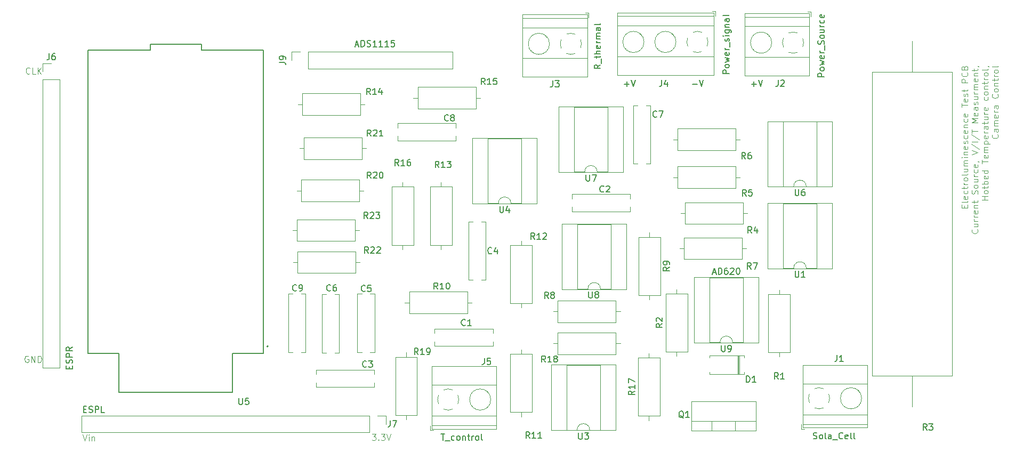
<source format=gbr>
%TF.GenerationSoftware,KiCad,Pcbnew,8.0.3*%
%TF.CreationDate,2025-01-25T16:02:59+05:30*%
%TF.ProjectId,PCB_v1,5043425f-7631-42e6-9b69-6361645f7063,rev?*%
%TF.SameCoordinates,Original*%
%TF.FileFunction,Legend,Top*%
%TF.FilePolarity,Positive*%
%FSLAX46Y46*%
G04 Gerber Fmt 4.6, Leading zero omitted, Abs format (unit mm)*
G04 Created by KiCad (PCBNEW 8.0.3) date 2025-01-25 16:02:59*
%MOMM*%
%LPD*%
G01*
G04 APERTURE LIST*
%ADD10C,0.150000*%
%ADD11C,0.100000*%
%ADD12C,0.120000*%
%ADD13C,0.127000*%
%ADD14C,0.200000*%
G04 APERTURE END LIST*
D10*
X186690476Y-85323866D02*
X187452381Y-85323866D01*
X187071428Y-85704819D02*
X187071428Y-84942914D01*
X187785714Y-84704819D02*
X188119047Y-85704819D01*
X188119047Y-85704819D02*
X188452380Y-84704819D01*
D11*
X126408646Y-140912419D02*
X127027693Y-140912419D01*
X127027693Y-140912419D02*
X126694360Y-141293371D01*
X126694360Y-141293371D02*
X126837217Y-141293371D01*
X126837217Y-141293371D02*
X126932455Y-141340990D01*
X126932455Y-141340990D02*
X126980074Y-141388609D01*
X126980074Y-141388609D02*
X127027693Y-141483847D01*
X127027693Y-141483847D02*
X127027693Y-141721942D01*
X127027693Y-141721942D02*
X126980074Y-141817180D01*
X126980074Y-141817180D02*
X126932455Y-141864800D01*
X126932455Y-141864800D02*
X126837217Y-141912419D01*
X126837217Y-141912419D02*
X126551503Y-141912419D01*
X126551503Y-141912419D02*
X126456265Y-141864800D01*
X126456265Y-141864800D02*
X126408646Y-141817180D01*
X127456265Y-141817180D02*
X127503884Y-141864800D01*
X127503884Y-141864800D02*
X127456265Y-141912419D01*
X127456265Y-141912419D02*
X127408646Y-141864800D01*
X127408646Y-141864800D02*
X127456265Y-141817180D01*
X127456265Y-141817180D02*
X127456265Y-141912419D01*
X127837217Y-140912419D02*
X128456264Y-140912419D01*
X128456264Y-140912419D02*
X128122931Y-141293371D01*
X128122931Y-141293371D02*
X128265788Y-141293371D01*
X128265788Y-141293371D02*
X128361026Y-141340990D01*
X128361026Y-141340990D02*
X128408645Y-141388609D01*
X128408645Y-141388609D02*
X128456264Y-141483847D01*
X128456264Y-141483847D02*
X128456264Y-141721942D01*
X128456264Y-141721942D02*
X128408645Y-141817180D01*
X128408645Y-141817180D02*
X128361026Y-141864800D01*
X128361026Y-141864800D02*
X128265788Y-141912419D01*
X128265788Y-141912419D02*
X127980074Y-141912419D01*
X127980074Y-141912419D02*
X127884836Y-141864800D01*
X127884836Y-141864800D02*
X127837217Y-141817180D01*
X128741979Y-140912419D02*
X129075312Y-141912419D01*
X129075312Y-141912419D02*
X129408645Y-140912419D01*
X72075312Y-83617180D02*
X72027693Y-83664800D01*
X72027693Y-83664800D02*
X71884836Y-83712419D01*
X71884836Y-83712419D02*
X71789598Y-83712419D01*
X71789598Y-83712419D02*
X71646741Y-83664800D01*
X71646741Y-83664800D02*
X71551503Y-83569561D01*
X71551503Y-83569561D02*
X71503884Y-83474323D01*
X71503884Y-83474323D02*
X71456265Y-83283847D01*
X71456265Y-83283847D02*
X71456265Y-83140990D01*
X71456265Y-83140990D02*
X71503884Y-82950514D01*
X71503884Y-82950514D02*
X71551503Y-82855276D01*
X71551503Y-82855276D02*
X71646741Y-82760038D01*
X71646741Y-82760038D02*
X71789598Y-82712419D01*
X71789598Y-82712419D02*
X71884836Y-82712419D01*
X71884836Y-82712419D02*
X72027693Y-82760038D01*
X72027693Y-82760038D02*
X72075312Y-82807657D01*
X72980074Y-83712419D02*
X72503884Y-83712419D01*
X72503884Y-83712419D02*
X72503884Y-82712419D01*
X73313408Y-83712419D02*
X73313408Y-82712419D01*
X73884836Y-83712419D02*
X73456265Y-83140990D01*
X73884836Y-82712419D02*
X73313408Y-83283847D01*
X71827693Y-128560038D02*
X71732455Y-128512419D01*
X71732455Y-128512419D02*
X71589598Y-128512419D01*
X71589598Y-128512419D02*
X71446741Y-128560038D01*
X71446741Y-128560038D02*
X71351503Y-128655276D01*
X71351503Y-128655276D02*
X71303884Y-128750514D01*
X71303884Y-128750514D02*
X71256265Y-128940990D01*
X71256265Y-128940990D02*
X71256265Y-129083847D01*
X71256265Y-129083847D02*
X71303884Y-129274323D01*
X71303884Y-129274323D02*
X71351503Y-129369561D01*
X71351503Y-129369561D02*
X71446741Y-129464800D01*
X71446741Y-129464800D02*
X71589598Y-129512419D01*
X71589598Y-129512419D02*
X71684836Y-129512419D01*
X71684836Y-129512419D02*
X71827693Y-129464800D01*
X71827693Y-129464800D02*
X71875312Y-129417180D01*
X71875312Y-129417180D02*
X71875312Y-129083847D01*
X71875312Y-129083847D02*
X71684836Y-129083847D01*
X72303884Y-129512419D02*
X72303884Y-128512419D01*
X72303884Y-128512419D02*
X72875312Y-129512419D01*
X72875312Y-129512419D02*
X72875312Y-128512419D01*
X73351503Y-129512419D02*
X73351503Y-128512419D01*
X73351503Y-128512419D02*
X73589598Y-128512419D01*
X73589598Y-128512419D02*
X73732455Y-128560038D01*
X73732455Y-128560038D02*
X73827693Y-128655276D01*
X73827693Y-128655276D02*
X73875312Y-128750514D01*
X73875312Y-128750514D02*
X73922931Y-128940990D01*
X73922931Y-128940990D02*
X73922931Y-129083847D01*
X73922931Y-129083847D02*
X73875312Y-129274323D01*
X73875312Y-129274323D02*
X73827693Y-129369561D01*
X73827693Y-129369561D02*
X73732455Y-129464800D01*
X73732455Y-129464800D02*
X73589598Y-129512419D01*
X73589598Y-129512419D02*
X73351503Y-129512419D01*
D10*
X177290476Y-85323866D02*
X178052381Y-85323866D01*
X178385714Y-84704819D02*
X178719047Y-85704819D01*
X178719047Y-85704819D02*
X179052380Y-84704819D01*
D11*
X80461027Y-141012419D02*
X80794360Y-142012419D01*
X80794360Y-142012419D02*
X81127693Y-141012419D01*
X81461027Y-142012419D02*
X81461027Y-141345752D01*
X81461027Y-141012419D02*
X81413408Y-141060038D01*
X81413408Y-141060038D02*
X81461027Y-141107657D01*
X81461027Y-141107657D02*
X81508646Y-141060038D01*
X81508646Y-141060038D02*
X81461027Y-141012419D01*
X81461027Y-141012419D02*
X81461027Y-141107657D01*
X81937217Y-141345752D02*
X81937217Y-142012419D01*
X81937217Y-141440990D02*
X81984836Y-141393371D01*
X81984836Y-141393371D02*
X82080074Y-141345752D01*
X82080074Y-141345752D02*
X82222931Y-141345752D01*
X82222931Y-141345752D02*
X82318169Y-141393371D01*
X82318169Y-141393371D02*
X82365788Y-141488609D01*
X82365788Y-141488609D02*
X82365788Y-142012419D01*
D10*
X166490476Y-85323866D02*
X167252381Y-85323866D01*
X166871428Y-85704819D02*
X166871428Y-84942914D01*
X167585714Y-84704819D02*
X167919047Y-85704819D01*
X167919047Y-85704819D02*
X168252380Y-84704819D01*
D11*
X220518777Y-104982459D02*
X220518777Y-104649126D01*
X221042587Y-104506269D02*
X221042587Y-104982459D01*
X221042587Y-104982459D02*
X220042587Y-104982459D01*
X220042587Y-104982459D02*
X220042587Y-104506269D01*
X221042587Y-103934840D02*
X220994968Y-104030078D01*
X220994968Y-104030078D02*
X220899729Y-104077697D01*
X220899729Y-104077697D02*
X220042587Y-104077697D01*
X220994968Y-103172935D02*
X221042587Y-103268173D01*
X221042587Y-103268173D02*
X221042587Y-103458649D01*
X221042587Y-103458649D02*
X220994968Y-103553887D01*
X220994968Y-103553887D02*
X220899729Y-103601506D01*
X220899729Y-103601506D02*
X220518777Y-103601506D01*
X220518777Y-103601506D02*
X220423539Y-103553887D01*
X220423539Y-103553887D02*
X220375920Y-103458649D01*
X220375920Y-103458649D02*
X220375920Y-103268173D01*
X220375920Y-103268173D02*
X220423539Y-103172935D01*
X220423539Y-103172935D02*
X220518777Y-103125316D01*
X220518777Y-103125316D02*
X220614015Y-103125316D01*
X220614015Y-103125316D02*
X220709253Y-103601506D01*
X220994968Y-102268173D02*
X221042587Y-102363411D01*
X221042587Y-102363411D02*
X221042587Y-102553887D01*
X221042587Y-102553887D02*
X220994968Y-102649125D01*
X220994968Y-102649125D02*
X220947348Y-102696744D01*
X220947348Y-102696744D02*
X220852110Y-102744363D01*
X220852110Y-102744363D02*
X220566396Y-102744363D01*
X220566396Y-102744363D02*
X220471158Y-102696744D01*
X220471158Y-102696744D02*
X220423539Y-102649125D01*
X220423539Y-102649125D02*
X220375920Y-102553887D01*
X220375920Y-102553887D02*
X220375920Y-102363411D01*
X220375920Y-102363411D02*
X220423539Y-102268173D01*
X220375920Y-101982458D02*
X220375920Y-101601506D01*
X220042587Y-101839601D02*
X220899729Y-101839601D01*
X220899729Y-101839601D02*
X220994968Y-101791982D01*
X220994968Y-101791982D02*
X221042587Y-101696744D01*
X221042587Y-101696744D02*
X221042587Y-101601506D01*
X221042587Y-101268172D02*
X220375920Y-101268172D01*
X220566396Y-101268172D02*
X220471158Y-101220553D01*
X220471158Y-101220553D02*
X220423539Y-101172934D01*
X220423539Y-101172934D02*
X220375920Y-101077696D01*
X220375920Y-101077696D02*
X220375920Y-100982458D01*
X221042587Y-100506267D02*
X220994968Y-100601505D01*
X220994968Y-100601505D02*
X220947348Y-100649124D01*
X220947348Y-100649124D02*
X220852110Y-100696743D01*
X220852110Y-100696743D02*
X220566396Y-100696743D01*
X220566396Y-100696743D02*
X220471158Y-100649124D01*
X220471158Y-100649124D02*
X220423539Y-100601505D01*
X220423539Y-100601505D02*
X220375920Y-100506267D01*
X220375920Y-100506267D02*
X220375920Y-100363410D01*
X220375920Y-100363410D02*
X220423539Y-100268172D01*
X220423539Y-100268172D02*
X220471158Y-100220553D01*
X220471158Y-100220553D02*
X220566396Y-100172934D01*
X220566396Y-100172934D02*
X220852110Y-100172934D01*
X220852110Y-100172934D02*
X220947348Y-100220553D01*
X220947348Y-100220553D02*
X220994968Y-100268172D01*
X220994968Y-100268172D02*
X221042587Y-100363410D01*
X221042587Y-100363410D02*
X221042587Y-100506267D01*
X221042587Y-99601505D02*
X220994968Y-99696743D01*
X220994968Y-99696743D02*
X220899729Y-99744362D01*
X220899729Y-99744362D02*
X220042587Y-99744362D01*
X220375920Y-98791981D02*
X221042587Y-98791981D01*
X220375920Y-99220552D02*
X220899729Y-99220552D01*
X220899729Y-99220552D02*
X220994968Y-99172933D01*
X220994968Y-99172933D02*
X221042587Y-99077695D01*
X221042587Y-99077695D02*
X221042587Y-98934838D01*
X221042587Y-98934838D02*
X220994968Y-98839600D01*
X220994968Y-98839600D02*
X220947348Y-98791981D01*
X221042587Y-98315790D02*
X220375920Y-98315790D01*
X220471158Y-98315790D02*
X220423539Y-98268171D01*
X220423539Y-98268171D02*
X220375920Y-98172933D01*
X220375920Y-98172933D02*
X220375920Y-98030076D01*
X220375920Y-98030076D02*
X220423539Y-97934838D01*
X220423539Y-97934838D02*
X220518777Y-97887219D01*
X220518777Y-97887219D02*
X221042587Y-97887219D01*
X220518777Y-97887219D02*
X220423539Y-97839600D01*
X220423539Y-97839600D02*
X220375920Y-97744362D01*
X220375920Y-97744362D02*
X220375920Y-97601505D01*
X220375920Y-97601505D02*
X220423539Y-97506266D01*
X220423539Y-97506266D02*
X220518777Y-97458647D01*
X220518777Y-97458647D02*
X221042587Y-97458647D01*
X221042587Y-96982457D02*
X220375920Y-96982457D01*
X220042587Y-96982457D02*
X220090206Y-97030076D01*
X220090206Y-97030076D02*
X220137825Y-96982457D01*
X220137825Y-96982457D02*
X220090206Y-96934838D01*
X220090206Y-96934838D02*
X220042587Y-96982457D01*
X220042587Y-96982457D02*
X220137825Y-96982457D01*
X220375920Y-96506267D02*
X221042587Y-96506267D01*
X220471158Y-96506267D02*
X220423539Y-96458648D01*
X220423539Y-96458648D02*
X220375920Y-96363410D01*
X220375920Y-96363410D02*
X220375920Y-96220553D01*
X220375920Y-96220553D02*
X220423539Y-96125315D01*
X220423539Y-96125315D02*
X220518777Y-96077696D01*
X220518777Y-96077696D02*
X221042587Y-96077696D01*
X220994968Y-95220553D02*
X221042587Y-95315791D01*
X221042587Y-95315791D02*
X221042587Y-95506267D01*
X221042587Y-95506267D02*
X220994968Y-95601505D01*
X220994968Y-95601505D02*
X220899729Y-95649124D01*
X220899729Y-95649124D02*
X220518777Y-95649124D01*
X220518777Y-95649124D02*
X220423539Y-95601505D01*
X220423539Y-95601505D02*
X220375920Y-95506267D01*
X220375920Y-95506267D02*
X220375920Y-95315791D01*
X220375920Y-95315791D02*
X220423539Y-95220553D01*
X220423539Y-95220553D02*
X220518777Y-95172934D01*
X220518777Y-95172934D02*
X220614015Y-95172934D01*
X220614015Y-95172934D02*
X220709253Y-95649124D01*
X220994968Y-94791981D02*
X221042587Y-94696743D01*
X221042587Y-94696743D02*
X221042587Y-94506267D01*
X221042587Y-94506267D02*
X220994968Y-94411029D01*
X220994968Y-94411029D02*
X220899729Y-94363410D01*
X220899729Y-94363410D02*
X220852110Y-94363410D01*
X220852110Y-94363410D02*
X220756872Y-94411029D01*
X220756872Y-94411029D02*
X220709253Y-94506267D01*
X220709253Y-94506267D02*
X220709253Y-94649124D01*
X220709253Y-94649124D02*
X220661634Y-94744362D01*
X220661634Y-94744362D02*
X220566396Y-94791981D01*
X220566396Y-94791981D02*
X220518777Y-94791981D01*
X220518777Y-94791981D02*
X220423539Y-94744362D01*
X220423539Y-94744362D02*
X220375920Y-94649124D01*
X220375920Y-94649124D02*
X220375920Y-94506267D01*
X220375920Y-94506267D02*
X220423539Y-94411029D01*
X220994968Y-93506267D02*
X221042587Y-93601505D01*
X221042587Y-93601505D02*
X221042587Y-93791981D01*
X221042587Y-93791981D02*
X220994968Y-93887219D01*
X220994968Y-93887219D02*
X220947348Y-93934838D01*
X220947348Y-93934838D02*
X220852110Y-93982457D01*
X220852110Y-93982457D02*
X220566396Y-93982457D01*
X220566396Y-93982457D02*
X220471158Y-93934838D01*
X220471158Y-93934838D02*
X220423539Y-93887219D01*
X220423539Y-93887219D02*
X220375920Y-93791981D01*
X220375920Y-93791981D02*
X220375920Y-93601505D01*
X220375920Y-93601505D02*
X220423539Y-93506267D01*
X220994968Y-92696743D02*
X221042587Y-92791981D01*
X221042587Y-92791981D02*
X221042587Y-92982457D01*
X221042587Y-92982457D02*
X220994968Y-93077695D01*
X220994968Y-93077695D02*
X220899729Y-93125314D01*
X220899729Y-93125314D02*
X220518777Y-93125314D01*
X220518777Y-93125314D02*
X220423539Y-93077695D01*
X220423539Y-93077695D02*
X220375920Y-92982457D01*
X220375920Y-92982457D02*
X220375920Y-92791981D01*
X220375920Y-92791981D02*
X220423539Y-92696743D01*
X220423539Y-92696743D02*
X220518777Y-92649124D01*
X220518777Y-92649124D02*
X220614015Y-92649124D01*
X220614015Y-92649124D02*
X220709253Y-93125314D01*
X220375920Y-92220552D02*
X221042587Y-92220552D01*
X220471158Y-92220552D02*
X220423539Y-92172933D01*
X220423539Y-92172933D02*
X220375920Y-92077695D01*
X220375920Y-92077695D02*
X220375920Y-91934838D01*
X220375920Y-91934838D02*
X220423539Y-91839600D01*
X220423539Y-91839600D02*
X220518777Y-91791981D01*
X220518777Y-91791981D02*
X221042587Y-91791981D01*
X220994968Y-90887219D02*
X221042587Y-90982457D01*
X221042587Y-90982457D02*
X221042587Y-91172933D01*
X221042587Y-91172933D02*
X220994968Y-91268171D01*
X220994968Y-91268171D02*
X220947348Y-91315790D01*
X220947348Y-91315790D02*
X220852110Y-91363409D01*
X220852110Y-91363409D02*
X220566396Y-91363409D01*
X220566396Y-91363409D02*
X220471158Y-91315790D01*
X220471158Y-91315790D02*
X220423539Y-91268171D01*
X220423539Y-91268171D02*
X220375920Y-91172933D01*
X220375920Y-91172933D02*
X220375920Y-90982457D01*
X220375920Y-90982457D02*
X220423539Y-90887219D01*
X220994968Y-90077695D02*
X221042587Y-90172933D01*
X221042587Y-90172933D02*
X221042587Y-90363409D01*
X221042587Y-90363409D02*
X220994968Y-90458647D01*
X220994968Y-90458647D02*
X220899729Y-90506266D01*
X220899729Y-90506266D02*
X220518777Y-90506266D01*
X220518777Y-90506266D02*
X220423539Y-90458647D01*
X220423539Y-90458647D02*
X220375920Y-90363409D01*
X220375920Y-90363409D02*
X220375920Y-90172933D01*
X220375920Y-90172933D02*
X220423539Y-90077695D01*
X220423539Y-90077695D02*
X220518777Y-90030076D01*
X220518777Y-90030076D02*
X220614015Y-90030076D01*
X220614015Y-90030076D02*
X220709253Y-90506266D01*
X220042587Y-88982456D02*
X220042587Y-88411028D01*
X221042587Y-88696742D02*
X220042587Y-88696742D01*
X220994968Y-87696742D02*
X221042587Y-87791980D01*
X221042587Y-87791980D02*
X221042587Y-87982456D01*
X221042587Y-87982456D02*
X220994968Y-88077694D01*
X220994968Y-88077694D02*
X220899729Y-88125313D01*
X220899729Y-88125313D02*
X220518777Y-88125313D01*
X220518777Y-88125313D02*
X220423539Y-88077694D01*
X220423539Y-88077694D02*
X220375920Y-87982456D01*
X220375920Y-87982456D02*
X220375920Y-87791980D01*
X220375920Y-87791980D02*
X220423539Y-87696742D01*
X220423539Y-87696742D02*
X220518777Y-87649123D01*
X220518777Y-87649123D02*
X220614015Y-87649123D01*
X220614015Y-87649123D02*
X220709253Y-88125313D01*
X220994968Y-87268170D02*
X221042587Y-87172932D01*
X221042587Y-87172932D02*
X221042587Y-86982456D01*
X221042587Y-86982456D02*
X220994968Y-86887218D01*
X220994968Y-86887218D02*
X220899729Y-86839599D01*
X220899729Y-86839599D02*
X220852110Y-86839599D01*
X220852110Y-86839599D02*
X220756872Y-86887218D01*
X220756872Y-86887218D02*
X220709253Y-86982456D01*
X220709253Y-86982456D02*
X220709253Y-87125313D01*
X220709253Y-87125313D02*
X220661634Y-87220551D01*
X220661634Y-87220551D02*
X220566396Y-87268170D01*
X220566396Y-87268170D02*
X220518777Y-87268170D01*
X220518777Y-87268170D02*
X220423539Y-87220551D01*
X220423539Y-87220551D02*
X220375920Y-87125313D01*
X220375920Y-87125313D02*
X220375920Y-86982456D01*
X220375920Y-86982456D02*
X220423539Y-86887218D01*
X220375920Y-86553884D02*
X220375920Y-86172932D01*
X220042587Y-86411027D02*
X220899729Y-86411027D01*
X220899729Y-86411027D02*
X220994968Y-86363408D01*
X220994968Y-86363408D02*
X221042587Y-86268170D01*
X221042587Y-86268170D02*
X221042587Y-86172932D01*
X221042587Y-85077693D02*
X220042587Y-85077693D01*
X220042587Y-85077693D02*
X220042587Y-84696741D01*
X220042587Y-84696741D02*
X220090206Y-84601503D01*
X220090206Y-84601503D02*
X220137825Y-84553884D01*
X220137825Y-84553884D02*
X220233063Y-84506265D01*
X220233063Y-84506265D02*
X220375920Y-84506265D01*
X220375920Y-84506265D02*
X220471158Y-84553884D01*
X220471158Y-84553884D02*
X220518777Y-84601503D01*
X220518777Y-84601503D02*
X220566396Y-84696741D01*
X220566396Y-84696741D02*
X220566396Y-85077693D01*
X220947348Y-83506265D02*
X220994968Y-83553884D01*
X220994968Y-83553884D02*
X221042587Y-83696741D01*
X221042587Y-83696741D02*
X221042587Y-83791979D01*
X221042587Y-83791979D02*
X220994968Y-83934836D01*
X220994968Y-83934836D02*
X220899729Y-84030074D01*
X220899729Y-84030074D02*
X220804491Y-84077693D01*
X220804491Y-84077693D02*
X220614015Y-84125312D01*
X220614015Y-84125312D02*
X220471158Y-84125312D01*
X220471158Y-84125312D02*
X220280682Y-84077693D01*
X220280682Y-84077693D02*
X220185444Y-84030074D01*
X220185444Y-84030074D02*
X220090206Y-83934836D01*
X220090206Y-83934836D02*
X220042587Y-83791979D01*
X220042587Y-83791979D02*
X220042587Y-83696741D01*
X220042587Y-83696741D02*
X220090206Y-83553884D01*
X220090206Y-83553884D02*
X220137825Y-83506265D01*
X220518777Y-82744360D02*
X220566396Y-82601503D01*
X220566396Y-82601503D02*
X220614015Y-82553884D01*
X220614015Y-82553884D02*
X220709253Y-82506265D01*
X220709253Y-82506265D02*
X220852110Y-82506265D01*
X220852110Y-82506265D02*
X220947348Y-82553884D01*
X220947348Y-82553884D02*
X220994968Y-82601503D01*
X220994968Y-82601503D02*
X221042587Y-82696741D01*
X221042587Y-82696741D02*
X221042587Y-83077693D01*
X221042587Y-83077693D02*
X220042587Y-83077693D01*
X220042587Y-83077693D02*
X220042587Y-82744360D01*
X220042587Y-82744360D02*
X220090206Y-82649122D01*
X220090206Y-82649122D02*
X220137825Y-82601503D01*
X220137825Y-82601503D02*
X220233063Y-82553884D01*
X220233063Y-82553884D02*
X220328301Y-82553884D01*
X220328301Y-82553884D02*
X220423539Y-82601503D01*
X220423539Y-82601503D02*
X220471158Y-82649122D01*
X220471158Y-82649122D02*
X220518777Y-82744360D01*
X220518777Y-82744360D02*
X220518777Y-83077693D01*
X222557292Y-108411030D02*
X222604912Y-108458649D01*
X222604912Y-108458649D02*
X222652531Y-108601506D01*
X222652531Y-108601506D02*
X222652531Y-108696744D01*
X222652531Y-108696744D02*
X222604912Y-108839601D01*
X222604912Y-108839601D02*
X222509673Y-108934839D01*
X222509673Y-108934839D02*
X222414435Y-108982458D01*
X222414435Y-108982458D02*
X222223959Y-109030077D01*
X222223959Y-109030077D02*
X222081102Y-109030077D01*
X222081102Y-109030077D02*
X221890626Y-108982458D01*
X221890626Y-108982458D02*
X221795388Y-108934839D01*
X221795388Y-108934839D02*
X221700150Y-108839601D01*
X221700150Y-108839601D02*
X221652531Y-108696744D01*
X221652531Y-108696744D02*
X221652531Y-108601506D01*
X221652531Y-108601506D02*
X221700150Y-108458649D01*
X221700150Y-108458649D02*
X221747769Y-108411030D01*
X221985864Y-107553887D02*
X222652531Y-107553887D01*
X221985864Y-107982458D02*
X222509673Y-107982458D01*
X222509673Y-107982458D02*
X222604912Y-107934839D01*
X222604912Y-107934839D02*
X222652531Y-107839601D01*
X222652531Y-107839601D02*
X222652531Y-107696744D01*
X222652531Y-107696744D02*
X222604912Y-107601506D01*
X222604912Y-107601506D02*
X222557292Y-107553887D01*
X222652531Y-107077696D02*
X221985864Y-107077696D01*
X222176340Y-107077696D02*
X222081102Y-107030077D01*
X222081102Y-107030077D02*
X222033483Y-106982458D01*
X222033483Y-106982458D02*
X221985864Y-106887220D01*
X221985864Y-106887220D02*
X221985864Y-106791982D01*
X222652531Y-106458648D02*
X221985864Y-106458648D01*
X222176340Y-106458648D02*
X222081102Y-106411029D01*
X222081102Y-106411029D02*
X222033483Y-106363410D01*
X222033483Y-106363410D02*
X221985864Y-106268172D01*
X221985864Y-106268172D02*
X221985864Y-106172934D01*
X222604912Y-105458648D02*
X222652531Y-105553886D01*
X222652531Y-105553886D02*
X222652531Y-105744362D01*
X222652531Y-105744362D02*
X222604912Y-105839600D01*
X222604912Y-105839600D02*
X222509673Y-105887219D01*
X222509673Y-105887219D02*
X222128721Y-105887219D01*
X222128721Y-105887219D02*
X222033483Y-105839600D01*
X222033483Y-105839600D02*
X221985864Y-105744362D01*
X221985864Y-105744362D02*
X221985864Y-105553886D01*
X221985864Y-105553886D02*
X222033483Y-105458648D01*
X222033483Y-105458648D02*
X222128721Y-105411029D01*
X222128721Y-105411029D02*
X222223959Y-105411029D01*
X222223959Y-105411029D02*
X222319197Y-105887219D01*
X221985864Y-104982457D02*
X222652531Y-104982457D01*
X222081102Y-104982457D02*
X222033483Y-104934838D01*
X222033483Y-104934838D02*
X221985864Y-104839600D01*
X221985864Y-104839600D02*
X221985864Y-104696743D01*
X221985864Y-104696743D02*
X222033483Y-104601505D01*
X222033483Y-104601505D02*
X222128721Y-104553886D01*
X222128721Y-104553886D02*
X222652531Y-104553886D01*
X221985864Y-104220552D02*
X221985864Y-103839600D01*
X221652531Y-104077695D02*
X222509673Y-104077695D01*
X222509673Y-104077695D02*
X222604912Y-104030076D01*
X222604912Y-104030076D02*
X222652531Y-103934838D01*
X222652531Y-103934838D02*
X222652531Y-103839600D01*
X222604912Y-102791980D02*
X222652531Y-102649123D01*
X222652531Y-102649123D02*
X222652531Y-102411028D01*
X222652531Y-102411028D02*
X222604912Y-102315790D01*
X222604912Y-102315790D02*
X222557292Y-102268171D01*
X222557292Y-102268171D02*
X222462054Y-102220552D01*
X222462054Y-102220552D02*
X222366816Y-102220552D01*
X222366816Y-102220552D02*
X222271578Y-102268171D01*
X222271578Y-102268171D02*
X222223959Y-102315790D01*
X222223959Y-102315790D02*
X222176340Y-102411028D01*
X222176340Y-102411028D02*
X222128721Y-102601504D01*
X222128721Y-102601504D02*
X222081102Y-102696742D01*
X222081102Y-102696742D02*
X222033483Y-102744361D01*
X222033483Y-102744361D02*
X221938245Y-102791980D01*
X221938245Y-102791980D02*
X221843007Y-102791980D01*
X221843007Y-102791980D02*
X221747769Y-102744361D01*
X221747769Y-102744361D02*
X221700150Y-102696742D01*
X221700150Y-102696742D02*
X221652531Y-102601504D01*
X221652531Y-102601504D02*
X221652531Y-102363409D01*
X221652531Y-102363409D02*
X221700150Y-102220552D01*
X222652531Y-101649123D02*
X222604912Y-101744361D01*
X222604912Y-101744361D02*
X222557292Y-101791980D01*
X222557292Y-101791980D02*
X222462054Y-101839599D01*
X222462054Y-101839599D02*
X222176340Y-101839599D01*
X222176340Y-101839599D02*
X222081102Y-101791980D01*
X222081102Y-101791980D02*
X222033483Y-101744361D01*
X222033483Y-101744361D02*
X221985864Y-101649123D01*
X221985864Y-101649123D02*
X221985864Y-101506266D01*
X221985864Y-101506266D02*
X222033483Y-101411028D01*
X222033483Y-101411028D02*
X222081102Y-101363409D01*
X222081102Y-101363409D02*
X222176340Y-101315790D01*
X222176340Y-101315790D02*
X222462054Y-101315790D01*
X222462054Y-101315790D02*
X222557292Y-101363409D01*
X222557292Y-101363409D02*
X222604912Y-101411028D01*
X222604912Y-101411028D02*
X222652531Y-101506266D01*
X222652531Y-101506266D02*
X222652531Y-101649123D01*
X221985864Y-100458647D02*
X222652531Y-100458647D01*
X221985864Y-100887218D02*
X222509673Y-100887218D01*
X222509673Y-100887218D02*
X222604912Y-100839599D01*
X222604912Y-100839599D02*
X222652531Y-100744361D01*
X222652531Y-100744361D02*
X222652531Y-100601504D01*
X222652531Y-100601504D02*
X222604912Y-100506266D01*
X222604912Y-100506266D02*
X222557292Y-100458647D01*
X222652531Y-99982456D02*
X221985864Y-99982456D01*
X222176340Y-99982456D02*
X222081102Y-99934837D01*
X222081102Y-99934837D02*
X222033483Y-99887218D01*
X222033483Y-99887218D02*
X221985864Y-99791980D01*
X221985864Y-99791980D02*
X221985864Y-99696742D01*
X222604912Y-98934837D02*
X222652531Y-99030075D01*
X222652531Y-99030075D02*
X222652531Y-99220551D01*
X222652531Y-99220551D02*
X222604912Y-99315789D01*
X222604912Y-99315789D02*
X222557292Y-99363408D01*
X222557292Y-99363408D02*
X222462054Y-99411027D01*
X222462054Y-99411027D02*
X222176340Y-99411027D01*
X222176340Y-99411027D02*
X222081102Y-99363408D01*
X222081102Y-99363408D02*
X222033483Y-99315789D01*
X222033483Y-99315789D02*
X221985864Y-99220551D01*
X221985864Y-99220551D02*
X221985864Y-99030075D01*
X221985864Y-99030075D02*
X222033483Y-98934837D01*
X222604912Y-98125313D02*
X222652531Y-98220551D01*
X222652531Y-98220551D02*
X222652531Y-98411027D01*
X222652531Y-98411027D02*
X222604912Y-98506265D01*
X222604912Y-98506265D02*
X222509673Y-98553884D01*
X222509673Y-98553884D02*
X222128721Y-98553884D01*
X222128721Y-98553884D02*
X222033483Y-98506265D01*
X222033483Y-98506265D02*
X221985864Y-98411027D01*
X221985864Y-98411027D02*
X221985864Y-98220551D01*
X221985864Y-98220551D02*
X222033483Y-98125313D01*
X222033483Y-98125313D02*
X222128721Y-98077694D01*
X222128721Y-98077694D02*
X222223959Y-98077694D01*
X222223959Y-98077694D02*
X222319197Y-98553884D01*
X222604912Y-97601503D02*
X222652531Y-97601503D01*
X222652531Y-97601503D02*
X222747769Y-97649122D01*
X222747769Y-97649122D02*
X222795388Y-97696741D01*
X221652531Y-96553884D02*
X222652531Y-96220551D01*
X222652531Y-96220551D02*
X221652531Y-95887218D01*
X221604912Y-94839599D02*
X222890626Y-95696741D01*
X222652531Y-94506265D02*
X221652531Y-94506265D01*
X221604912Y-93315790D02*
X222890626Y-94172932D01*
X221652531Y-93125313D02*
X221652531Y-92553885D01*
X222652531Y-92839599D02*
X221652531Y-92839599D01*
X222652531Y-91458646D02*
X221652531Y-91458646D01*
X221652531Y-91458646D02*
X222366816Y-91125313D01*
X222366816Y-91125313D02*
X221652531Y-90791980D01*
X221652531Y-90791980D02*
X222652531Y-90791980D01*
X222604912Y-89934837D02*
X222652531Y-90030075D01*
X222652531Y-90030075D02*
X222652531Y-90220551D01*
X222652531Y-90220551D02*
X222604912Y-90315789D01*
X222604912Y-90315789D02*
X222509673Y-90363408D01*
X222509673Y-90363408D02*
X222128721Y-90363408D01*
X222128721Y-90363408D02*
X222033483Y-90315789D01*
X222033483Y-90315789D02*
X221985864Y-90220551D01*
X221985864Y-90220551D02*
X221985864Y-90030075D01*
X221985864Y-90030075D02*
X222033483Y-89934837D01*
X222033483Y-89934837D02*
X222128721Y-89887218D01*
X222128721Y-89887218D02*
X222223959Y-89887218D01*
X222223959Y-89887218D02*
X222319197Y-90363408D01*
X222652531Y-89030075D02*
X222128721Y-89030075D01*
X222128721Y-89030075D02*
X222033483Y-89077694D01*
X222033483Y-89077694D02*
X221985864Y-89172932D01*
X221985864Y-89172932D02*
X221985864Y-89363408D01*
X221985864Y-89363408D02*
X222033483Y-89458646D01*
X222604912Y-89030075D02*
X222652531Y-89125313D01*
X222652531Y-89125313D02*
X222652531Y-89363408D01*
X222652531Y-89363408D02*
X222604912Y-89458646D01*
X222604912Y-89458646D02*
X222509673Y-89506265D01*
X222509673Y-89506265D02*
X222414435Y-89506265D01*
X222414435Y-89506265D02*
X222319197Y-89458646D01*
X222319197Y-89458646D02*
X222271578Y-89363408D01*
X222271578Y-89363408D02*
X222271578Y-89125313D01*
X222271578Y-89125313D02*
X222223959Y-89030075D01*
X222604912Y-88601503D02*
X222652531Y-88506265D01*
X222652531Y-88506265D02*
X222652531Y-88315789D01*
X222652531Y-88315789D02*
X222604912Y-88220551D01*
X222604912Y-88220551D02*
X222509673Y-88172932D01*
X222509673Y-88172932D02*
X222462054Y-88172932D01*
X222462054Y-88172932D02*
X222366816Y-88220551D01*
X222366816Y-88220551D02*
X222319197Y-88315789D01*
X222319197Y-88315789D02*
X222319197Y-88458646D01*
X222319197Y-88458646D02*
X222271578Y-88553884D01*
X222271578Y-88553884D02*
X222176340Y-88601503D01*
X222176340Y-88601503D02*
X222128721Y-88601503D01*
X222128721Y-88601503D02*
X222033483Y-88553884D01*
X222033483Y-88553884D02*
X221985864Y-88458646D01*
X221985864Y-88458646D02*
X221985864Y-88315789D01*
X221985864Y-88315789D02*
X222033483Y-88220551D01*
X221985864Y-87315789D02*
X222652531Y-87315789D01*
X221985864Y-87744360D02*
X222509673Y-87744360D01*
X222509673Y-87744360D02*
X222604912Y-87696741D01*
X222604912Y-87696741D02*
X222652531Y-87601503D01*
X222652531Y-87601503D02*
X222652531Y-87458646D01*
X222652531Y-87458646D02*
X222604912Y-87363408D01*
X222604912Y-87363408D02*
X222557292Y-87315789D01*
X222652531Y-86839598D02*
X221985864Y-86839598D01*
X222176340Y-86839598D02*
X222081102Y-86791979D01*
X222081102Y-86791979D02*
X222033483Y-86744360D01*
X222033483Y-86744360D02*
X221985864Y-86649122D01*
X221985864Y-86649122D02*
X221985864Y-86553884D01*
X222652531Y-86220550D02*
X221985864Y-86220550D01*
X222081102Y-86220550D02*
X222033483Y-86172931D01*
X222033483Y-86172931D02*
X221985864Y-86077693D01*
X221985864Y-86077693D02*
X221985864Y-85934836D01*
X221985864Y-85934836D02*
X222033483Y-85839598D01*
X222033483Y-85839598D02*
X222128721Y-85791979D01*
X222128721Y-85791979D02*
X222652531Y-85791979D01*
X222128721Y-85791979D02*
X222033483Y-85744360D01*
X222033483Y-85744360D02*
X221985864Y-85649122D01*
X221985864Y-85649122D02*
X221985864Y-85506265D01*
X221985864Y-85506265D02*
X222033483Y-85411026D01*
X222033483Y-85411026D02*
X222128721Y-85363407D01*
X222128721Y-85363407D02*
X222652531Y-85363407D01*
X222604912Y-84506265D02*
X222652531Y-84601503D01*
X222652531Y-84601503D02*
X222652531Y-84791979D01*
X222652531Y-84791979D02*
X222604912Y-84887217D01*
X222604912Y-84887217D02*
X222509673Y-84934836D01*
X222509673Y-84934836D02*
X222128721Y-84934836D01*
X222128721Y-84934836D02*
X222033483Y-84887217D01*
X222033483Y-84887217D02*
X221985864Y-84791979D01*
X221985864Y-84791979D02*
X221985864Y-84601503D01*
X221985864Y-84601503D02*
X222033483Y-84506265D01*
X222033483Y-84506265D02*
X222128721Y-84458646D01*
X222128721Y-84458646D02*
X222223959Y-84458646D01*
X222223959Y-84458646D02*
X222319197Y-84934836D01*
X221985864Y-84030074D02*
X222652531Y-84030074D01*
X222081102Y-84030074D02*
X222033483Y-83982455D01*
X222033483Y-83982455D02*
X221985864Y-83887217D01*
X221985864Y-83887217D02*
X221985864Y-83744360D01*
X221985864Y-83744360D02*
X222033483Y-83649122D01*
X222033483Y-83649122D02*
X222128721Y-83601503D01*
X222128721Y-83601503D02*
X222652531Y-83601503D01*
X221985864Y-83268169D02*
X221985864Y-82887217D01*
X221652531Y-83125312D02*
X222509673Y-83125312D01*
X222509673Y-83125312D02*
X222604912Y-83077693D01*
X222604912Y-83077693D02*
X222652531Y-82982455D01*
X222652531Y-82982455D02*
X222652531Y-82887217D01*
X222604912Y-82506264D02*
X222652531Y-82506264D01*
X222652531Y-82506264D02*
X222747769Y-82553883D01*
X222747769Y-82553883D02*
X222795388Y-82601502D01*
X224262475Y-103744364D02*
X223262475Y-103744364D01*
X223738665Y-103744364D02*
X223738665Y-103172936D01*
X224262475Y-103172936D02*
X223262475Y-103172936D01*
X224262475Y-102553888D02*
X224214856Y-102649126D01*
X224214856Y-102649126D02*
X224167236Y-102696745D01*
X224167236Y-102696745D02*
X224071998Y-102744364D01*
X224071998Y-102744364D02*
X223786284Y-102744364D01*
X223786284Y-102744364D02*
X223691046Y-102696745D01*
X223691046Y-102696745D02*
X223643427Y-102649126D01*
X223643427Y-102649126D02*
X223595808Y-102553888D01*
X223595808Y-102553888D02*
X223595808Y-102411031D01*
X223595808Y-102411031D02*
X223643427Y-102315793D01*
X223643427Y-102315793D02*
X223691046Y-102268174D01*
X223691046Y-102268174D02*
X223786284Y-102220555D01*
X223786284Y-102220555D02*
X224071998Y-102220555D01*
X224071998Y-102220555D02*
X224167236Y-102268174D01*
X224167236Y-102268174D02*
X224214856Y-102315793D01*
X224214856Y-102315793D02*
X224262475Y-102411031D01*
X224262475Y-102411031D02*
X224262475Y-102553888D01*
X223595808Y-101934840D02*
X223595808Y-101553888D01*
X223262475Y-101791983D02*
X224119617Y-101791983D01*
X224119617Y-101791983D02*
X224214856Y-101744364D01*
X224214856Y-101744364D02*
X224262475Y-101649126D01*
X224262475Y-101649126D02*
X224262475Y-101553888D01*
X224262475Y-101220554D02*
X223262475Y-101220554D01*
X223643427Y-101220554D02*
X223595808Y-101125316D01*
X223595808Y-101125316D02*
X223595808Y-100934840D01*
X223595808Y-100934840D02*
X223643427Y-100839602D01*
X223643427Y-100839602D02*
X223691046Y-100791983D01*
X223691046Y-100791983D02*
X223786284Y-100744364D01*
X223786284Y-100744364D02*
X224071998Y-100744364D01*
X224071998Y-100744364D02*
X224167236Y-100791983D01*
X224167236Y-100791983D02*
X224214856Y-100839602D01*
X224214856Y-100839602D02*
X224262475Y-100934840D01*
X224262475Y-100934840D02*
X224262475Y-101125316D01*
X224262475Y-101125316D02*
X224214856Y-101220554D01*
X224214856Y-99934840D02*
X224262475Y-100030078D01*
X224262475Y-100030078D02*
X224262475Y-100220554D01*
X224262475Y-100220554D02*
X224214856Y-100315792D01*
X224214856Y-100315792D02*
X224119617Y-100363411D01*
X224119617Y-100363411D02*
X223738665Y-100363411D01*
X223738665Y-100363411D02*
X223643427Y-100315792D01*
X223643427Y-100315792D02*
X223595808Y-100220554D01*
X223595808Y-100220554D02*
X223595808Y-100030078D01*
X223595808Y-100030078D02*
X223643427Y-99934840D01*
X223643427Y-99934840D02*
X223738665Y-99887221D01*
X223738665Y-99887221D02*
X223833903Y-99887221D01*
X223833903Y-99887221D02*
X223929141Y-100363411D01*
X224262475Y-99030078D02*
X223262475Y-99030078D01*
X224214856Y-99030078D02*
X224262475Y-99125316D01*
X224262475Y-99125316D02*
X224262475Y-99315792D01*
X224262475Y-99315792D02*
X224214856Y-99411030D01*
X224214856Y-99411030D02*
X224167236Y-99458649D01*
X224167236Y-99458649D02*
X224071998Y-99506268D01*
X224071998Y-99506268D02*
X223786284Y-99506268D01*
X223786284Y-99506268D02*
X223691046Y-99458649D01*
X223691046Y-99458649D02*
X223643427Y-99411030D01*
X223643427Y-99411030D02*
X223595808Y-99315792D01*
X223595808Y-99315792D02*
X223595808Y-99125316D01*
X223595808Y-99125316D02*
X223643427Y-99030078D01*
X223262475Y-97934839D02*
X223262475Y-97363411D01*
X224262475Y-97649125D02*
X223262475Y-97649125D01*
X224214856Y-96649125D02*
X224262475Y-96744363D01*
X224262475Y-96744363D02*
X224262475Y-96934839D01*
X224262475Y-96934839D02*
X224214856Y-97030077D01*
X224214856Y-97030077D02*
X224119617Y-97077696D01*
X224119617Y-97077696D02*
X223738665Y-97077696D01*
X223738665Y-97077696D02*
X223643427Y-97030077D01*
X223643427Y-97030077D02*
X223595808Y-96934839D01*
X223595808Y-96934839D02*
X223595808Y-96744363D01*
X223595808Y-96744363D02*
X223643427Y-96649125D01*
X223643427Y-96649125D02*
X223738665Y-96601506D01*
X223738665Y-96601506D02*
X223833903Y-96601506D01*
X223833903Y-96601506D02*
X223929141Y-97077696D01*
X224262475Y-96172934D02*
X223595808Y-96172934D01*
X223691046Y-96172934D02*
X223643427Y-96125315D01*
X223643427Y-96125315D02*
X223595808Y-96030077D01*
X223595808Y-96030077D02*
X223595808Y-95887220D01*
X223595808Y-95887220D02*
X223643427Y-95791982D01*
X223643427Y-95791982D02*
X223738665Y-95744363D01*
X223738665Y-95744363D02*
X224262475Y-95744363D01*
X223738665Y-95744363D02*
X223643427Y-95696744D01*
X223643427Y-95696744D02*
X223595808Y-95601506D01*
X223595808Y-95601506D02*
X223595808Y-95458649D01*
X223595808Y-95458649D02*
X223643427Y-95363410D01*
X223643427Y-95363410D02*
X223738665Y-95315791D01*
X223738665Y-95315791D02*
X224262475Y-95315791D01*
X223595808Y-94839601D02*
X224595808Y-94839601D01*
X223643427Y-94839601D02*
X223595808Y-94744363D01*
X223595808Y-94744363D02*
X223595808Y-94553887D01*
X223595808Y-94553887D02*
X223643427Y-94458649D01*
X223643427Y-94458649D02*
X223691046Y-94411030D01*
X223691046Y-94411030D02*
X223786284Y-94363411D01*
X223786284Y-94363411D02*
X224071998Y-94363411D01*
X224071998Y-94363411D02*
X224167236Y-94411030D01*
X224167236Y-94411030D02*
X224214856Y-94458649D01*
X224214856Y-94458649D02*
X224262475Y-94553887D01*
X224262475Y-94553887D02*
X224262475Y-94744363D01*
X224262475Y-94744363D02*
X224214856Y-94839601D01*
X224214856Y-93553887D02*
X224262475Y-93649125D01*
X224262475Y-93649125D02*
X224262475Y-93839601D01*
X224262475Y-93839601D02*
X224214856Y-93934839D01*
X224214856Y-93934839D02*
X224119617Y-93982458D01*
X224119617Y-93982458D02*
X223738665Y-93982458D01*
X223738665Y-93982458D02*
X223643427Y-93934839D01*
X223643427Y-93934839D02*
X223595808Y-93839601D01*
X223595808Y-93839601D02*
X223595808Y-93649125D01*
X223595808Y-93649125D02*
X223643427Y-93553887D01*
X223643427Y-93553887D02*
X223738665Y-93506268D01*
X223738665Y-93506268D02*
X223833903Y-93506268D01*
X223833903Y-93506268D02*
X223929141Y-93982458D01*
X224262475Y-93077696D02*
X223595808Y-93077696D01*
X223786284Y-93077696D02*
X223691046Y-93030077D01*
X223691046Y-93030077D02*
X223643427Y-92982458D01*
X223643427Y-92982458D02*
X223595808Y-92887220D01*
X223595808Y-92887220D02*
X223595808Y-92791982D01*
X224262475Y-92030077D02*
X223738665Y-92030077D01*
X223738665Y-92030077D02*
X223643427Y-92077696D01*
X223643427Y-92077696D02*
X223595808Y-92172934D01*
X223595808Y-92172934D02*
X223595808Y-92363410D01*
X223595808Y-92363410D02*
X223643427Y-92458648D01*
X224214856Y-92030077D02*
X224262475Y-92125315D01*
X224262475Y-92125315D02*
X224262475Y-92363410D01*
X224262475Y-92363410D02*
X224214856Y-92458648D01*
X224214856Y-92458648D02*
X224119617Y-92506267D01*
X224119617Y-92506267D02*
X224024379Y-92506267D01*
X224024379Y-92506267D02*
X223929141Y-92458648D01*
X223929141Y-92458648D02*
X223881522Y-92363410D01*
X223881522Y-92363410D02*
X223881522Y-92125315D01*
X223881522Y-92125315D02*
X223833903Y-92030077D01*
X223595808Y-91696743D02*
X223595808Y-91315791D01*
X223262475Y-91553886D02*
X224119617Y-91553886D01*
X224119617Y-91553886D02*
X224214856Y-91506267D01*
X224214856Y-91506267D02*
X224262475Y-91411029D01*
X224262475Y-91411029D02*
X224262475Y-91315791D01*
X223595808Y-90553886D02*
X224262475Y-90553886D01*
X223595808Y-90982457D02*
X224119617Y-90982457D01*
X224119617Y-90982457D02*
X224214856Y-90934838D01*
X224214856Y-90934838D02*
X224262475Y-90839600D01*
X224262475Y-90839600D02*
X224262475Y-90696743D01*
X224262475Y-90696743D02*
X224214856Y-90601505D01*
X224214856Y-90601505D02*
X224167236Y-90553886D01*
X224262475Y-90077695D02*
X223595808Y-90077695D01*
X223786284Y-90077695D02*
X223691046Y-90030076D01*
X223691046Y-90030076D02*
X223643427Y-89982457D01*
X223643427Y-89982457D02*
X223595808Y-89887219D01*
X223595808Y-89887219D02*
X223595808Y-89791981D01*
X224214856Y-89077695D02*
X224262475Y-89172933D01*
X224262475Y-89172933D02*
X224262475Y-89363409D01*
X224262475Y-89363409D02*
X224214856Y-89458647D01*
X224214856Y-89458647D02*
X224119617Y-89506266D01*
X224119617Y-89506266D02*
X223738665Y-89506266D01*
X223738665Y-89506266D02*
X223643427Y-89458647D01*
X223643427Y-89458647D02*
X223595808Y-89363409D01*
X223595808Y-89363409D02*
X223595808Y-89172933D01*
X223595808Y-89172933D02*
X223643427Y-89077695D01*
X223643427Y-89077695D02*
X223738665Y-89030076D01*
X223738665Y-89030076D02*
X223833903Y-89030076D01*
X223833903Y-89030076D02*
X223929141Y-89506266D01*
X224214856Y-87411028D02*
X224262475Y-87506266D01*
X224262475Y-87506266D02*
X224262475Y-87696742D01*
X224262475Y-87696742D02*
X224214856Y-87791980D01*
X224214856Y-87791980D02*
X224167236Y-87839599D01*
X224167236Y-87839599D02*
X224071998Y-87887218D01*
X224071998Y-87887218D02*
X223786284Y-87887218D01*
X223786284Y-87887218D02*
X223691046Y-87839599D01*
X223691046Y-87839599D02*
X223643427Y-87791980D01*
X223643427Y-87791980D02*
X223595808Y-87696742D01*
X223595808Y-87696742D02*
X223595808Y-87506266D01*
X223595808Y-87506266D02*
X223643427Y-87411028D01*
X224262475Y-86839599D02*
X224214856Y-86934837D01*
X224214856Y-86934837D02*
X224167236Y-86982456D01*
X224167236Y-86982456D02*
X224071998Y-87030075D01*
X224071998Y-87030075D02*
X223786284Y-87030075D01*
X223786284Y-87030075D02*
X223691046Y-86982456D01*
X223691046Y-86982456D02*
X223643427Y-86934837D01*
X223643427Y-86934837D02*
X223595808Y-86839599D01*
X223595808Y-86839599D02*
X223595808Y-86696742D01*
X223595808Y-86696742D02*
X223643427Y-86601504D01*
X223643427Y-86601504D02*
X223691046Y-86553885D01*
X223691046Y-86553885D02*
X223786284Y-86506266D01*
X223786284Y-86506266D02*
X224071998Y-86506266D01*
X224071998Y-86506266D02*
X224167236Y-86553885D01*
X224167236Y-86553885D02*
X224214856Y-86601504D01*
X224214856Y-86601504D02*
X224262475Y-86696742D01*
X224262475Y-86696742D02*
X224262475Y-86839599D01*
X223595808Y-86077694D02*
X224262475Y-86077694D01*
X223691046Y-86077694D02*
X223643427Y-86030075D01*
X223643427Y-86030075D02*
X223595808Y-85934837D01*
X223595808Y-85934837D02*
X223595808Y-85791980D01*
X223595808Y-85791980D02*
X223643427Y-85696742D01*
X223643427Y-85696742D02*
X223738665Y-85649123D01*
X223738665Y-85649123D02*
X224262475Y-85649123D01*
X223595808Y-85315789D02*
X223595808Y-84934837D01*
X223262475Y-85172932D02*
X224119617Y-85172932D01*
X224119617Y-85172932D02*
X224214856Y-85125313D01*
X224214856Y-85125313D02*
X224262475Y-85030075D01*
X224262475Y-85030075D02*
X224262475Y-84934837D01*
X224262475Y-84601503D02*
X223595808Y-84601503D01*
X223786284Y-84601503D02*
X223691046Y-84553884D01*
X223691046Y-84553884D02*
X223643427Y-84506265D01*
X223643427Y-84506265D02*
X223595808Y-84411027D01*
X223595808Y-84411027D02*
X223595808Y-84315789D01*
X224262475Y-83839598D02*
X224214856Y-83934836D01*
X224214856Y-83934836D02*
X224167236Y-83982455D01*
X224167236Y-83982455D02*
X224071998Y-84030074D01*
X224071998Y-84030074D02*
X223786284Y-84030074D01*
X223786284Y-84030074D02*
X223691046Y-83982455D01*
X223691046Y-83982455D02*
X223643427Y-83934836D01*
X223643427Y-83934836D02*
X223595808Y-83839598D01*
X223595808Y-83839598D02*
X223595808Y-83696741D01*
X223595808Y-83696741D02*
X223643427Y-83601503D01*
X223643427Y-83601503D02*
X223691046Y-83553884D01*
X223691046Y-83553884D02*
X223786284Y-83506265D01*
X223786284Y-83506265D02*
X224071998Y-83506265D01*
X224071998Y-83506265D02*
X224167236Y-83553884D01*
X224167236Y-83553884D02*
X224214856Y-83601503D01*
X224214856Y-83601503D02*
X224262475Y-83696741D01*
X224262475Y-83696741D02*
X224262475Y-83839598D01*
X224262475Y-82934836D02*
X224214856Y-83030074D01*
X224214856Y-83030074D02*
X224119617Y-83077693D01*
X224119617Y-83077693D02*
X223262475Y-83077693D01*
X224214856Y-82506264D02*
X224262475Y-82506264D01*
X224262475Y-82506264D02*
X224357713Y-82553883D01*
X224357713Y-82553883D02*
X224405332Y-82601502D01*
X225777180Y-93315791D02*
X225824800Y-93363410D01*
X225824800Y-93363410D02*
X225872419Y-93506267D01*
X225872419Y-93506267D02*
X225872419Y-93601505D01*
X225872419Y-93601505D02*
X225824800Y-93744362D01*
X225824800Y-93744362D02*
X225729561Y-93839600D01*
X225729561Y-93839600D02*
X225634323Y-93887219D01*
X225634323Y-93887219D02*
X225443847Y-93934838D01*
X225443847Y-93934838D02*
X225300990Y-93934838D01*
X225300990Y-93934838D02*
X225110514Y-93887219D01*
X225110514Y-93887219D02*
X225015276Y-93839600D01*
X225015276Y-93839600D02*
X224920038Y-93744362D01*
X224920038Y-93744362D02*
X224872419Y-93601505D01*
X224872419Y-93601505D02*
X224872419Y-93506267D01*
X224872419Y-93506267D02*
X224920038Y-93363410D01*
X224920038Y-93363410D02*
X224967657Y-93315791D01*
X225872419Y-92458648D02*
X225348609Y-92458648D01*
X225348609Y-92458648D02*
X225253371Y-92506267D01*
X225253371Y-92506267D02*
X225205752Y-92601505D01*
X225205752Y-92601505D02*
X225205752Y-92791981D01*
X225205752Y-92791981D02*
X225253371Y-92887219D01*
X225824800Y-92458648D02*
X225872419Y-92553886D01*
X225872419Y-92553886D02*
X225872419Y-92791981D01*
X225872419Y-92791981D02*
X225824800Y-92887219D01*
X225824800Y-92887219D02*
X225729561Y-92934838D01*
X225729561Y-92934838D02*
X225634323Y-92934838D01*
X225634323Y-92934838D02*
X225539085Y-92887219D01*
X225539085Y-92887219D02*
X225491466Y-92791981D01*
X225491466Y-92791981D02*
X225491466Y-92553886D01*
X225491466Y-92553886D02*
X225443847Y-92458648D01*
X225872419Y-91982457D02*
X225205752Y-91982457D01*
X225300990Y-91982457D02*
X225253371Y-91934838D01*
X225253371Y-91934838D02*
X225205752Y-91839600D01*
X225205752Y-91839600D02*
X225205752Y-91696743D01*
X225205752Y-91696743D02*
X225253371Y-91601505D01*
X225253371Y-91601505D02*
X225348609Y-91553886D01*
X225348609Y-91553886D02*
X225872419Y-91553886D01*
X225348609Y-91553886D02*
X225253371Y-91506267D01*
X225253371Y-91506267D02*
X225205752Y-91411029D01*
X225205752Y-91411029D02*
X225205752Y-91268172D01*
X225205752Y-91268172D02*
X225253371Y-91172933D01*
X225253371Y-91172933D02*
X225348609Y-91125314D01*
X225348609Y-91125314D02*
X225872419Y-91125314D01*
X225824800Y-90268172D02*
X225872419Y-90363410D01*
X225872419Y-90363410D02*
X225872419Y-90553886D01*
X225872419Y-90553886D02*
X225824800Y-90649124D01*
X225824800Y-90649124D02*
X225729561Y-90696743D01*
X225729561Y-90696743D02*
X225348609Y-90696743D01*
X225348609Y-90696743D02*
X225253371Y-90649124D01*
X225253371Y-90649124D02*
X225205752Y-90553886D01*
X225205752Y-90553886D02*
X225205752Y-90363410D01*
X225205752Y-90363410D02*
X225253371Y-90268172D01*
X225253371Y-90268172D02*
X225348609Y-90220553D01*
X225348609Y-90220553D02*
X225443847Y-90220553D01*
X225443847Y-90220553D02*
X225539085Y-90696743D01*
X225872419Y-89791981D02*
X225205752Y-89791981D01*
X225396228Y-89791981D02*
X225300990Y-89744362D01*
X225300990Y-89744362D02*
X225253371Y-89696743D01*
X225253371Y-89696743D02*
X225205752Y-89601505D01*
X225205752Y-89601505D02*
X225205752Y-89506267D01*
X225872419Y-88744362D02*
X225348609Y-88744362D01*
X225348609Y-88744362D02*
X225253371Y-88791981D01*
X225253371Y-88791981D02*
X225205752Y-88887219D01*
X225205752Y-88887219D02*
X225205752Y-89077695D01*
X225205752Y-89077695D02*
X225253371Y-89172933D01*
X225824800Y-88744362D02*
X225872419Y-88839600D01*
X225872419Y-88839600D02*
X225872419Y-89077695D01*
X225872419Y-89077695D02*
X225824800Y-89172933D01*
X225824800Y-89172933D02*
X225729561Y-89220552D01*
X225729561Y-89220552D02*
X225634323Y-89220552D01*
X225634323Y-89220552D02*
X225539085Y-89172933D01*
X225539085Y-89172933D02*
X225491466Y-89077695D01*
X225491466Y-89077695D02*
X225491466Y-88839600D01*
X225491466Y-88839600D02*
X225443847Y-88744362D01*
X225777180Y-86934838D02*
X225824800Y-86982457D01*
X225824800Y-86982457D02*
X225872419Y-87125314D01*
X225872419Y-87125314D02*
X225872419Y-87220552D01*
X225872419Y-87220552D02*
X225824800Y-87363409D01*
X225824800Y-87363409D02*
X225729561Y-87458647D01*
X225729561Y-87458647D02*
X225634323Y-87506266D01*
X225634323Y-87506266D02*
X225443847Y-87553885D01*
X225443847Y-87553885D02*
X225300990Y-87553885D01*
X225300990Y-87553885D02*
X225110514Y-87506266D01*
X225110514Y-87506266D02*
X225015276Y-87458647D01*
X225015276Y-87458647D02*
X224920038Y-87363409D01*
X224920038Y-87363409D02*
X224872419Y-87220552D01*
X224872419Y-87220552D02*
X224872419Y-87125314D01*
X224872419Y-87125314D02*
X224920038Y-86982457D01*
X224920038Y-86982457D02*
X224967657Y-86934838D01*
X225872419Y-86363409D02*
X225824800Y-86458647D01*
X225824800Y-86458647D02*
X225777180Y-86506266D01*
X225777180Y-86506266D02*
X225681942Y-86553885D01*
X225681942Y-86553885D02*
X225396228Y-86553885D01*
X225396228Y-86553885D02*
X225300990Y-86506266D01*
X225300990Y-86506266D02*
X225253371Y-86458647D01*
X225253371Y-86458647D02*
X225205752Y-86363409D01*
X225205752Y-86363409D02*
X225205752Y-86220552D01*
X225205752Y-86220552D02*
X225253371Y-86125314D01*
X225253371Y-86125314D02*
X225300990Y-86077695D01*
X225300990Y-86077695D02*
X225396228Y-86030076D01*
X225396228Y-86030076D02*
X225681942Y-86030076D01*
X225681942Y-86030076D02*
X225777180Y-86077695D01*
X225777180Y-86077695D02*
X225824800Y-86125314D01*
X225824800Y-86125314D02*
X225872419Y-86220552D01*
X225872419Y-86220552D02*
X225872419Y-86363409D01*
X225205752Y-85601504D02*
X225872419Y-85601504D01*
X225300990Y-85601504D02*
X225253371Y-85553885D01*
X225253371Y-85553885D02*
X225205752Y-85458647D01*
X225205752Y-85458647D02*
X225205752Y-85315790D01*
X225205752Y-85315790D02*
X225253371Y-85220552D01*
X225253371Y-85220552D02*
X225348609Y-85172933D01*
X225348609Y-85172933D02*
X225872419Y-85172933D01*
X225205752Y-84839599D02*
X225205752Y-84458647D01*
X224872419Y-84696742D02*
X225729561Y-84696742D01*
X225729561Y-84696742D02*
X225824800Y-84649123D01*
X225824800Y-84649123D02*
X225872419Y-84553885D01*
X225872419Y-84553885D02*
X225872419Y-84458647D01*
X225872419Y-84125313D02*
X225205752Y-84125313D01*
X225396228Y-84125313D02*
X225300990Y-84077694D01*
X225300990Y-84077694D02*
X225253371Y-84030075D01*
X225253371Y-84030075D02*
X225205752Y-83934837D01*
X225205752Y-83934837D02*
X225205752Y-83839599D01*
X225872419Y-83363408D02*
X225824800Y-83458646D01*
X225824800Y-83458646D02*
X225777180Y-83506265D01*
X225777180Y-83506265D02*
X225681942Y-83553884D01*
X225681942Y-83553884D02*
X225396228Y-83553884D01*
X225396228Y-83553884D02*
X225300990Y-83506265D01*
X225300990Y-83506265D02*
X225253371Y-83458646D01*
X225253371Y-83458646D02*
X225205752Y-83363408D01*
X225205752Y-83363408D02*
X225205752Y-83220551D01*
X225205752Y-83220551D02*
X225253371Y-83125313D01*
X225253371Y-83125313D02*
X225300990Y-83077694D01*
X225300990Y-83077694D02*
X225396228Y-83030075D01*
X225396228Y-83030075D02*
X225681942Y-83030075D01*
X225681942Y-83030075D02*
X225777180Y-83077694D01*
X225777180Y-83077694D02*
X225824800Y-83125313D01*
X225824800Y-83125313D02*
X225872419Y-83220551D01*
X225872419Y-83220551D02*
X225872419Y-83363408D01*
X225872419Y-82458646D02*
X225824800Y-82553884D01*
X225824800Y-82553884D02*
X225729561Y-82601503D01*
X225729561Y-82601503D02*
X224872419Y-82601503D01*
D10*
X185833333Y-103094819D02*
X185500000Y-102618628D01*
X185261905Y-103094819D02*
X185261905Y-102094819D01*
X185261905Y-102094819D02*
X185642857Y-102094819D01*
X185642857Y-102094819D02*
X185738095Y-102142438D01*
X185738095Y-102142438D02*
X185785714Y-102190057D01*
X185785714Y-102190057D02*
X185833333Y-102285295D01*
X185833333Y-102285295D02*
X185833333Y-102428152D01*
X185833333Y-102428152D02*
X185785714Y-102523390D01*
X185785714Y-102523390D02*
X185738095Y-102571009D01*
X185738095Y-102571009D02*
X185642857Y-102618628D01*
X185642857Y-102618628D02*
X185261905Y-102618628D01*
X186738095Y-102094819D02*
X186261905Y-102094819D01*
X186261905Y-102094819D02*
X186214286Y-102571009D01*
X186214286Y-102571009D02*
X186261905Y-102523390D01*
X186261905Y-102523390D02*
X186357143Y-102475771D01*
X186357143Y-102475771D02*
X186595238Y-102475771D01*
X186595238Y-102475771D02*
X186690476Y-102523390D01*
X186690476Y-102523390D02*
X186738095Y-102571009D01*
X186738095Y-102571009D02*
X186785714Y-102666247D01*
X186785714Y-102666247D02*
X186785714Y-102904342D01*
X186785714Y-102904342D02*
X186738095Y-102999580D01*
X186738095Y-102999580D02*
X186690476Y-103047200D01*
X186690476Y-103047200D02*
X186595238Y-103094819D01*
X186595238Y-103094819D02*
X186357143Y-103094819D01*
X186357143Y-103094819D02*
X186261905Y-103047200D01*
X186261905Y-103047200D02*
X186214286Y-102999580D01*
X153957142Y-129494819D02*
X153623809Y-129018628D01*
X153385714Y-129494819D02*
X153385714Y-128494819D01*
X153385714Y-128494819D02*
X153766666Y-128494819D01*
X153766666Y-128494819D02*
X153861904Y-128542438D01*
X153861904Y-128542438D02*
X153909523Y-128590057D01*
X153909523Y-128590057D02*
X153957142Y-128685295D01*
X153957142Y-128685295D02*
X153957142Y-128828152D01*
X153957142Y-128828152D02*
X153909523Y-128923390D01*
X153909523Y-128923390D02*
X153861904Y-128971009D01*
X153861904Y-128971009D02*
X153766666Y-129018628D01*
X153766666Y-129018628D02*
X153385714Y-129018628D01*
X154909523Y-129494819D02*
X154338095Y-129494819D01*
X154623809Y-129494819D02*
X154623809Y-128494819D01*
X154623809Y-128494819D02*
X154528571Y-128637676D01*
X154528571Y-128637676D02*
X154433333Y-128732914D01*
X154433333Y-128732914D02*
X154338095Y-128780533D01*
X155480952Y-128923390D02*
X155385714Y-128875771D01*
X155385714Y-128875771D02*
X155338095Y-128828152D01*
X155338095Y-128828152D02*
X155290476Y-128732914D01*
X155290476Y-128732914D02*
X155290476Y-128685295D01*
X155290476Y-128685295D02*
X155338095Y-128590057D01*
X155338095Y-128590057D02*
X155385714Y-128542438D01*
X155385714Y-128542438D02*
X155480952Y-128494819D01*
X155480952Y-128494819D02*
X155671428Y-128494819D01*
X155671428Y-128494819D02*
X155766666Y-128542438D01*
X155766666Y-128542438D02*
X155814285Y-128590057D01*
X155814285Y-128590057D02*
X155861904Y-128685295D01*
X155861904Y-128685295D02*
X155861904Y-128732914D01*
X155861904Y-128732914D02*
X155814285Y-128828152D01*
X155814285Y-128828152D02*
X155766666Y-128875771D01*
X155766666Y-128875771D02*
X155671428Y-128923390D01*
X155671428Y-128923390D02*
X155480952Y-128923390D01*
X155480952Y-128923390D02*
X155385714Y-128971009D01*
X155385714Y-128971009D02*
X155338095Y-129018628D01*
X155338095Y-129018628D02*
X155290476Y-129113866D01*
X155290476Y-129113866D02*
X155290476Y-129304342D01*
X155290476Y-129304342D02*
X155338095Y-129399580D01*
X155338095Y-129399580D02*
X155385714Y-129447200D01*
X155385714Y-129447200D02*
X155480952Y-129494819D01*
X155480952Y-129494819D02*
X155671428Y-129494819D01*
X155671428Y-129494819D02*
X155766666Y-129447200D01*
X155766666Y-129447200D02*
X155814285Y-129399580D01*
X155814285Y-129399580D02*
X155861904Y-129304342D01*
X155861904Y-129304342D02*
X155861904Y-129113866D01*
X155861904Y-129113866D02*
X155814285Y-129018628D01*
X155814285Y-129018628D02*
X155766666Y-128971009D01*
X155766666Y-128971009D02*
X155671428Y-128923390D01*
X141233333Y-123599580D02*
X141185714Y-123647200D01*
X141185714Y-123647200D02*
X141042857Y-123694819D01*
X141042857Y-123694819D02*
X140947619Y-123694819D01*
X140947619Y-123694819D02*
X140804762Y-123647200D01*
X140804762Y-123647200D02*
X140709524Y-123551961D01*
X140709524Y-123551961D02*
X140661905Y-123456723D01*
X140661905Y-123456723D02*
X140614286Y-123266247D01*
X140614286Y-123266247D02*
X140614286Y-123123390D01*
X140614286Y-123123390D02*
X140661905Y-122932914D01*
X140661905Y-122932914D02*
X140709524Y-122837676D01*
X140709524Y-122837676D02*
X140804762Y-122742438D01*
X140804762Y-122742438D02*
X140947619Y-122694819D01*
X140947619Y-122694819D02*
X141042857Y-122694819D01*
X141042857Y-122694819D02*
X141185714Y-122742438D01*
X141185714Y-122742438D02*
X141233333Y-122790057D01*
X142185714Y-123694819D02*
X141614286Y-123694819D01*
X141900000Y-123694819D02*
X141900000Y-122694819D01*
X141900000Y-122694819D02*
X141804762Y-122837676D01*
X141804762Y-122837676D02*
X141709524Y-122932914D01*
X141709524Y-122932914D02*
X141614286Y-122980533D01*
X125757142Y-106694819D02*
X125423809Y-106218628D01*
X125185714Y-106694819D02*
X125185714Y-105694819D01*
X125185714Y-105694819D02*
X125566666Y-105694819D01*
X125566666Y-105694819D02*
X125661904Y-105742438D01*
X125661904Y-105742438D02*
X125709523Y-105790057D01*
X125709523Y-105790057D02*
X125757142Y-105885295D01*
X125757142Y-105885295D02*
X125757142Y-106028152D01*
X125757142Y-106028152D02*
X125709523Y-106123390D01*
X125709523Y-106123390D02*
X125661904Y-106171009D01*
X125661904Y-106171009D02*
X125566666Y-106218628D01*
X125566666Y-106218628D02*
X125185714Y-106218628D01*
X126138095Y-105790057D02*
X126185714Y-105742438D01*
X126185714Y-105742438D02*
X126280952Y-105694819D01*
X126280952Y-105694819D02*
X126519047Y-105694819D01*
X126519047Y-105694819D02*
X126614285Y-105742438D01*
X126614285Y-105742438D02*
X126661904Y-105790057D01*
X126661904Y-105790057D02*
X126709523Y-105885295D01*
X126709523Y-105885295D02*
X126709523Y-105980533D01*
X126709523Y-105980533D02*
X126661904Y-106123390D01*
X126661904Y-106123390D02*
X126090476Y-106694819D01*
X126090476Y-106694819D02*
X126709523Y-106694819D01*
X127042857Y-105694819D02*
X127661904Y-105694819D01*
X127661904Y-105694819D02*
X127328571Y-106075771D01*
X127328571Y-106075771D02*
X127471428Y-106075771D01*
X127471428Y-106075771D02*
X127566666Y-106123390D01*
X127566666Y-106123390D02*
X127614285Y-106171009D01*
X127614285Y-106171009D02*
X127661904Y-106266247D01*
X127661904Y-106266247D02*
X127661904Y-106504342D01*
X127661904Y-106504342D02*
X127614285Y-106599580D01*
X127614285Y-106599580D02*
X127566666Y-106647200D01*
X127566666Y-106647200D02*
X127471428Y-106694819D01*
X127471428Y-106694819D02*
X127185714Y-106694819D01*
X127185714Y-106694819D02*
X127090476Y-106647200D01*
X127090476Y-106647200D02*
X127042857Y-106599580D01*
X160428095Y-99724819D02*
X160428095Y-100534342D01*
X160428095Y-100534342D02*
X160475714Y-100629580D01*
X160475714Y-100629580D02*
X160523333Y-100677200D01*
X160523333Y-100677200D02*
X160618571Y-100724819D01*
X160618571Y-100724819D02*
X160809047Y-100724819D01*
X160809047Y-100724819D02*
X160904285Y-100677200D01*
X160904285Y-100677200D02*
X160951904Y-100629580D01*
X160951904Y-100629580D02*
X160999523Y-100534342D01*
X160999523Y-100534342D02*
X160999523Y-99724819D01*
X161380476Y-99724819D02*
X162047142Y-99724819D01*
X162047142Y-99724819D02*
X161618571Y-100724819D01*
X160838095Y-118294819D02*
X160838095Y-119104342D01*
X160838095Y-119104342D02*
X160885714Y-119199580D01*
X160885714Y-119199580D02*
X160933333Y-119247200D01*
X160933333Y-119247200D02*
X161028571Y-119294819D01*
X161028571Y-119294819D02*
X161219047Y-119294819D01*
X161219047Y-119294819D02*
X161314285Y-119247200D01*
X161314285Y-119247200D02*
X161361904Y-119199580D01*
X161361904Y-119199580D02*
X161409523Y-119104342D01*
X161409523Y-119104342D02*
X161409523Y-118294819D01*
X162028571Y-118723390D02*
X161933333Y-118675771D01*
X161933333Y-118675771D02*
X161885714Y-118628152D01*
X161885714Y-118628152D02*
X161838095Y-118532914D01*
X161838095Y-118532914D02*
X161838095Y-118485295D01*
X161838095Y-118485295D02*
X161885714Y-118390057D01*
X161885714Y-118390057D02*
X161933333Y-118342438D01*
X161933333Y-118342438D02*
X162028571Y-118294819D01*
X162028571Y-118294819D02*
X162219047Y-118294819D01*
X162219047Y-118294819D02*
X162314285Y-118342438D01*
X162314285Y-118342438D02*
X162361904Y-118390057D01*
X162361904Y-118390057D02*
X162409523Y-118485295D01*
X162409523Y-118485295D02*
X162409523Y-118532914D01*
X162409523Y-118532914D02*
X162361904Y-118628152D01*
X162361904Y-118628152D02*
X162314285Y-118675771D01*
X162314285Y-118675771D02*
X162219047Y-118723390D01*
X162219047Y-118723390D02*
X162028571Y-118723390D01*
X162028571Y-118723390D02*
X161933333Y-118771009D01*
X161933333Y-118771009D02*
X161885714Y-118818628D01*
X161885714Y-118818628D02*
X161838095Y-118913866D01*
X161838095Y-118913866D02*
X161838095Y-119104342D01*
X161838095Y-119104342D02*
X161885714Y-119199580D01*
X161885714Y-119199580D02*
X161933333Y-119247200D01*
X161933333Y-119247200D02*
X162028571Y-119294819D01*
X162028571Y-119294819D02*
X162219047Y-119294819D01*
X162219047Y-119294819D02*
X162314285Y-119247200D01*
X162314285Y-119247200D02*
X162361904Y-119199580D01*
X162361904Y-119199580D02*
X162409523Y-119104342D01*
X162409523Y-119104342D02*
X162409523Y-118913866D01*
X162409523Y-118913866D02*
X162361904Y-118818628D01*
X162361904Y-118818628D02*
X162314285Y-118771009D01*
X162314285Y-118771009D02*
X162219047Y-118723390D01*
X186633333Y-114694819D02*
X186300000Y-114218628D01*
X186061905Y-114694819D02*
X186061905Y-113694819D01*
X186061905Y-113694819D02*
X186442857Y-113694819D01*
X186442857Y-113694819D02*
X186538095Y-113742438D01*
X186538095Y-113742438D02*
X186585714Y-113790057D01*
X186585714Y-113790057D02*
X186633333Y-113885295D01*
X186633333Y-113885295D02*
X186633333Y-114028152D01*
X186633333Y-114028152D02*
X186585714Y-114123390D01*
X186585714Y-114123390D02*
X186538095Y-114171009D01*
X186538095Y-114171009D02*
X186442857Y-114218628D01*
X186442857Y-114218628D02*
X186061905Y-114218628D01*
X186966667Y-113694819D02*
X187633333Y-113694819D01*
X187633333Y-113694819D02*
X187204762Y-114694819D01*
X111704819Y-81873333D02*
X112419104Y-81873333D01*
X112419104Y-81873333D02*
X112561961Y-81920952D01*
X112561961Y-81920952D02*
X112657200Y-82016190D01*
X112657200Y-82016190D02*
X112704819Y-82159047D01*
X112704819Y-82159047D02*
X112704819Y-82254285D01*
X112704819Y-81349523D02*
X112704819Y-81159047D01*
X112704819Y-81159047D02*
X112657200Y-81063809D01*
X112657200Y-81063809D02*
X112609580Y-81016190D01*
X112609580Y-81016190D02*
X112466723Y-80920952D01*
X112466723Y-80920952D02*
X112276247Y-80873333D01*
X112276247Y-80873333D02*
X111895295Y-80873333D01*
X111895295Y-80873333D02*
X111800057Y-80920952D01*
X111800057Y-80920952D02*
X111752438Y-80968571D01*
X111752438Y-80968571D02*
X111704819Y-81063809D01*
X111704819Y-81063809D02*
X111704819Y-81254285D01*
X111704819Y-81254285D02*
X111752438Y-81349523D01*
X111752438Y-81349523D02*
X111800057Y-81397142D01*
X111800057Y-81397142D02*
X111895295Y-81444761D01*
X111895295Y-81444761D02*
X112133390Y-81444761D01*
X112133390Y-81444761D02*
X112228628Y-81397142D01*
X112228628Y-81397142D02*
X112276247Y-81349523D01*
X112276247Y-81349523D02*
X112323866Y-81254285D01*
X112323866Y-81254285D02*
X112323866Y-81063809D01*
X112323866Y-81063809D02*
X112276247Y-80968571D01*
X112276247Y-80968571D02*
X112228628Y-80920952D01*
X112228628Y-80920952D02*
X112133390Y-80873333D01*
X123780952Y-79109104D02*
X124257142Y-79109104D01*
X123685714Y-79394819D02*
X124019047Y-78394819D01*
X124019047Y-78394819D02*
X124352380Y-79394819D01*
X124685714Y-79394819D02*
X124685714Y-78394819D01*
X124685714Y-78394819D02*
X124923809Y-78394819D01*
X124923809Y-78394819D02*
X125066666Y-78442438D01*
X125066666Y-78442438D02*
X125161904Y-78537676D01*
X125161904Y-78537676D02*
X125209523Y-78632914D01*
X125209523Y-78632914D02*
X125257142Y-78823390D01*
X125257142Y-78823390D02*
X125257142Y-78966247D01*
X125257142Y-78966247D02*
X125209523Y-79156723D01*
X125209523Y-79156723D02*
X125161904Y-79251961D01*
X125161904Y-79251961D02*
X125066666Y-79347200D01*
X125066666Y-79347200D02*
X124923809Y-79394819D01*
X124923809Y-79394819D02*
X124685714Y-79394819D01*
X125638095Y-79347200D02*
X125780952Y-79394819D01*
X125780952Y-79394819D02*
X126019047Y-79394819D01*
X126019047Y-79394819D02*
X126114285Y-79347200D01*
X126114285Y-79347200D02*
X126161904Y-79299580D01*
X126161904Y-79299580D02*
X126209523Y-79204342D01*
X126209523Y-79204342D02*
X126209523Y-79109104D01*
X126209523Y-79109104D02*
X126161904Y-79013866D01*
X126161904Y-79013866D02*
X126114285Y-78966247D01*
X126114285Y-78966247D02*
X126019047Y-78918628D01*
X126019047Y-78918628D02*
X125828571Y-78871009D01*
X125828571Y-78871009D02*
X125733333Y-78823390D01*
X125733333Y-78823390D02*
X125685714Y-78775771D01*
X125685714Y-78775771D02*
X125638095Y-78680533D01*
X125638095Y-78680533D02*
X125638095Y-78585295D01*
X125638095Y-78585295D02*
X125685714Y-78490057D01*
X125685714Y-78490057D02*
X125733333Y-78442438D01*
X125733333Y-78442438D02*
X125828571Y-78394819D01*
X125828571Y-78394819D02*
X126066666Y-78394819D01*
X126066666Y-78394819D02*
X126209523Y-78442438D01*
X127161904Y-79394819D02*
X126590476Y-79394819D01*
X126876190Y-79394819D02*
X126876190Y-78394819D01*
X126876190Y-78394819D02*
X126780952Y-78537676D01*
X126780952Y-78537676D02*
X126685714Y-78632914D01*
X126685714Y-78632914D02*
X126590476Y-78680533D01*
X128114285Y-79394819D02*
X127542857Y-79394819D01*
X127828571Y-79394819D02*
X127828571Y-78394819D01*
X127828571Y-78394819D02*
X127733333Y-78537676D01*
X127733333Y-78537676D02*
X127638095Y-78632914D01*
X127638095Y-78632914D02*
X127542857Y-78680533D01*
X129066666Y-79394819D02*
X128495238Y-79394819D01*
X128780952Y-79394819D02*
X128780952Y-78394819D01*
X128780952Y-78394819D02*
X128685714Y-78537676D01*
X128685714Y-78537676D02*
X128590476Y-78632914D01*
X128590476Y-78632914D02*
X128495238Y-78680533D01*
X129971428Y-78394819D02*
X129495238Y-78394819D01*
X129495238Y-78394819D02*
X129447619Y-78871009D01*
X129447619Y-78871009D02*
X129495238Y-78823390D01*
X129495238Y-78823390D02*
X129590476Y-78775771D01*
X129590476Y-78775771D02*
X129828571Y-78775771D01*
X129828571Y-78775771D02*
X129923809Y-78823390D01*
X129923809Y-78823390D02*
X129971428Y-78871009D01*
X129971428Y-78871009D02*
X130019047Y-78966247D01*
X130019047Y-78966247D02*
X130019047Y-79204342D01*
X130019047Y-79204342D02*
X129971428Y-79299580D01*
X129971428Y-79299580D02*
X129923809Y-79347200D01*
X129923809Y-79347200D02*
X129828571Y-79394819D01*
X129828571Y-79394819D02*
X129590476Y-79394819D01*
X129590476Y-79394819D02*
X129495238Y-79347200D01*
X129495238Y-79347200D02*
X129447619Y-79299580D01*
X172534819Y-123406666D02*
X172058628Y-123739999D01*
X172534819Y-123978094D02*
X171534819Y-123978094D01*
X171534819Y-123978094D02*
X171534819Y-123597142D01*
X171534819Y-123597142D02*
X171582438Y-123501904D01*
X171582438Y-123501904D02*
X171630057Y-123454285D01*
X171630057Y-123454285D02*
X171725295Y-123406666D01*
X171725295Y-123406666D02*
X171868152Y-123406666D01*
X171868152Y-123406666D02*
X171963390Y-123454285D01*
X171963390Y-123454285D02*
X172011009Y-123501904D01*
X172011009Y-123501904D02*
X172058628Y-123597142D01*
X172058628Y-123597142D02*
X172058628Y-123978094D01*
X171630057Y-123025713D02*
X171582438Y-122978094D01*
X171582438Y-122978094D02*
X171534819Y-122882856D01*
X171534819Y-122882856D02*
X171534819Y-122644761D01*
X171534819Y-122644761D02*
X171582438Y-122549523D01*
X171582438Y-122549523D02*
X171630057Y-122501904D01*
X171630057Y-122501904D02*
X171725295Y-122454285D01*
X171725295Y-122454285D02*
X171820533Y-122454285D01*
X171820533Y-122454285D02*
X171963390Y-122501904D01*
X171963390Y-122501904D02*
X172534819Y-123073332D01*
X172534819Y-123073332D02*
X172534819Y-122454285D01*
X186733333Y-108994819D02*
X186400000Y-108518628D01*
X186161905Y-108994819D02*
X186161905Y-107994819D01*
X186161905Y-107994819D02*
X186542857Y-107994819D01*
X186542857Y-107994819D02*
X186638095Y-108042438D01*
X186638095Y-108042438D02*
X186685714Y-108090057D01*
X186685714Y-108090057D02*
X186733333Y-108185295D01*
X186733333Y-108185295D02*
X186733333Y-108328152D01*
X186733333Y-108328152D02*
X186685714Y-108423390D01*
X186685714Y-108423390D02*
X186638095Y-108471009D01*
X186638095Y-108471009D02*
X186542857Y-108518628D01*
X186542857Y-108518628D02*
X186161905Y-108518628D01*
X187590476Y-108328152D02*
X187590476Y-108994819D01*
X187352381Y-107947200D02*
X187114286Y-108661485D01*
X187114286Y-108661485D02*
X187733333Y-108661485D01*
X126257142Y-93594819D02*
X125923809Y-93118628D01*
X125685714Y-93594819D02*
X125685714Y-92594819D01*
X125685714Y-92594819D02*
X126066666Y-92594819D01*
X126066666Y-92594819D02*
X126161904Y-92642438D01*
X126161904Y-92642438D02*
X126209523Y-92690057D01*
X126209523Y-92690057D02*
X126257142Y-92785295D01*
X126257142Y-92785295D02*
X126257142Y-92928152D01*
X126257142Y-92928152D02*
X126209523Y-93023390D01*
X126209523Y-93023390D02*
X126161904Y-93071009D01*
X126161904Y-93071009D02*
X126066666Y-93118628D01*
X126066666Y-93118628D02*
X125685714Y-93118628D01*
X126638095Y-92690057D02*
X126685714Y-92642438D01*
X126685714Y-92642438D02*
X126780952Y-92594819D01*
X126780952Y-92594819D02*
X127019047Y-92594819D01*
X127019047Y-92594819D02*
X127114285Y-92642438D01*
X127114285Y-92642438D02*
X127161904Y-92690057D01*
X127161904Y-92690057D02*
X127209523Y-92785295D01*
X127209523Y-92785295D02*
X127209523Y-92880533D01*
X127209523Y-92880533D02*
X127161904Y-93023390D01*
X127161904Y-93023390D02*
X126590476Y-93594819D01*
X126590476Y-93594819D02*
X127209523Y-93594819D01*
X128161904Y-93594819D02*
X127590476Y-93594819D01*
X127876190Y-93594819D02*
X127876190Y-92594819D01*
X127876190Y-92594819D02*
X127780952Y-92737676D01*
X127780952Y-92737676D02*
X127685714Y-92832914D01*
X127685714Y-92832914D02*
X127590476Y-92880533D01*
X114433333Y-118099580D02*
X114385714Y-118147200D01*
X114385714Y-118147200D02*
X114242857Y-118194819D01*
X114242857Y-118194819D02*
X114147619Y-118194819D01*
X114147619Y-118194819D02*
X114004762Y-118147200D01*
X114004762Y-118147200D02*
X113909524Y-118051961D01*
X113909524Y-118051961D02*
X113861905Y-117956723D01*
X113861905Y-117956723D02*
X113814286Y-117766247D01*
X113814286Y-117766247D02*
X113814286Y-117623390D01*
X113814286Y-117623390D02*
X113861905Y-117432914D01*
X113861905Y-117432914D02*
X113909524Y-117337676D01*
X113909524Y-117337676D02*
X114004762Y-117242438D01*
X114004762Y-117242438D02*
X114147619Y-117194819D01*
X114147619Y-117194819D02*
X114242857Y-117194819D01*
X114242857Y-117194819D02*
X114385714Y-117242438D01*
X114385714Y-117242438D02*
X114433333Y-117290057D01*
X114909524Y-118194819D02*
X115100000Y-118194819D01*
X115100000Y-118194819D02*
X115195238Y-118147200D01*
X115195238Y-118147200D02*
X115242857Y-118099580D01*
X115242857Y-118099580D02*
X115338095Y-117956723D01*
X115338095Y-117956723D02*
X115385714Y-117766247D01*
X115385714Y-117766247D02*
X115385714Y-117385295D01*
X115385714Y-117385295D02*
X115338095Y-117290057D01*
X115338095Y-117290057D02*
X115290476Y-117242438D01*
X115290476Y-117242438D02*
X115195238Y-117194819D01*
X115195238Y-117194819D02*
X115004762Y-117194819D01*
X115004762Y-117194819D02*
X114909524Y-117242438D01*
X114909524Y-117242438D02*
X114861905Y-117290057D01*
X114861905Y-117290057D02*
X114814286Y-117385295D01*
X114814286Y-117385295D02*
X114814286Y-117623390D01*
X114814286Y-117623390D02*
X114861905Y-117718628D01*
X114861905Y-117718628D02*
X114909524Y-117766247D01*
X114909524Y-117766247D02*
X115004762Y-117813866D01*
X115004762Y-117813866D02*
X115195238Y-117813866D01*
X115195238Y-117813866D02*
X115290476Y-117766247D01*
X115290476Y-117766247D02*
X115338095Y-117718628D01*
X115338095Y-117718628D02*
X115385714Y-117623390D01*
X152257142Y-109994819D02*
X151923809Y-109518628D01*
X151685714Y-109994819D02*
X151685714Y-108994819D01*
X151685714Y-108994819D02*
X152066666Y-108994819D01*
X152066666Y-108994819D02*
X152161904Y-109042438D01*
X152161904Y-109042438D02*
X152209523Y-109090057D01*
X152209523Y-109090057D02*
X152257142Y-109185295D01*
X152257142Y-109185295D02*
X152257142Y-109328152D01*
X152257142Y-109328152D02*
X152209523Y-109423390D01*
X152209523Y-109423390D02*
X152161904Y-109471009D01*
X152161904Y-109471009D02*
X152066666Y-109518628D01*
X152066666Y-109518628D02*
X151685714Y-109518628D01*
X153209523Y-109994819D02*
X152638095Y-109994819D01*
X152923809Y-109994819D02*
X152923809Y-108994819D01*
X152923809Y-108994819D02*
X152828571Y-109137676D01*
X152828571Y-109137676D02*
X152733333Y-109232914D01*
X152733333Y-109232914D02*
X152638095Y-109280533D01*
X153590476Y-109090057D02*
X153638095Y-109042438D01*
X153638095Y-109042438D02*
X153733333Y-108994819D01*
X153733333Y-108994819D02*
X153971428Y-108994819D01*
X153971428Y-108994819D02*
X154066666Y-109042438D01*
X154066666Y-109042438D02*
X154114285Y-109090057D01*
X154114285Y-109090057D02*
X154161904Y-109185295D01*
X154161904Y-109185295D02*
X154161904Y-109280533D01*
X154161904Y-109280533D02*
X154114285Y-109423390D01*
X154114285Y-109423390D02*
X153542857Y-109994819D01*
X153542857Y-109994819D02*
X154161904Y-109994819D01*
X126157142Y-86994819D02*
X125823809Y-86518628D01*
X125585714Y-86994819D02*
X125585714Y-85994819D01*
X125585714Y-85994819D02*
X125966666Y-85994819D01*
X125966666Y-85994819D02*
X126061904Y-86042438D01*
X126061904Y-86042438D02*
X126109523Y-86090057D01*
X126109523Y-86090057D02*
X126157142Y-86185295D01*
X126157142Y-86185295D02*
X126157142Y-86328152D01*
X126157142Y-86328152D02*
X126109523Y-86423390D01*
X126109523Y-86423390D02*
X126061904Y-86471009D01*
X126061904Y-86471009D02*
X125966666Y-86518628D01*
X125966666Y-86518628D02*
X125585714Y-86518628D01*
X127109523Y-86994819D02*
X126538095Y-86994819D01*
X126823809Y-86994819D02*
X126823809Y-85994819D01*
X126823809Y-85994819D02*
X126728571Y-86137676D01*
X126728571Y-86137676D02*
X126633333Y-86232914D01*
X126633333Y-86232914D02*
X126538095Y-86280533D01*
X127966666Y-86328152D02*
X127966666Y-86994819D01*
X127728571Y-85947200D02*
X127490476Y-86661485D01*
X127490476Y-86661485D02*
X128109523Y-86661485D01*
X133757142Y-128294819D02*
X133423809Y-127818628D01*
X133185714Y-128294819D02*
X133185714Y-127294819D01*
X133185714Y-127294819D02*
X133566666Y-127294819D01*
X133566666Y-127294819D02*
X133661904Y-127342438D01*
X133661904Y-127342438D02*
X133709523Y-127390057D01*
X133709523Y-127390057D02*
X133757142Y-127485295D01*
X133757142Y-127485295D02*
X133757142Y-127628152D01*
X133757142Y-127628152D02*
X133709523Y-127723390D01*
X133709523Y-127723390D02*
X133661904Y-127771009D01*
X133661904Y-127771009D02*
X133566666Y-127818628D01*
X133566666Y-127818628D02*
X133185714Y-127818628D01*
X134709523Y-128294819D02*
X134138095Y-128294819D01*
X134423809Y-128294819D02*
X134423809Y-127294819D01*
X134423809Y-127294819D02*
X134328571Y-127437676D01*
X134328571Y-127437676D02*
X134233333Y-127532914D01*
X134233333Y-127532914D02*
X134138095Y-127580533D01*
X135185714Y-128294819D02*
X135376190Y-128294819D01*
X135376190Y-128294819D02*
X135471428Y-128247200D01*
X135471428Y-128247200D02*
X135519047Y-128199580D01*
X135519047Y-128199580D02*
X135614285Y-128056723D01*
X135614285Y-128056723D02*
X135661904Y-127866247D01*
X135661904Y-127866247D02*
X135661904Y-127485295D01*
X135661904Y-127485295D02*
X135614285Y-127390057D01*
X135614285Y-127390057D02*
X135566666Y-127342438D01*
X135566666Y-127342438D02*
X135471428Y-127294819D01*
X135471428Y-127294819D02*
X135280952Y-127294819D01*
X135280952Y-127294819D02*
X135185714Y-127342438D01*
X135185714Y-127342438D02*
X135138095Y-127390057D01*
X135138095Y-127390057D02*
X135090476Y-127485295D01*
X135090476Y-127485295D02*
X135090476Y-127723390D01*
X135090476Y-127723390D02*
X135138095Y-127818628D01*
X135138095Y-127818628D02*
X135185714Y-127866247D01*
X135185714Y-127866247D02*
X135280952Y-127913866D01*
X135280952Y-127913866D02*
X135471428Y-127913866D01*
X135471428Y-127913866D02*
X135566666Y-127866247D01*
X135566666Y-127866247D02*
X135614285Y-127818628D01*
X135614285Y-127818628D02*
X135661904Y-127723390D01*
X163233333Y-102399580D02*
X163185714Y-102447200D01*
X163185714Y-102447200D02*
X163042857Y-102494819D01*
X163042857Y-102494819D02*
X162947619Y-102494819D01*
X162947619Y-102494819D02*
X162804762Y-102447200D01*
X162804762Y-102447200D02*
X162709524Y-102351961D01*
X162709524Y-102351961D02*
X162661905Y-102256723D01*
X162661905Y-102256723D02*
X162614286Y-102066247D01*
X162614286Y-102066247D02*
X162614286Y-101923390D01*
X162614286Y-101923390D02*
X162661905Y-101732914D01*
X162661905Y-101732914D02*
X162709524Y-101637676D01*
X162709524Y-101637676D02*
X162804762Y-101542438D01*
X162804762Y-101542438D02*
X162947619Y-101494819D01*
X162947619Y-101494819D02*
X163042857Y-101494819D01*
X163042857Y-101494819D02*
X163185714Y-101542438D01*
X163185714Y-101542438D02*
X163233333Y-101590057D01*
X163614286Y-101590057D02*
X163661905Y-101542438D01*
X163661905Y-101542438D02*
X163757143Y-101494819D01*
X163757143Y-101494819D02*
X163995238Y-101494819D01*
X163995238Y-101494819D02*
X164090476Y-101542438D01*
X164090476Y-101542438D02*
X164138095Y-101590057D01*
X164138095Y-101590057D02*
X164185714Y-101685295D01*
X164185714Y-101685295D02*
X164185714Y-101780533D01*
X164185714Y-101780533D02*
X164138095Y-101923390D01*
X164138095Y-101923390D02*
X163566667Y-102494819D01*
X163566667Y-102494819D02*
X164185714Y-102494819D01*
X151457142Y-141594819D02*
X151123809Y-141118628D01*
X150885714Y-141594819D02*
X150885714Y-140594819D01*
X150885714Y-140594819D02*
X151266666Y-140594819D01*
X151266666Y-140594819D02*
X151361904Y-140642438D01*
X151361904Y-140642438D02*
X151409523Y-140690057D01*
X151409523Y-140690057D02*
X151457142Y-140785295D01*
X151457142Y-140785295D02*
X151457142Y-140928152D01*
X151457142Y-140928152D02*
X151409523Y-141023390D01*
X151409523Y-141023390D02*
X151361904Y-141071009D01*
X151361904Y-141071009D02*
X151266666Y-141118628D01*
X151266666Y-141118628D02*
X150885714Y-141118628D01*
X152409523Y-141594819D02*
X151838095Y-141594819D01*
X152123809Y-141594819D02*
X152123809Y-140594819D01*
X152123809Y-140594819D02*
X152028571Y-140737676D01*
X152028571Y-140737676D02*
X151933333Y-140832914D01*
X151933333Y-140832914D02*
X151838095Y-140880533D01*
X153361904Y-141594819D02*
X152790476Y-141594819D01*
X153076190Y-141594819D02*
X153076190Y-140594819D01*
X153076190Y-140594819D02*
X152980952Y-140737676D01*
X152980952Y-140737676D02*
X152885714Y-140832914D01*
X152885714Y-140832914D02*
X152790476Y-140880533D01*
X181928095Y-126824819D02*
X181928095Y-127634342D01*
X181928095Y-127634342D02*
X181975714Y-127729580D01*
X181975714Y-127729580D02*
X182023333Y-127777200D01*
X182023333Y-127777200D02*
X182118571Y-127824819D01*
X182118571Y-127824819D02*
X182309047Y-127824819D01*
X182309047Y-127824819D02*
X182404285Y-127777200D01*
X182404285Y-127777200D02*
X182451904Y-127729580D01*
X182451904Y-127729580D02*
X182499523Y-127634342D01*
X182499523Y-127634342D02*
X182499523Y-126824819D01*
X183023333Y-127824819D02*
X183213809Y-127824819D01*
X183213809Y-127824819D02*
X183309047Y-127777200D01*
X183309047Y-127777200D02*
X183356666Y-127729580D01*
X183356666Y-127729580D02*
X183451904Y-127586723D01*
X183451904Y-127586723D02*
X183499523Y-127396247D01*
X183499523Y-127396247D02*
X183499523Y-127015295D01*
X183499523Y-127015295D02*
X183451904Y-126920057D01*
X183451904Y-126920057D02*
X183404285Y-126872438D01*
X183404285Y-126872438D02*
X183309047Y-126824819D01*
X183309047Y-126824819D02*
X183118571Y-126824819D01*
X183118571Y-126824819D02*
X183023333Y-126872438D01*
X183023333Y-126872438D02*
X182975714Y-126920057D01*
X182975714Y-126920057D02*
X182928095Y-127015295D01*
X182928095Y-127015295D02*
X182928095Y-127253390D01*
X182928095Y-127253390D02*
X182975714Y-127348628D01*
X182975714Y-127348628D02*
X183023333Y-127396247D01*
X183023333Y-127396247D02*
X183118571Y-127443866D01*
X183118571Y-127443866D02*
X183309047Y-127443866D01*
X183309047Y-127443866D02*
X183404285Y-127396247D01*
X183404285Y-127396247D02*
X183451904Y-127348628D01*
X183451904Y-127348628D02*
X183499523Y-127253390D01*
X180523333Y-115259104D02*
X180999523Y-115259104D01*
X180428095Y-115544819D02*
X180761428Y-114544819D01*
X180761428Y-114544819D02*
X181094761Y-115544819D01*
X181428095Y-115544819D02*
X181428095Y-114544819D01*
X181428095Y-114544819D02*
X181666190Y-114544819D01*
X181666190Y-114544819D02*
X181809047Y-114592438D01*
X181809047Y-114592438D02*
X181904285Y-114687676D01*
X181904285Y-114687676D02*
X181951904Y-114782914D01*
X181951904Y-114782914D02*
X181999523Y-114973390D01*
X181999523Y-114973390D02*
X181999523Y-115116247D01*
X181999523Y-115116247D02*
X181951904Y-115306723D01*
X181951904Y-115306723D02*
X181904285Y-115401961D01*
X181904285Y-115401961D02*
X181809047Y-115497200D01*
X181809047Y-115497200D02*
X181666190Y-115544819D01*
X181666190Y-115544819D02*
X181428095Y-115544819D01*
X182856666Y-114544819D02*
X182666190Y-114544819D01*
X182666190Y-114544819D02*
X182570952Y-114592438D01*
X182570952Y-114592438D02*
X182523333Y-114640057D01*
X182523333Y-114640057D02*
X182428095Y-114782914D01*
X182428095Y-114782914D02*
X182380476Y-114973390D01*
X182380476Y-114973390D02*
X182380476Y-115354342D01*
X182380476Y-115354342D02*
X182428095Y-115449580D01*
X182428095Y-115449580D02*
X182475714Y-115497200D01*
X182475714Y-115497200D02*
X182570952Y-115544819D01*
X182570952Y-115544819D02*
X182761428Y-115544819D01*
X182761428Y-115544819D02*
X182856666Y-115497200D01*
X182856666Y-115497200D02*
X182904285Y-115449580D01*
X182904285Y-115449580D02*
X182951904Y-115354342D01*
X182951904Y-115354342D02*
X182951904Y-115116247D01*
X182951904Y-115116247D02*
X182904285Y-115021009D01*
X182904285Y-115021009D02*
X182856666Y-114973390D01*
X182856666Y-114973390D02*
X182761428Y-114925771D01*
X182761428Y-114925771D02*
X182570952Y-114925771D01*
X182570952Y-114925771D02*
X182475714Y-114973390D01*
X182475714Y-114973390D02*
X182428095Y-115021009D01*
X182428095Y-115021009D02*
X182380476Y-115116247D01*
X183332857Y-114640057D02*
X183380476Y-114592438D01*
X183380476Y-114592438D02*
X183475714Y-114544819D01*
X183475714Y-114544819D02*
X183713809Y-114544819D01*
X183713809Y-114544819D02*
X183809047Y-114592438D01*
X183809047Y-114592438D02*
X183856666Y-114640057D01*
X183856666Y-114640057D02*
X183904285Y-114735295D01*
X183904285Y-114735295D02*
X183904285Y-114830533D01*
X183904285Y-114830533D02*
X183856666Y-114973390D01*
X183856666Y-114973390D02*
X183285238Y-115544819D01*
X183285238Y-115544819D02*
X183904285Y-115544819D01*
X184523333Y-114544819D02*
X184618571Y-114544819D01*
X184618571Y-114544819D02*
X184713809Y-114592438D01*
X184713809Y-114592438D02*
X184761428Y-114640057D01*
X184761428Y-114640057D02*
X184809047Y-114735295D01*
X184809047Y-114735295D02*
X184856666Y-114925771D01*
X184856666Y-114925771D02*
X184856666Y-115163866D01*
X184856666Y-115163866D02*
X184809047Y-115354342D01*
X184809047Y-115354342D02*
X184761428Y-115449580D01*
X184761428Y-115449580D02*
X184713809Y-115497200D01*
X184713809Y-115497200D02*
X184618571Y-115544819D01*
X184618571Y-115544819D02*
X184523333Y-115544819D01*
X184523333Y-115544819D02*
X184428095Y-115497200D01*
X184428095Y-115497200D02*
X184380476Y-115449580D01*
X184380476Y-115449580D02*
X184332857Y-115354342D01*
X184332857Y-115354342D02*
X184285238Y-115163866D01*
X184285238Y-115163866D02*
X184285238Y-114925771D01*
X184285238Y-114925771D02*
X184332857Y-114735295D01*
X184332857Y-114735295D02*
X184380476Y-114640057D01*
X184380476Y-114640057D02*
X184428095Y-114592438D01*
X184428095Y-114592438D02*
X184523333Y-114544819D01*
X145433333Y-112199580D02*
X145385714Y-112247200D01*
X145385714Y-112247200D02*
X145242857Y-112294819D01*
X145242857Y-112294819D02*
X145147619Y-112294819D01*
X145147619Y-112294819D02*
X145004762Y-112247200D01*
X145004762Y-112247200D02*
X144909524Y-112151961D01*
X144909524Y-112151961D02*
X144861905Y-112056723D01*
X144861905Y-112056723D02*
X144814286Y-111866247D01*
X144814286Y-111866247D02*
X144814286Y-111723390D01*
X144814286Y-111723390D02*
X144861905Y-111532914D01*
X144861905Y-111532914D02*
X144909524Y-111437676D01*
X144909524Y-111437676D02*
X145004762Y-111342438D01*
X145004762Y-111342438D02*
X145147619Y-111294819D01*
X145147619Y-111294819D02*
X145242857Y-111294819D01*
X145242857Y-111294819D02*
X145385714Y-111342438D01*
X145385714Y-111342438D02*
X145433333Y-111390057D01*
X146290476Y-111628152D02*
X146290476Y-112294819D01*
X146052381Y-111247200D02*
X145814286Y-111961485D01*
X145814286Y-111961485D02*
X146433333Y-111961485D01*
X193628095Y-115024819D02*
X193628095Y-115834342D01*
X193628095Y-115834342D02*
X193675714Y-115929580D01*
X193675714Y-115929580D02*
X193723333Y-115977200D01*
X193723333Y-115977200D02*
X193818571Y-116024819D01*
X193818571Y-116024819D02*
X194009047Y-116024819D01*
X194009047Y-116024819D02*
X194104285Y-115977200D01*
X194104285Y-115977200D02*
X194151904Y-115929580D01*
X194151904Y-115929580D02*
X194199523Y-115834342D01*
X194199523Y-115834342D02*
X194199523Y-115024819D01*
X195199523Y-116024819D02*
X194628095Y-116024819D01*
X194913809Y-116024819D02*
X194913809Y-115024819D01*
X194913809Y-115024819D02*
X194818571Y-115167676D01*
X194818571Y-115167676D02*
X194723333Y-115262914D01*
X194723333Y-115262914D02*
X194628095Y-115310533D01*
X173674819Y-114406666D02*
X173198628Y-114739999D01*
X173674819Y-114978094D02*
X172674819Y-114978094D01*
X172674819Y-114978094D02*
X172674819Y-114597142D01*
X172674819Y-114597142D02*
X172722438Y-114501904D01*
X172722438Y-114501904D02*
X172770057Y-114454285D01*
X172770057Y-114454285D02*
X172865295Y-114406666D01*
X172865295Y-114406666D02*
X173008152Y-114406666D01*
X173008152Y-114406666D02*
X173103390Y-114454285D01*
X173103390Y-114454285D02*
X173151009Y-114501904D01*
X173151009Y-114501904D02*
X173198628Y-114597142D01*
X173198628Y-114597142D02*
X173198628Y-114978094D01*
X173674819Y-113930475D02*
X173674819Y-113739999D01*
X173674819Y-113739999D02*
X173627200Y-113644761D01*
X173627200Y-113644761D02*
X173579580Y-113597142D01*
X173579580Y-113597142D02*
X173436723Y-113501904D01*
X173436723Y-113501904D02*
X173246247Y-113454285D01*
X173246247Y-113454285D02*
X172865295Y-113454285D01*
X172865295Y-113454285D02*
X172770057Y-113501904D01*
X172770057Y-113501904D02*
X172722438Y-113549523D01*
X172722438Y-113549523D02*
X172674819Y-113644761D01*
X172674819Y-113644761D02*
X172674819Y-113835237D01*
X172674819Y-113835237D02*
X172722438Y-113930475D01*
X172722438Y-113930475D02*
X172770057Y-113978094D01*
X172770057Y-113978094D02*
X172865295Y-114025713D01*
X172865295Y-114025713D02*
X173103390Y-114025713D01*
X173103390Y-114025713D02*
X173198628Y-113978094D01*
X173198628Y-113978094D02*
X173246247Y-113930475D01*
X173246247Y-113930475D02*
X173293866Y-113835237D01*
X173293866Y-113835237D02*
X173293866Y-113644761D01*
X173293866Y-113644761D02*
X173246247Y-113549523D01*
X173246247Y-113549523D02*
X173198628Y-113501904D01*
X173198628Y-113501904D02*
X173103390Y-113454285D01*
X172416666Y-84704819D02*
X172416666Y-85419104D01*
X172416666Y-85419104D02*
X172369047Y-85561961D01*
X172369047Y-85561961D02*
X172273809Y-85657200D01*
X172273809Y-85657200D02*
X172130952Y-85704819D01*
X172130952Y-85704819D02*
X172035714Y-85704819D01*
X173321428Y-85038152D02*
X173321428Y-85704819D01*
X173083333Y-84657200D02*
X172845238Y-85371485D01*
X172845238Y-85371485D02*
X173464285Y-85371485D01*
X183154819Y-83659047D02*
X182154819Y-83659047D01*
X182154819Y-83659047D02*
X182154819Y-83278095D01*
X182154819Y-83278095D02*
X182202438Y-83182857D01*
X182202438Y-83182857D02*
X182250057Y-83135238D01*
X182250057Y-83135238D02*
X182345295Y-83087619D01*
X182345295Y-83087619D02*
X182488152Y-83087619D01*
X182488152Y-83087619D02*
X182583390Y-83135238D01*
X182583390Y-83135238D02*
X182631009Y-83182857D01*
X182631009Y-83182857D02*
X182678628Y-83278095D01*
X182678628Y-83278095D02*
X182678628Y-83659047D01*
X183154819Y-82516190D02*
X183107200Y-82611428D01*
X183107200Y-82611428D02*
X183059580Y-82659047D01*
X183059580Y-82659047D02*
X182964342Y-82706666D01*
X182964342Y-82706666D02*
X182678628Y-82706666D01*
X182678628Y-82706666D02*
X182583390Y-82659047D01*
X182583390Y-82659047D02*
X182535771Y-82611428D01*
X182535771Y-82611428D02*
X182488152Y-82516190D01*
X182488152Y-82516190D02*
X182488152Y-82373333D01*
X182488152Y-82373333D02*
X182535771Y-82278095D01*
X182535771Y-82278095D02*
X182583390Y-82230476D01*
X182583390Y-82230476D02*
X182678628Y-82182857D01*
X182678628Y-82182857D02*
X182964342Y-82182857D01*
X182964342Y-82182857D02*
X183059580Y-82230476D01*
X183059580Y-82230476D02*
X183107200Y-82278095D01*
X183107200Y-82278095D02*
X183154819Y-82373333D01*
X183154819Y-82373333D02*
X183154819Y-82516190D01*
X182488152Y-81849523D02*
X183154819Y-81659047D01*
X183154819Y-81659047D02*
X182678628Y-81468571D01*
X182678628Y-81468571D02*
X183154819Y-81278095D01*
X183154819Y-81278095D02*
X182488152Y-81087619D01*
X183107200Y-80325714D02*
X183154819Y-80420952D01*
X183154819Y-80420952D02*
X183154819Y-80611428D01*
X183154819Y-80611428D02*
X183107200Y-80706666D01*
X183107200Y-80706666D02*
X183011961Y-80754285D01*
X183011961Y-80754285D02*
X182631009Y-80754285D01*
X182631009Y-80754285D02*
X182535771Y-80706666D01*
X182535771Y-80706666D02*
X182488152Y-80611428D01*
X182488152Y-80611428D02*
X182488152Y-80420952D01*
X182488152Y-80420952D02*
X182535771Y-80325714D01*
X182535771Y-80325714D02*
X182631009Y-80278095D01*
X182631009Y-80278095D02*
X182726247Y-80278095D01*
X182726247Y-80278095D02*
X182821485Y-80754285D01*
X183154819Y-79849523D02*
X182488152Y-79849523D01*
X182678628Y-79849523D02*
X182583390Y-79801904D01*
X182583390Y-79801904D02*
X182535771Y-79754285D01*
X182535771Y-79754285D02*
X182488152Y-79659047D01*
X182488152Y-79659047D02*
X182488152Y-79563809D01*
X183250057Y-79468571D02*
X183250057Y-78706666D01*
X183107200Y-78516189D02*
X183154819Y-78420951D01*
X183154819Y-78420951D02*
X183154819Y-78230475D01*
X183154819Y-78230475D02*
X183107200Y-78135237D01*
X183107200Y-78135237D02*
X183011961Y-78087618D01*
X183011961Y-78087618D02*
X182964342Y-78087618D01*
X182964342Y-78087618D02*
X182869104Y-78135237D01*
X182869104Y-78135237D02*
X182821485Y-78230475D01*
X182821485Y-78230475D02*
X182821485Y-78373332D01*
X182821485Y-78373332D02*
X182773866Y-78468570D01*
X182773866Y-78468570D02*
X182678628Y-78516189D01*
X182678628Y-78516189D02*
X182631009Y-78516189D01*
X182631009Y-78516189D02*
X182535771Y-78468570D01*
X182535771Y-78468570D02*
X182488152Y-78373332D01*
X182488152Y-78373332D02*
X182488152Y-78230475D01*
X182488152Y-78230475D02*
X182535771Y-78135237D01*
X183154819Y-77659046D02*
X182488152Y-77659046D01*
X182154819Y-77659046D02*
X182202438Y-77706665D01*
X182202438Y-77706665D02*
X182250057Y-77659046D01*
X182250057Y-77659046D02*
X182202438Y-77611427D01*
X182202438Y-77611427D02*
X182154819Y-77659046D01*
X182154819Y-77659046D02*
X182250057Y-77659046D01*
X182488152Y-76754285D02*
X183297676Y-76754285D01*
X183297676Y-76754285D02*
X183392914Y-76801904D01*
X183392914Y-76801904D02*
X183440533Y-76849523D01*
X183440533Y-76849523D02*
X183488152Y-76944761D01*
X183488152Y-76944761D02*
X183488152Y-77087618D01*
X183488152Y-77087618D02*
X183440533Y-77182856D01*
X183107200Y-76754285D02*
X183154819Y-76849523D01*
X183154819Y-76849523D02*
X183154819Y-77039999D01*
X183154819Y-77039999D02*
X183107200Y-77135237D01*
X183107200Y-77135237D02*
X183059580Y-77182856D01*
X183059580Y-77182856D02*
X182964342Y-77230475D01*
X182964342Y-77230475D02*
X182678628Y-77230475D01*
X182678628Y-77230475D02*
X182583390Y-77182856D01*
X182583390Y-77182856D02*
X182535771Y-77135237D01*
X182535771Y-77135237D02*
X182488152Y-77039999D01*
X182488152Y-77039999D02*
X182488152Y-76849523D01*
X182488152Y-76849523D02*
X182535771Y-76754285D01*
X182488152Y-76278094D02*
X183154819Y-76278094D01*
X182583390Y-76278094D02*
X182535771Y-76230475D01*
X182535771Y-76230475D02*
X182488152Y-76135237D01*
X182488152Y-76135237D02*
X182488152Y-75992380D01*
X182488152Y-75992380D02*
X182535771Y-75897142D01*
X182535771Y-75897142D02*
X182631009Y-75849523D01*
X182631009Y-75849523D02*
X183154819Y-75849523D01*
X183154819Y-74944761D02*
X182631009Y-74944761D01*
X182631009Y-74944761D02*
X182535771Y-74992380D01*
X182535771Y-74992380D02*
X182488152Y-75087618D01*
X182488152Y-75087618D02*
X182488152Y-75278094D01*
X182488152Y-75278094D02*
X182535771Y-75373332D01*
X183107200Y-74944761D02*
X183154819Y-75039999D01*
X183154819Y-75039999D02*
X183154819Y-75278094D01*
X183154819Y-75278094D02*
X183107200Y-75373332D01*
X183107200Y-75373332D02*
X183011961Y-75420951D01*
X183011961Y-75420951D02*
X182916723Y-75420951D01*
X182916723Y-75420951D02*
X182821485Y-75373332D01*
X182821485Y-75373332D02*
X182773866Y-75278094D01*
X182773866Y-75278094D02*
X182773866Y-75039999D01*
X182773866Y-75039999D02*
X182726247Y-74944761D01*
X183154819Y-74325713D02*
X183107200Y-74420951D01*
X183107200Y-74420951D02*
X183011961Y-74468570D01*
X183011961Y-74468570D02*
X182154819Y-74468570D01*
X193628095Y-102044819D02*
X193628095Y-102854342D01*
X193628095Y-102854342D02*
X193675714Y-102949580D01*
X193675714Y-102949580D02*
X193723333Y-102997200D01*
X193723333Y-102997200D02*
X193818571Y-103044819D01*
X193818571Y-103044819D02*
X194009047Y-103044819D01*
X194009047Y-103044819D02*
X194104285Y-102997200D01*
X194104285Y-102997200D02*
X194151904Y-102949580D01*
X194151904Y-102949580D02*
X194199523Y-102854342D01*
X194199523Y-102854342D02*
X194199523Y-102044819D01*
X195104285Y-102044819D02*
X194913809Y-102044819D01*
X194913809Y-102044819D02*
X194818571Y-102092438D01*
X194818571Y-102092438D02*
X194770952Y-102140057D01*
X194770952Y-102140057D02*
X194675714Y-102282914D01*
X194675714Y-102282914D02*
X194628095Y-102473390D01*
X194628095Y-102473390D02*
X194628095Y-102854342D01*
X194628095Y-102854342D02*
X194675714Y-102949580D01*
X194675714Y-102949580D02*
X194723333Y-102997200D01*
X194723333Y-102997200D02*
X194818571Y-103044819D01*
X194818571Y-103044819D02*
X195009047Y-103044819D01*
X195009047Y-103044819D02*
X195104285Y-102997200D01*
X195104285Y-102997200D02*
X195151904Y-102949580D01*
X195151904Y-102949580D02*
X195199523Y-102854342D01*
X195199523Y-102854342D02*
X195199523Y-102616247D01*
X195199523Y-102616247D02*
X195151904Y-102521009D01*
X195151904Y-102521009D02*
X195104285Y-102473390D01*
X195104285Y-102473390D02*
X195009047Y-102425771D01*
X195009047Y-102425771D02*
X194818571Y-102425771D01*
X194818571Y-102425771D02*
X194723333Y-102473390D01*
X194723333Y-102473390D02*
X194675714Y-102521009D01*
X194675714Y-102521009D02*
X194628095Y-102616247D01*
X190933333Y-132194819D02*
X190600000Y-131718628D01*
X190361905Y-132194819D02*
X190361905Y-131194819D01*
X190361905Y-131194819D02*
X190742857Y-131194819D01*
X190742857Y-131194819D02*
X190838095Y-131242438D01*
X190838095Y-131242438D02*
X190885714Y-131290057D01*
X190885714Y-131290057D02*
X190933333Y-131385295D01*
X190933333Y-131385295D02*
X190933333Y-131528152D01*
X190933333Y-131528152D02*
X190885714Y-131623390D01*
X190885714Y-131623390D02*
X190838095Y-131671009D01*
X190838095Y-131671009D02*
X190742857Y-131718628D01*
X190742857Y-131718628D02*
X190361905Y-131718628D01*
X191885714Y-132194819D02*
X191314286Y-132194819D01*
X191600000Y-132194819D02*
X191600000Y-131194819D01*
X191600000Y-131194819D02*
X191504762Y-131337676D01*
X191504762Y-131337676D02*
X191409524Y-131432914D01*
X191409524Y-131432914D02*
X191314286Y-131480533D01*
X175904761Y-138390057D02*
X175809523Y-138342438D01*
X175809523Y-138342438D02*
X175714285Y-138247200D01*
X175714285Y-138247200D02*
X175571428Y-138104342D01*
X175571428Y-138104342D02*
X175476190Y-138056723D01*
X175476190Y-138056723D02*
X175380952Y-138056723D01*
X175428571Y-138294819D02*
X175333333Y-138247200D01*
X175333333Y-138247200D02*
X175238095Y-138151961D01*
X175238095Y-138151961D02*
X175190476Y-137961485D01*
X175190476Y-137961485D02*
X175190476Y-137628152D01*
X175190476Y-137628152D02*
X175238095Y-137437676D01*
X175238095Y-137437676D02*
X175333333Y-137342438D01*
X175333333Y-137342438D02*
X175428571Y-137294819D01*
X175428571Y-137294819D02*
X175619047Y-137294819D01*
X175619047Y-137294819D02*
X175714285Y-137342438D01*
X175714285Y-137342438D02*
X175809523Y-137437676D01*
X175809523Y-137437676D02*
X175857142Y-137628152D01*
X175857142Y-137628152D02*
X175857142Y-137961485D01*
X175857142Y-137961485D02*
X175809523Y-138151961D01*
X175809523Y-138151961D02*
X175714285Y-138247200D01*
X175714285Y-138247200D02*
X175619047Y-138294819D01*
X175619047Y-138294819D02*
X175428571Y-138294819D01*
X176809523Y-138294819D02*
X176238095Y-138294819D01*
X176523809Y-138294819D02*
X176523809Y-137294819D01*
X176523809Y-137294819D02*
X176428571Y-137437676D01*
X176428571Y-137437676D02*
X176333333Y-137532914D01*
X176333333Y-137532914D02*
X176238095Y-137580533D01*
X125857142Y-112194819D02*
X125523809Y-111718628D01*
X125285714Y-112194819D02*
X125285714Y-111194819D01*
X125285714Y-111194819D02*
X125666666Y-111194819D01*
X125666666Y-111194819D02*
X125761904Y-111242438D01*
X125761904Y-111242438D02*
X125809523Y-111290057D01*
X125809523Y-111290057D02*
X125857142Y-111385295D01*
X125857142Y-111385295D02*
X125857142Y-111528152D01*
X125857142Y-111528152D02*
X125809523Y-111623390D01*
X125809523Y-111623390D02*
X125761904Y-111671009D01*
X125761904Y-111671009D02*
X125666666Y-111718628D01*
X125666666Y-111718628D02*
X125285714Y-111718628D01*
X126238095Y-111290057D02*
X126285714Y-111242438D01*
X126285714Y-111242438D02*
X126380952Y-111194819D01*
X126380952Y-111194819D02*
X126619047Y-111194819D01*
X126619047Y-111194819D02*
X126714285Y-111242438D01*
X126714285Y-111242438D02*
X126761904Y-111290057D01*
X126761904Y-111290057D02*
X126809523Y-111385295D01*
X126809523Y-111385295D02*
X126809523Y-111480533D01*
X126809523Y-111480533D02*
X126761904Y-111623390D01*
X126761904Y-111623390D02*
X126190476Y-112194819D01*
X126190476Y-112194819D02*
X126809523Y-112194819D01*
X127190476Y-111290057D02*
X127238095Y-111242438D01*
X127238095Y-111242438D02*
X127333333Y-111194819D01*
X127333333Y-111194819D02*
X127571428Y-111194819D01*
X127571428Y-111194819D02*
X127666666Y-111242438D01*
X127666666Y-111242438D02*
X127714285Y-111290057D01*
X127714285Y-111290057D02*
X127761904Y-111385295D01*
X127761904Y-111385295D02*
X127761904Y-111480533D01*
X127761904Y-111480533D02*
X127714285Y-111623390D01*
X127714285Y-111623390D02*
X127142857Y-112194819D01*
X127142857Y-112194819D02*
X127761904Y-112194819D01*
X171633333Y-90499580D02*
X171585714Y-90547200D01*
X171585714Y-90547200D02*
X171442857Y-90594819D01*
X171442857Y-90594819D02*
X171347619Y-90594819D01*
X171347619Y-90594819D02*
X171204762Y-90547200D01*
X171204762Y-90547200D02*
X171109524Y-90451961D01*
X171109524Y-90451961D02*
X171061905Y-90356723D01*
X171061905Y-90356723D02*
X171014286Y-90166247D01*
X171014286Y-90166247D02*
X171014286Y-90023390D01*
X171014286Y-90023390D02*
X171061905Y-89832914D01*
X171061905Y-89832914D02*
X171109524Y-89737676D01*
X171109524Y-89737676D02*
X171204762Y-89642438D01*
X171204762Y-89642438D02*
X171347619Y-89594819D01*
X171347619Y-89594819D02*
X171442857Y-89594819D01*
X171442857Y-89594819D02*
X171585714Y-89642438D01*
X171585714Y-89642438D02*
X171633333Y-89690057D01*
X171966667Y-89594819D02*
X172633333Y-89594819D01*
X172633333Y-89594819D02*
X172204762Y-90594819D01*
X190916666Y-84704819D02*
X190916666Y-85419104D01*
X190916666Y-85419104D02*
X190869047Y-85561961D01*
X190869047Y-85561961D02*
X190773809Y-85657200D01*
X190773809Y-85657200D02*
X190630952Y-85704819D01*
X190630952Y-85704819D02*
X190535714Y-85704819D01*
X191345238Y-84800057D02*
X191392857Y-84752438D01*
X191392857Y-84752438D02*
X191488095Y-84704819D01*
X191488095Y-84704819D02*
X191726190Y-84704819D01*
X191726190Y-84704819D02*
X191821428Y-84752438D01*
X191821428Y-84752438D02*
X191869047Y-84800057D01*
X191869047Y-84800057D02*
X191916666Y-84895295D01*
X191916666Y-84895295D02*
X191916666Y-84990533D01*
X191916666Y-84990533D02*
X191869047Y-85133390D01*
X191869047Y-85133390D02*
X191297619Y-85704819D01*
X191297619Y-85704819D02*
X191916666Y-85704819D01*
X198249819Y-84154762D02*
X197249819Y-84154762D01*
X197249819Y-84154762D02*
X197249819Y-83773810D01*
X197249819Y-83773810D02*
X197297438Y-83678572D01*
X197297438Y-83678572D02*
X197345057Y-83630953D01*
X197345057Y-83630953D02*
X197440295Y-83583334D01*
X197440295Y-83583334D02*
X197583152Y-83583334D01*
X197583152Y-83583334D02*
X197678390Y-83630953D01*
X197678390Y-83630953D02*
X197726009Y-83678572D01*
X197726009Y-83678572D02*
X197773628Y-83773810D01*
X197773628Y-83773810D02*
X197773628Y-84154762D01*
X198249819Y-83011905D02*
X198202200Y-83107143D01*
X198202200Y-83107143D02*
X198154580Y-83154762D01*
X198154580Y-83154762D02*
X198059342Y-83202381D01*
X198059342Y-83202381D02*
X197773628Y-83202381D01*
X197773628Y-83202381D02*
X197678390Y-83154762D01*
X197678390Y-83154762D02*
X197630771Y-83107143D01*
X197630771Y-83107143D02*
X197583152Y-83011905D01*
X197583152Y-83011905D02*
X197583152Y-82869048D01*
X197583152Y-82869048D02*
X197630771Y-82773810D01*
X197630771Y-82773810D02*
X197678390Y-82726191D01*
X197678390Y-82726191D02*
X197773628Y-82678572D01*
X197773628Y-82678572D02*
X198059342Y-82678572D01*
X198059342Y-82678572D02*
X198154580Y-82726191D01*
X198154580Y-82726191D02*
X198202200Y-82773810D01*
X198202200Y-82773810D02*
X198249819Y-82869048D01*
X198249819Y-82869048D02*
X198249819Y-83011905D01*
X197583152Y-82345238D02*
X198249819Y-82154762D01*
X198249819Y-82154762D02*
X197773628Y-81964286D01*
X197773628Y-81964286D02*
X198249819Y-81773810D01*
X198249819Y-81773810D02*
X197583152Y-81583334D01*
X198202200Y-80821429D02*
X198249819Y-80916667D01*
X198249819Y-80916667D02*
X198249819Y-81107143D01*
X198249819Y-81107143D02*
X198202200Y-81202381D01*
X198202200Y-81202381D02*
X198106961Y-81250000D01*
X198106961Y-81250000D02*
X197726009Y-81250000D01*
X197726009Y-81250000D02*
X197630771Y-81202381D01*
X197630771Y-81202381D02*
X197583152Y-81107143D01*
X197583152Y-81107143D02*
X197583152Y-80916667D01*
X197583152Y-80916667D02*
X197630771Y-80821429D01*
X197630771Y-80821429D02*
X197726009Y-80773810D01*
X197726009Y-80773810D02*
X197821247Y-80773810D01*
X197821247Y-80773810D02*
X197916485Y-81250000D01*
X198249819Y-80345238D02*
X197583152Y-80345238D01*
X197773628Y-80345238D02*
X197678390Y-80297619D01*
X197678390Y-80297619D02*
X197630771Y-80250000D01*
X197630771Y-80250000D02*
X197583152Y-80154762D01*
X197583152Y-80154762D02*
X197583152Y-80059524D01*
X198345057Y-79964286D02*
X198345057Y-79202381D01*
X198202200Y-79011904D02*
X198249819Y-78869047D01*
X198249819Y-78869047D02*
X198249819Y-78630952D01*
X198249819Y-78630952D02*
X198202200Y-78535714D01*
X198202200Y-78535714D02*
X198154580Y-78488095D01*
X198154580Y-78488095D02*
X198059342Y-78440476D01*
X198059342Y-78440476D02*
X197964104Y-78440476D01*
X197964104Y-78440476D02*
X197868866Y-78488095D01*
X197868866Y-78488095D02*
X197821247Y-78535714D01*
X197821247Y-78535714D02*
X197773628Y-78630952D01*
X197773628Y-78630952D02*
X197726009Y-78821428D01*
X197726009Y-78821428D02*
X197678390Y-78916666D01*
X197678390Y-78916666D02*
X197630771Y-78964285D01*
X197630771Y-78964285D02*
X197535533Y-79011904D01*
X197535533Y-79011904D02*
X197440295Y-79011904D01*
X197440295Y-79011904D02*
X197345057Y-78964285D01*
X197345057Y-78964285D02*
X197297438Y-78916666D01*
X197297438Y-78916666D02*
X197249819Y-78821428D01*
X197249819Y-78821428D02*
X197249819Y-78583333D01*
X197249819Y-78583333D02*
X197297438Y-78440476D01*
X198249819Y-77869047D02*
X198202200Y-77964285D01*
X198202200Y-77964285D02*
X198154580Y-78011904D01*
X198154580Y-78011904D02*
X198059342Y-78059523D01*
X198059342Y-78059523D02*
X197773628Y-78059523D01*
X197773628Y-78059523D02*
X197678390Y-78011904D01*
X197678390Y-78011904D02*
X197630771Y-77964285D01*
X197630771Y-77964285D02*
X197583152Y-77869047D01*
X197583152Y-77869047D02*
X197583152Y-77726190D01*
X197583152Y-77726190D02*
X197630771Y-77630952D01*
X197630771Y-77630952D02*
X197678390Y-77583333D01*
X197678390Y-77583333D02*
X197773628Y-77535714D01*
X197773628Y-77535714D02*
X198059342Y-77535714D01*
X198059342Y-77535714D02*
X198154580Y-77583333D01*
X198154580Y-77583333D02*
X198202200Y-77630952D01*
X198202200Y-77630952D02*
X198249819Y-77726190D01*
X198249819Y-77726190D02*
X198249819Y-77869047D01*
X197583152Y-76678571D02*
X198249819Y-76678571D01*
X197583152Y-77107142D02*
X198106961Y-77107142D01*
X198106961Y-77107142D02*
X198202200Y-77059523D01*
X198202200Y-77059523D02*
X198249819Y-76964285D01*
X198249819Y-76964285D02*
X198249819Y-76821428D01*
X198249819Y-76821428D02*
X198202200Y-76726190D01*
X198202200Y-76726190D02*
X198154580Y-76678571D01*
X198249819Y-76202380D02*
X197583152Y-76202380D01*
X197773628Y-76202380D02*
X197678390Y-76154761D01*
X197678390Y-76154761D02*
X197630771Y-76107142D01*
X197630771Y-76107142D02*
X197583152Y-76011904D01*
X197583152Y-76011904D02*
X197583152Y-75916666D01*
X198202200Y-75154761D02*
X198249819Y-75249999D01*
X198249819Y-75249999D02*
X198249819Y-75440475D01*
X198249819Y-75440475D02*
X198202200Y-75535713D01*
X198202200Y-75535713D02*
X198154580Y-75583332D01*
X198154580Y-75583332D02*
X198059342Y-75630951D01*
X198059342Y-75630951D02*
X197773628Y-75630951D01*
X197773628Y-75630951D02*
X197678390Y-75583332D01*
X197678390Y-75583332D02*
X197630771Y-75535713D01*
X197630771Y-75535713D02*
X197583152Y-75440475D01*
X197583152Y-75440475D02*
X197583152Y-75249999D01*
X197583152Y-75249999D02*
X197630771Y-75154761D01*
X198202200Y-74345237D02*
X198249819Y-74440475D01*
X198249819Y-74440475D02*
X198249819Y-74630951D01*
X198249819Y-74630951D02*
X198202200Y-74726189D01*
X198202200Y-74726189D02*
X198106961Y-74773808D01*
X198106961Y-74773808D02*
X197726009Y-74773808D01*
X197726009Y-74773808D02*
X197630771Y-74726189D01*
X197630771Y-74726189D02*
X197583152Y-74630951D01*
X197583152Y-74630951D02*
X197583152Y-74440475D01*
X197583152Y-74440475D02*
X197630771Y-74345237D01*
X197630771Y-74345237D02*
X197726009Y-74297618D01*
X197726009Y-74297618D02*
X197821247Y-74297618D01*
X197821247Y-74297618D02*
X197916485Y-74773808D01*
X185733333Y-97194819D02*
X185400000Y-96718628D01*
X185161905Y-97194819D02*
X185161905Y-96194819D01*
X185161905Y-96194819D02*
X185542857Y-96194819D01*
X185542857Y-96194819D02*
X185638095Y-96242438D01*
X185638095Y-96242438D02*
X185685714Y-96290057D01*
X185685714Y-96290057D02*
X185733333Y-96385295D01*
X185733333Y-96385295D02*
X185733333Y-96528152D01*
X185733333Y-96528152D02*
X185685714Y-96623390D01*
X185685714Y-96623390D02*
X185638095Y-96671009D01*
X185638095Y-96671009D02*
X185542857Y-96718628D01*
X185542857Y-96718628D02*
X185161905Y-96718628D01*
X186590476Y-96194819D02*
X186400000Y-96194819D01*
X186400000Y-96194819D02*
X186304762Y-96242438D01*
X186304762Y-96242438D02*
X186257143Y-96290057D01*
X186257143Y-96290057D02*
X186161905Y-96432914D01*
X186161905Y-96432914D02*
X186114286Y-96623390D01*
X186114286Y-96623390D02*
X186114286Y-97004342D01*
X186114286Y-97004342D02*
X186161905Y-97099580D01*
X186161905Y-97099580D02*
X186209524Y-97147200D01*
X186209524Y-97147200D02*
X186304762Y-97194819D01*
X186304762Y-97194819D02*
X186495238Y-97194819D01*
X186495238Y-97194819D02*
X186590476Y-97147200D01*
X186590476Y-97147200D02*
X186638095Y-97099580D01*
X186638095Y-97099580D02*
X186685714Y-97004342D01*
X186685714Y-97004342D02*
X186685714Y-96766247D01*
X186685714Y-96766247D02*
X186638095Y-96671009D01*
X186638095Y-96671009D02*
X186590476Y-96623390D01*
X186590476Y-96623390D02*
X186495238Y-96575771D01*
X186495238Y-96575771D02*
X186304762Y-96575771D01*
X186304762Y-96575771D02*
X186209524Y-96623390D01*
X186209524Y-96623390D02*
X186161905Y-96671009D01*
X186161905Y-96671009D02*
X186114286Y-96766247D01*
X137057142Y-98594819D02*
X136723809Y-98118628D01*
X136485714Y-98594819D02*
X136485714Y-97594819D01*
X136485714Y-97594819D02*
X136866666Y-97594819D01*
X136866666Y-97594819D02*
X136961904Y-97642438D01*
X136961904Y-97642438D02*
X137009523Y-97690057D01*
X137009523Y-97690057D02*
X137057142Y-97785295D01*
X137057142Y-97785295D02*
X137057142Y-97928152D01*
X137057142Y-97928152D02*
X137009523Y-98023390D01*
X137009523Y-98023390D02*
X136961904Y-98071009D01*
X136961904Y-98071009D02*
X136866666Y-98118628D01*
X136866666Y-98118628D02*
X136485714Y-98118628D01*
X138009523Y-98594819D02*
X137438095Y-98594819D01*
X137723809Y-98594819D02*
X137723809Y-97594819D01*
X137723809Y-97594819D02*
X137628571Y-97737676D01*
X137628571Y-97737676D02*
X137533333Y-97832914D01*
X137533333Y-97832914D02*
X137438095Y-97880533D01*
X138342857Y-97594819D02*
X138961904Y-97594819D01*
X138961904Y-97594819D02*
X138628571Y-97975771D01*
X138628571Y-97975771D02*
X138771428Y-97975771D01*
X138771428Y-97975771D02*
X138866666Y-98023390D01*
X138866666Y-98023390D02*
X138914285Y-98071009D01*
X138914285Y-98071009D02*
X138961904Y-98166247D01*
X138961904Y-98166247D02*
X138961904Y-98404342D01*
X138961904Y-98404342D02*
X138914285Y-98499580D01*
X138914285Y-98499580D02*
X138866666Y-98547200D01*
X138866666Y-98547200D02*
X138771428Y-98594819D01*
X138771428Y-98594819D02*
X138485714Y-98594819D01*
X138485714Y-98594819D02*
X138390476Y-98547200D01*
X138390476Y-98547200D02*
X138342857Y-98499580D01*
X125533333Y-130199580D02*
X125485714Y-130247200D01*
X125485714Y-130247200D02*
X125342857Y-130294819D01*
X125342857Y-130294819D02*
X125247619Y-130294819D01*
X125247619Y-130294819D02*
X125104762Y-130247200D01*
X125104762Y-130247200D02*
X125009524Y-130151961D01*
X125009524Y-130151961D02*
X124961905Y-130056723D01*
X124961905Y-130056723D02*
X124914286Y-129866247D01*
X124914286Y-129866247D02*
X124914286Y-129723390D01*
X124914286Y-129723390D02*
X124961905Y-129532914D01*
X124961905Y-129532914D02*
X125009524Y-129437676D01*
X125009524Y-129437676D02*
X125104762Y-129342438D01*
X125104762Y-129342438D02*
X125247619Y-129294819D01*
X125247619Y-129294819D02*
X125342857Y-129294819D01*
X125342857Y-129294819D02*
X125485714Y-129342438D01*
X125485714Y-129342438D02*
X125533333Y-129390057D01*
X125866667Y-129294819D02*
X126485714Y-129294819D01*
X126485714Y-129294819D02*
X126152381Y-129675771D01*
X126152381Y-129675771D02*
X126295238Y-129675771D01*
X126295238Y-129675771D02*
X126390476Y-129723390D01*
X126390476Y-129723390D02*
X126438095Y-129771009D01*
X126438095Y-129771009D02*
X126485714Y-129866247D01*
X126485714Y-129866247D02*
X126485714Y-130104342D01*
X126485714Y-130104342D02*
X126438095Y-130199580D01*
X126438095Y-130199580D02*
X126390476Y-130247200D01*
X126390476Y-130247200D02*
X126295238Y-130294819D01*
X126295238Y-130294819D02*
X126009524Y-130294819D01*
X126009524Y-130294819D02*
X125914286Y-130247200D01*
X125914286Y-130247200D02*
X125866667Y-130199580D01*
X130657142Y-98294819D02*
X130323809Y-97818628D01*
X130085714Y-98294819D02*
X130085714Y-97294819D01*
X130085714Y-97294819D02*
X130466666Y-97294819D01*
X130466666Y-97294819D02*
X130561904Y-97342438D01*
X130561904Y-97342438D02*
X130609523Y-97390057D01*
X130609523Y-97390057D02*
X130657142Y-97485295D01*
X130657142Y-97485295D02*
X130657142Y-97628152D01*
X130657142Y-97628152D02*
X130609523Y-97723390D01*
X130609523Y-97723390D02*
X130561904Y-97771009D01*
X130561904Y-97771009D02*
X130466666Y-97818628D01*
X130466666Y-97818628D02*
X130085714Y-97818628D01*
X131609523Y-98294819D02*
X131038095Y-98294819D01*
X131323809Y-98294819D02*
X131323809Y-97294819D01*
X131323809Y-97294819D02*
X131228571Y-97437676D01*
X131228571Y-97437676D02*
X131133333Y-97532914D01*
X131133333Y-97532914D02*
X131038095Y-97580533D01*
X132466666Y-97294819D02*
X132276190Y-97294819D01*
X132276190Y-97294819D02*
X132180952Y-97342438D01*
X132180952Y-97342438D02*
X132133333Y-97390057D01*
X132133333Y-97390057D02*
X132038095Y-97532914D01*
X132038095Y-97532914D02*
X131990476Y-97723390D01*
X131990476Y-97723390D02*
X131990476Y-98104342D01*
X131990476Y-98104342D02*
X132038095Y-98199580D01*
X132038095Y-98199580D02*
X132085714Y-98247200D01*
X132085714Y-98247200D02*
X132180952Y-98294819D01*
X132180952Y-98294819D02*
X132371428Y-98294819D01*
X132371428Y-98294819D02*
X132466666Y-98247200D01*
X132466666Y-98247200D02*
X132514285Y-98199580D01*
X132514285Y-98199580D02*
X132561904Y-98104342D01*
X132561904Y-98104342D02*
X132561904Y-97866247D01*
X132561904Y-97866247D02*
X132514285Y-97771009D01*
X132514285Y-97771009D02*
X132466666Y-97723390D01*
X132466666Y-97723390D02*
X132371428Y-97675771D01*
X132371428Y-97675771D02*
X132180952Y-97675771D01*
X132180952Y-97675771D02*
X132085714Y-97723390D01*
X132085714Y-97723390D02*
X132038095Y-97771009D01*
X132038095Y-97771009D02*
X131990476Y-97866247D01*
X119833333Y-118099580D02*
X119785714Y-118147200D01*
X119785714Y-118147200D02*
X119642857Y-118194819D01*
X119642857Y-118194819D02*
X119547619Y-118194819D01*
X119547619Y-118194819D02*
X119404762Y-118147200D01*
X119404762Y-118147200D02*
X119309524Y-118051961D01*
X119309524Y-118051961D02*
X119261905Y-117956723D01*
X119261905Y-117956723D02*
X119214286Y-117766247D01*
X119214286Y-117766247D02*
X119214286Y-117623390D01*
X119214286Y-117623390D02*
X119261905Y-117432914D01*
X119261905Y-117432914D02*
X119309524Y-117337676D01*
X119309524Y-117337676D02*
X119404762Y-117242438D01*
X119404762Y-117242438D02*
X119547619Y-117194819D01*
X119547619Y-117194819D02*
X119642857Y-117194819D01*
X119642857Y-117194819D02*
X119785714Y-117242438D01*
X119785714Y-117242438D02*
X119833333Y-117290057D01*
X120690476Y-117194819D02*
X120500000Y-117194819D01*
X120500000Y-117194819D02*
X120404762Y-117242438D01*
X120404762Y-117242438D02*
X120357143Y-117290057D01*
X120357143Y-117290057D02*
X120261905Y-117432914D01*
X120261905Y-117432914D02*
X120214286Y-117623390D01*
X120214286Y-117623390D02*
X120214286Y-118004342D01*
X120214286Y-118004342D02*
X120261905Y-118099580D01*
X120261905Y-118099580D02*
X120309524Y-118147200D01*
X120309524Y-118147200D02*
X120404762Y-118194819D01*
X120404762Y-118194819D02*
X120595238Y-118194819D01*
X120595238Y-118194819D02*
X120690476Y-118147200D01*
X120690476Y-118147200D02*
X120738095Y-118099580D01*
X120738095Y-118099580D02*
X120785714Y-118004342D01*
X120785714Y-118004342D02*
X120785714Y-117766247D01*
X120785714Y-117766247D02*
X120738095Y-117671009D01*
X120738095Y-117671009D02*
X120690476Y-117623390D01*
X120690476Y-117623390D02*
X120595238Y-117575771D01*
X120595238Y-117575771D02*
X120404762Y-117575771D01*
X120404762Y-117575771D02*
X120309524Y-117623390D01*
X120309524Y-117623390D02*
X120261905Y-117671009D01*
X120261905Y-117671009D02*
X120214286Y-117766247D01*
X129316666Y-138794819D02*
X129316666Y-139509104D01*
X129316666Y-139509104D02*
X129269047Y-139651961D01*
X129269047Y-139651961D02*
X129173809Y-139747200D01*
X129173809Y-139747200D02*
X129030952Y-139794819D01*
X129030952Y-139794819D02*
X128935714Y-139794819D01*
X129697619Y-138794819D02*
X130364285Y-138794819D01*
X130364285Y-138794819D02*
X129935714Y-139794819D01*
X80604762Y-136971009D02*
X80938095Y-136971009D01*
X81080952Y-137494819D02*
X80604762Y-137494819D01*
X80604762Y-137494819D02*
X80604762Y-136494819D01*
X80604762Y-136494819D02*
X81080952Y-136494819D01*
X81461905Y-137447200D02*
X81604762Y-137494819D01*
X81604762Y-137494819D02*
X81842857Y-137494819D01*
X81842857Y-137494819D02*
X81938095Y-137447200D01*
X81938095Y-137447200D02*
X81985714Y-137399580D01*
X81985714Y-137399580D02*
X82033333Y-137304342D01*
X82033333Y-137304342D02*
X82033333Y-137209104D01*
X82033333Y-137209104D02*
X81985714Y-137113866D01*
X81985714Y-137113866D02*
X81938095Y-137066247D01*
X81938095Y-137066247D02*
X81842857Y-137018628D01*
X81842857Y-137018628D02*
X81652381Y-136971009D01*
X81652381Y-136971009D02*
X81557143Y-136923390D01*
X81557143Y-136923390D02*
X81509524Y-136875771D01*
X81509524Y-136875771D02*
X81461905Y-136780533D01*
X81461905Y-136780533D02*
X81461905Y-136685295D01*
X81461905Y-136685295D02*
X81509524Y-136590057D01*
X81509524Y-136590057D02*
X81557143Y-136542438D01*
X81557143Y-136542438D02*
X81652381Y-136494819D01*
X81652381Y-136494819D02*
X81890476Y-136494819D01*
X81890476Y-136494819D02*
X82033333Y-136542438D01*
X82461905Y-137494819D02*
X82461905Y-136494819D01*
X82461905Y-136494819D02*
X82842857Y-136494819D01*
X82842857Y-136494819D02*
X82938095Y-136542438D01*
X82938095Y-136542438D02*
X82985714Y-136590057D01*
X82985714Y-136590057D02*
X83033333Y-136685295D01*
X83033333Y-136685295D02*
X83033333Y-136828152D01*
X83033333Y-136828152D02*
X82985714Y-136923390D01*
X82985714Y-136923390D02*
X82938095Y-136971009D01*
X82938095Y-136971009D02*
X82842857Y-137018628D01*
X82842857Y-137018628D02*
X82461905Y-137018628D01*
X83938095Y-137494819D02*
X83461905Y-137494819D01*
X83461905Y-137494819D02*
X83461905Y-136494819D01*
X105283095Y-135219819D02*
X105283095Y-136029342D01*
X105283095Y-136029342D02*
X105330714Y-136124580D01*
X105330714Y-136124580D02*
X105378333Y-136172200D01*
X105378333Y-136172200D02*
X105473571Y-136219819D01*
X105473571Y-136219819D02*
X105664047Y-136219819D01*
X105664047Y-136219819D02*
X105759285Y-136172200D01*
X105759285Y-136172200D02*
X105806904Y-136124580D01*
X105806904Y-136124580D02*
X105854523Y-136029342D01*
X105854523Y-136029342D02*
X105854523Y-135219819D01*
X106806904Y-135219819D02*
X106330714Y-135219819D01*
X106330714Y-135219819D02*
X106283095Y-135696009D01*
X106283095Y-135696009D02*
X106330714Y-135648390D01*
X106330714Y-135648390D02*
X106425952Y-135600771D01*
X106425952Y-135600771D02*
X106664047Y-135600771D01*
X106664047Y-135600771D02*
X106759285Y-135648390D01*
X106759285Y-135648390D02*
X106806904Y-135696009D01*
X106806904Y-135696009D02*
X106854523Y-135791247D01*
X106854523Y-135791247D02*
X106854523Y-136029342D01*
X106854523Y-136029342D02*
X106806904Y-136124580D01*
X106806904Y-136124580D02*
X106759285Y-136172200D01*
X106759285Y-136172200D02*
X106664047Y-136219819D01*
X106664047Y-136219819D02*
X106425952Y-136219819D01*
X106425952Y-136219819D02*
X106330714Y-136172200D01*
X106330714Y-136172200D02*
X106283095Y-136124580D01*
X138533333Y-91099580D02*
X138485714Y-91147200D01*
X138485714Y-91147200D02*
X138342857Y-91194819D01*
X138342857Y-91194819D02*
X138247619Y-91194819D01*
X138247619Y-91194819D02*
X138104762Y-91147200D01*
X138104762Y-91147200D02*
X138009524Y-91051961D01*
X138009524Y-91051961D02*
X137961905Y-90956723D01*
X137961905Y-90956723D02*
X137914286Y-90766247D01*
X137914286Y-90766247D02*
X137914286Y-90623390D01*
X137914286Y-90623390D02*
X137961905Y-90432914D01*
X137961905Y-90432914D02*
X138009524Y-90337676D01*
X138009524Y-90337676D02*
X138104762Y-90242438D01*
X138104762Y-90242438D02*
X138247619Y-90194819D01*
X138247619Y-90194819D02*
X138342857Y-90194819D01*
X138342857Y-90194819D02*
X138485714Y-90242438D01*
X138485714Y-90242438D02*
X138533333Y-90290057D01*
X139104762Y-90623390D02*
X139009524Y-90575771D01*
X139009524Y-90575771D02*
X138961905Y-90528152D01*
X138961905Y-90528152D02*
X138914286Y-90432914D01*
X138914286Y-90432914D02*
X138914286Y-90385295D01*
X138914286Y-90385295D02*
X138961905Y-90290057D01*
X138961905Y-90290057D02*
X139009524Y-90242438D01*
X139009524Y-90242438D02*
X139104762Y-90194819D01*
X139104762Y-90194819D02*
X139295238Y-90194819D01*
X139295238Y-90194819D02*
X139390476Y-90242438D01*
X139390476Y-90242438D02*
X139438095Y-90290057D01*
X139438095Y-90290057D02*
X139485714Y-90385295D01*
X139485714Y-90385295D02*
X139485714Y-90432914D01*
X139485714Y-90432914D02*
X139438095Y-90528152D01*
X139438095Y-90528152D02*
X139390476Y-90575771D01*
X139390476Y-90575771D02*
X139295238Y-90623390D01*
X139295238Y-90623390D02*
X139104762Y-90623390D01*
X139104762Y-90623390D02*
X139009524Y-90671009D01*
X139009524Y-90671009D02*
X138961905Y-90718628D01*
X138961905Y-90718628D02*
X138914286Y-90813866D01*
X138914286Y-90813866D02*
X138914286Y-91004342D01*
X138914286Y-91004342D02*
X138961905Y-91099580D01*
X138961905Y-91099580D02*
X139009524Y-91147200D01*
X139009524Y-91147200D02*
X139104762Y-91194819D01*
X139104762Y-91194819D02*
X139295238Y-91194819D01*
X139295238Y-91194819D02*
X139390476Y-91147200D01*
X139390476Y-91147200D02*
X139438095Y-91099580D01*
X139438095Y-91099580D02*
X139485714Y-91004342D01*
X139485714Y-91004342D02*
X139485714Y-90813866D01*
X139485714Y-90813866D02*
X139438095Y-90718628D01*
X139438095Y-90718628D02*
X139390476Y-90671009D01*
X139390476Y-90671009D02*
X139295238Y-90623390D01*
X200266666Y-128394819D02*
X200266666Y-129109104D01*
X200266666Y-129109104D02*
X200219047Y-129251961D01*
X200219047Y-129251961D02*
X200123809Y-129347200D01*
X200123809Y-129347200D02*
X199980952Y-129394819D01*
X199980952Y-129394819D02*
X199885714Y-129394819D01*
X201266666Y-129394819D02*
X200695238Y-129394819D01*
X200980952Y-129394819D02*
X200980952Y-128394819D01*
X200980952Y-128394819D02*
X200885714Y-128537676D01*
X200885714Y-128537676D02*
X200790476Y-128632914D01*
X200790476Y-128632914D02*
X200695238Y-128680533D01*
X196514285Y-141647200D02*
X196657142Y-141694819D01*
X196657142Y-141694819D02*
X196895237Y-141694819D01*
X196895237Y-141694819D02*
X196990475Y-141647200D01*
X196990475Y-141647200D02*
X197038094Y-141599580D01*
X197038094Y-141599580D02*
X197085713Y-141504342D01*
X197085713Y-141504342D02*
X197085713Y-141409104D01*
X197085713Y-141409104D02*
X197038094Y-141313866D01*
X197038094Y-141313866D02*
X196990475Y-141266247D01*
X196990475Y-141266247D02*
X196895237Y-141218628D01*
X196895237Y-141218628D02*
X196704761Y-141171009D01*
X196704761Y-141171009D02*
X196609523Y-141123390D01*
X196609523Y-141123390D02*
X196561904Y-141075771D01*
X196561904Y-141075771D02*
X196514285Y-140980533D01*
X196514285Y-140980533D02*
X196514285Y-140885295D01*
X196514285Y-140885295D02*
X196561904Y-140790057D01*
X196561904Y-140790057D02*
X196609523Y-140742438D01*
X196609523Y-140742438D02*
X196704761Y-140694819D01*
X196704761Y-140694819D02*
X196942856Y-140694819D01*
X196942856Y-140694819D02*
X197085713Y-140742438D01*
X197657142Y-141694819D02*
X197561904Y-141647200D01*
X197561904Y-141647200D02*
X197514285Y-141599580D01*
X197514285Y-141599580D02*
X197466666Y-141504342D01*
X197466666Y-141504342D02*
X197466666Y-141218628D01*
X197466666Y-141218628D02*
X197514285Y-141123390D01*
X197514285Y-141123390D02*
X197561904Y-141075771D01*
X197561904Y-141075771D02*
X197657142Y-141028152D01*
X197657142Y-141028152D02*
X197799999Y-141028152D01*
X197799999Y-141028152D02*
X197895237Y-141075771D01*
X197895237Y-141075771D02*
X197942856Y-141123390D01*
X197942856Y-141123390D02*
X197990475Y-141218628D01*
X197990475Y-141218628D02*
X197990475Y-141504342D01*
X197990475Y-141504342D02*
X197942856Y-141599580D01*
X197942856Y-141599580D02*
X197895237Y-141647200D01*
X197895237Y-141647200D02*
X197799999Y-141694819D01*
X197799999Y-141694819D02*
X197657142Y-141694819D01*
X198561904Y-141694819D02*
X198466666Y-141647200D01*
X198466666Y-141647200D02*
X198419047Y-141551961D01*
X198419047Y-141551961D02*
X198419047Y-140694819D01*
X199371428Y-141694819D02*
X199371428Y-141171009D01*
X199371428Y-141171009D02*
X199323809Y-141075771D01*
X199323809Y-141075771D02*
X199228571Y-141028152D01*
X199228571Y-141028152D02*
X199038095Y-141028152D01*
X199038095Y-141028152D02*
X198942857Y-141075771D01*
X199371428Y-141647200D02*
X199276190Y-141694819D01*
X199276190Y-141694819D02*
X199038095Y-141694819D01*
X199038095Y-141694819D02*
X198942857Y-141647200D01*
X198942857Y-141647200D02*
X198895238Y-141551961D01*
X198895238Y-141551961D02*
X198895238Y-141456723D01*
X198895238Y-141456723D02*
X198942857Y-141361485D01*
X198942857Y-141361485D02*
X199038095Y-141313866D01*
X199038095Y-141313866D02*
X199276190Y-141313866D01*
X199276190Y-141313866D02*
X199371428Y-141266247D01*
X199609524Y-141790057D02*
X200371428Y-141790057D01*
X201180952Y-141599580D02*
X201133333Y-141647200D01*
X201133333Y-141647200D02*
X200990476Y-141694819D01*
X200990476Y-141694819D02*
X200895238Y-141694819D01*
X200895238Y-141694819D02*
X200752381Y-141647200D01*
X200752381Y-141647200D02*
X200657143Y-141551961D01*
X200657143Y-141551961D02*
X200609524Y-141456723D01*
X200609524Y-141456723D02*
X200561905Y-141266247D01*
X200561905Y-141266247D02*
X200561905Y-141123390D01*
X200561905Y-141123390D02*
X200609524Y-140932914D01*
X200609524Y-140932914D02*
X200657143Y-140837676D01*
X200657143Y-140837676D02*
X200752381Y-140742438D01*
X200752381Y-140742438D02*
X200895238Y-140694819D01*
X200895238Y-140694819D02*
X200990476Y-140694819D01*
X200990476Y-140694819D02*
X201133333Y-140742438D01*
X201133333Y-140742438D02*
X201180952Y-140790057D01*
X201990476Y-141647200D02*
X201895238Y-141694819D01*
X201895238Y-141694819D02*
X201704762Y-141694819D01*
X201704762Y-141694819D02*
X201609524Y-141647200D01*
X201609524Y-141647200D02*
X201561905Y-141551961D01*
X201561905Y-141551961D02*
X201561905Y-141171009D01*
X201561905Y-141171009D02*
X201609524Y-141075771D01*
X201609524Y-141075771D02*
X201704762Y-141028152D01*
X201704762Y-141028152D02*
X201895238Y-141028152D01*
X201895238Y-141028152D02*
X201990476Y-141075771D01*
X201990476Y-141075771D02*
X202038095Y-141171009D01*
X202038095Y-141171009D02*
X202038095Y-141266247D01*
X202038095Y-141266247D02*
X201561905Y-141361485D01*
X202609524Y-141694819D02*
X202514286Y-141647200D01*
X202514286Y-141647200D02*
X202466667Y-141551961D01*
X202466667Y-141551961D02*
X202466667Y-140694819D01*
X203133334Y-141694819D02*
X203038096Y-141647200D01*
X203038096Y-141647200D02*
X202990477Y-141551961D01*
X202990477Y-141551961D02*
X202990477Y-140694819D01*
X144357142Y-85394819D02*
X144023809Y-84918628D01*
X143785714Y-85394819D02*
X143785714Y-84394819D01*
X143785714Y-84394819D02*
X144166666Y-84394819D01*
X144166666Y-84394819D02*
X144261904Y-84442438D01*
X144261904Y-84442438D02*
X144309523Y-84490057D01*
X144309523Y-84490057D02*
X144357142Y-84585295D01*
X144357142Y-84585295D02*
X144357142Y-84728152D01*
X144357142Y-84728152D02*
X144309523Y-84823390D01*
X144309523Y-84823390D02*
X144261904Y-84871009D01*
X144261904Y-84871009D02*
X144166666Y-84918628D01*
X144166666Y-84918628D02*
X143785714Y-84918628D01*
X145309523Y-85394819D02*
X144738095Y-85394819D01*
X145023809Y-85394819D02*
X145023809Y-84394819D01*
X145023809Y-84394819D02*
X144928571Y-84537676D01*
X144928571Y-84537676D02*
X144833333Y-84632914D01*
X144833333Y-84632914D02*
X144738095Y-84680533D01*
X146214285Y-84394819D02*
X145738095Y-84394819D01*
X145738095Y-84394819D02*
X145690476Y-84871009D01*
X145690476Y-84871009D02*
X145738095Y-84823390D01*
X145738095Y-84823390D02*
X145833333Y-84775771D01*
X145833333Y-84775771D02*
X146071428Y-84775771D01*
X146071428Y-84775771D02*
X146166666Y-84823390D01*
X146166666Y-84823390D02*
X146214285Y-84871009D01*
X146214285Y-84871009D02*
X146261904Y-84966247D01*
X146261904Y-84966247D02*
X146261904Y-85204342D01*
X146261904Y-85204342D02*
X146214285Y-85299580D01*
X146214285Y-85299580D02*
X146166666Y-85347200D01*
X146166666Y-85347200D02*
X146071428Y-85394819D01*
X146071428Y-85394819D02*
X145833333Y-85394819D01*
X145833333Y-85394819D02*
X145738095Y-85347200D01*
X145738095Y-85347200D02*
X145690476Y-85299580D01*
X159228095Y-140724819D02*
X159228095Y-141534342D01*
X159228095Y-141534342D02*
X159275714Y-141629580D01*
X159275714Y-141629580D02*
X159323333Y-141677200D01*
X159323333Y-141677200D02*
X159418571Y-141724819D01*
X159418571Y-141724819D02*
X159609047Y-141724819D01*
X159609047Y-141724819D02*
X159704285Y-141677200D01*
X159704285Y-141677200D02*
X159751904Y-141629580D01*
X159751904Y-141629580D02*
X159799523Y-141534342D01*
X159799523Y-141534342D02*
X159799523Y-140724819D01*
X160180476Y-140724819D02*
X160799523Y-140724819D01*
X160799523Y-140724819D02*
X160466190Y-141105771D01*
X160466190Y-141105771D02*
X160609047Y-141105771D01*
X160609047Y-141105771D02*
X160704285Y-141153390D01*
X160704285Y-141153390D02*
X160751904Y-141201009D01*
X160751904Y-141201009D02*
X160799523Y-141296247D01*
X160799523Y-141296247D02*
X160799523Y-141534342D01*
X160799523Y-141534342D02*
X160751904Y-141629580D01*
X160751904Y-141629580D02*
X160704285Y-141677200D01*
X160704285Y-141677200D02*
X160609047Y-141724819D01*
X160609047Y-141724819D02*
X160323333Y-141724819D01*
X160323333Y-141724819D02*
X160228095Y-141677200D01*
X160228095Y-141677200D02*
X160180476Y-141629580D01*
X155126666Y-84794819D02*
X155126666Y-85509104D01*
X155126666Y-85509104D02*
X155079047Y-85651961D01*
X155079047Y-85651961D02*
X154983809Y-85747200D01*
X154983809Y-85747200D02*
X154840952Y-85794819D01*
X154840952Y-85794819D02*
X154745714Y-85794819D01*
X155507619Y-84794819D02*
X156126666Y-84794819D01*
X156126666Y-84794819D02*
X155793333Y-85175771D01*
X155793333Y-85175771D02*
X155936190Y-85175771D01*
X155936190Y-85175771D02*
X156031428Y-85223390D01*
X156031428Y-85223390D02*
X156079047Y-85271009D01*
X156079047Y-85271009D02*
X156126666Y-85366247D01*
X156126666Y-85366247D02*
X156126666Y-85604342D01*
X156126666Y-85604342D02*
X156079047Y-85699580D01*
X156079047Y-85699580D02*
X156031428Y-85747200D01*
X156031428Y-85747200D02*
X155936190Y-85794819D01*
X155936190Y-85794819D02*
X155650476Y-85794819D01*
X155650476Y-85794819D02*
X155555238Y-85747200D01*
X155555238Y-85747200D02*
X155507619Y-85699580D01*
X162704819Y-82268572D02*
X162228628Y-82601905D01*
X162704819Y-82840000D02*
X161704819Y-82840000D01*
X161704819Y-82840000D02*
X161704819Y-82459048D01*
X161704819Y-82459048D02*
X161752438Y-82363810D01*
X161752438Y-82363810D02*
X161800057Y-82316191D01*
X161800057Y-82316191D02*
X161895295Y-82268572D01*
X161895295Y-82268572D02*
X162038152Y-82268572D01*
X162038152Y-82268572D02*
X162133390Y-82316191D01*
X162133390Y-82316191D02*
X162181009Y-82363810D01*
X162181009Y-82363810D02*
X162228628Y-82459048D01*
X162228628Y-82459048D02*
X162228628Y-82840000D01*
X162800057Y-82078096D02*
X162800057Y-81316191D01*
X162038152Y-81220952D02*
X162038152Y-80840000D01*
X161704819Y-81078095D02*
X162561961Y-81078095D01*
X162561961Y-81078095D02*
X162657200Y-81030476D01*
X162657200Y-81030476D02*
X162704819Y-80935238D01*
X162704819Y-80935238D02*
X162704819Y-80840000D01*
X162704819Y-80506666D02*
X161704819Y-80506666D01*
X162704819Y-80078095D02*
X162181009Y-80078095D01*
X162181009Y-80078095D02*
X162085771Y-80125714D01*
X162085771Y-80125714D02*
X162038152Y-80220952D01*
X162038152Y-80220952D02*
X162038152Y-80363809D01*
X162038152Y-80363809D02*
X162085771Y-80459047D01*
X162085771Y-80459047D02*
X162133390Y-80506666D01*
X162657200Y-79220952D02*
X162704819Y-79316190D01*
X162704819Y-79316190D02*
X162704819Y-79506666D01*
X162704819Y-79506666D02*
X162657200Y-79601904D01*
X162657200Y-79601904D02*
X162561961Y-79649523D01*
X162561961Y-79649523D02*
X162181009Y-79649523D01*
X162181009Y-79649523D02*
X162085771Y-79601904D01*
X162085771Y-79601904D02*
X162038152Y-79506666D01*
X162038152Y-79506666D02*
X162038152Y-79316190D01*
X162038152Y-79316190D02*
X162085771Y-79220952D01*
X162085771Y-79220952D02*
X162181009Y-79173333D01*
X162181009Y-79173333D02*
X162276247Y-79173333D01*
X162276247Y-79173333D02*
X162371485Y-79649523D01*
X162704819Y-78744761D02*
X162038152Y-78744761D01*
X162228628Y-78744761D02*
X162133390Y-78697142D01*
X162133390Y-78697142D02*
X162085771Y-78649523D01*
X162085771Y-78649523D02*
X162038152Y-78554285D01*
X162038152Y-78554285D02*
X162038152Y-78459047D01*
X162704819Y-78125713D02*
X162038152Y-78125713D01*
X162133390Y-78125713D02*
X162085771Y-78078094D01*
X162085771Y-78078094D02*
X162038152Y-77982856D01*
X162038152Y-77982856D02*
X162038152Y-77839999D01*
X162038152Y-77839999D02*
X162085771Y-77744761D01*
X162085771Y-77744761D02*
X162181009Y-77697142D01*
X162181009Y-77697142D02*
X162704819Y-77697142D01*
X162181009Y-77697142D02*
X162085771Y-77649523D01*
X162085771Y-77649523D02*
X162038152Y-77554285D01*
X162038152Y-77554285D02*
X162038152Y-77411428D01*
X162038152Y-77411428D02*
X162085771Y-77316189D01*
X162085771Y-77316189D02*
X162181009Y-77268570D01*
X162181009Y-77268570D02*
X162704819Y-77268570D01*
X162704819Y-76363809D02*
X162181009Y-76363809D01*
X162181009Y-76363809D02*
X162085771Y-76411428D01*
X162085771Y-76411428D02*
X162038152Y-76506666D01*
X162038152Y-76506666D02*
X162038152Y-76697142D01*
X162038152Y-76697142D02*
X162085771Y-76792380D01*
X162657200Y-76363809D02*
X162704819Y-76459047D01*
X162704819Y-76459047D02*
X162704819Y-76697142D01*
X162704819Y-76697142D02*
X162657200Y-76792380D01*
X162657200Y-76792380D02*
X162561961Y-76839999D01*
X162561961Y-76839999D02*
X162466723Y-76839999D01*
X162466723Y-76839999D02*
X162371485Y-76792380D01*
X162371485Y-76792380D02*
X162323866Y-76697142D01*
X162323866Y-76697142D02*
X162323866Y-76459047D01*
X162323866Y-76459047D02*
X162276247Y-76363809D01*
X162704819Y-75744761D02*
X162657200Y-75839999D01*
X162657200Y-75839999D02*
X162561961Y-75887618D01*
X162561961Y-75887618D02*
X161704819Y-75887618D01*
X75141666Y-80484819D02*
X75141666Y-81199104D01*
X75141666Y-81199104D02*
X75094047Y-81341961D01*
X75094047Y-81341961D02*
X74998809Y-81437200D01*
X74998809Y-81437200D02*
X74855952Y-81484819D01*
X74855952Y-81484819D02*
X74760714Y-81484819D01*
X76046428Y-80484819D02*
X75855952Y-80484819D01*
X75855952Y-80484819D02*
X75760714Y-80532438D01*
X75760714Y-80532438D02*
X75713095Y-80580057D01*
X75713095Y-80580057D02*
X75617857Y-80722914D01*
X75617857Y-80722914D02*
X75570238Y-80913390D01*
X75570238Y-80913390D02*
X75570238Y-81294342D01*
X75570238Y-81294342D02*
X75617857Y-81389580D01*
X75617857Y-81389580D02*
X75665476Y-81437200D01*
X75665476Y-81437200D02*
X75760714Y-81484819D01*
X75760714Y-81484819D02*
X75951190Y-81484819D01*
X75951190Y-81484819D02*
X76046428Y-81437200D01*
X76046428Y-81437200D02*
X76094047Y-81389580D01*
X76094047Y-81389580D02*
X76141666Y-81294342D01*
X76141666Y-81294342D02*
X76141666Y-81056247D01*
X76141666Y-81056247D02*
X76094047Y-80961009D01*
X76094047Y-80961009D02*
X76046428Y-80913390D01*
X76046428Y-80913390D02*
X75951190Y-80865771D01*
X75951190Y-80865771D02*
X75760714Y-80865771D01*
X75760714Y-80865771D02*
X75665476Y-80913390D01*
X75665476Y-80913390D02*
X75617857Y-80961009D01*
X75617857Y-80961009D02*
X75570238Y-81056247D01*
X78331009Y-130530475D02*
X78331009Y-130197142D01*
X78854819Y-130054285D02*
X78854819Y-130530475D01*
X78854819Y-130530475D02*
X77854819Y-130530475D01*
X77854819Y-130530475D02*
X77854819Y-130054285D01*
X78807200Y-129673332D02*
X78854819Y-129530475D01*
X78854819Y-129530475D02*
X78854819Y-129292380D01*
X78854819Y-129292380D02*
X78807200Y-129197142D01*
X78807200Y-129197142D02*
X78759580Y-129149523D01*
X78759580Y-129149523D02*
X78664342Y-129101904D01*
X78664342Y-129101904D02*
X78569104Y-129101904D01*
X78569104Y-129101904D02*
X78473866Y-129149523D01*
X78473866Y-129149523D02*
X78426247Y-129197142D01*
X78426247Y-129197142D02*
X78378628Y-129292380D01*
X78378628Y-129292380D02*
X78331009Y-129482856D01*
X78331009Y-129482856D02*
X78283390Y-129578094D01*
X78283390Y-129578094D02*
X78235771Y-129625713D01*
X78235771Y-129625713D02*
X78140533Y-129673332D01*
X78140533Y-129673332D02*
X78045295Y-129673332D01*
X78045295Y-129673332D02*
X77950057Y-129625713D01*
X77950057Y-129625713D02*
X77902438Y-129578094D01*
X77902438Y-129578094D02*
X77854819Y-129482856D01*
X77854819Y-129482856D02*
X77854819Y-129244761D01*
X77854819Y-129244761D02*
X77902438Y-129101904D01*
X78854819Y-128673332D02*
X77854819Y-128673332D01*
X77854819Y-128673332D02*
X77854819Y-128292380D01*
X77854819Y-128292380D02*
X77902438Y-128197142D01*
X77902438Y-128197142D02*
X77950057Y-128149523D01*
X77950057Y-128149523D02*
X78045295Y-128101904D01*
X78045295Y-128101904D02*
X78188152Y-128101904D01*
X78188152Y-128101904D02*
X78283390Y-128149523D01*
X78283390Y-128149523D02*
X78331009Y-128197142D01*
X78331009Y-128197142D02*
X78378628Y-128292380D01*
X78378628Y-128292380D02*
X78378628Y-128673332D01*
X78854819Y-127101904D02*
X78378628Y-127435237D01*
X78854819Y-127673332D02*
X77854819Y-127673332D01*
X77854819Y-127673332D02*
X77854819Y-127292380D01*
X77854819Y-127292380D02*
X77902438Y-127197142D01*
X77902438Y-127197142D02*
X77950057Y-127149523D01*
X77950057Y-127149523D02*
X78045295Y-127101904D01*
X78045295Y-127101904D02*
X78188152Y-127101904D01*
X78188152Y-127101904D02*
X78283390Y-127149523D01*
X78283390Y-127149523D02*
X78331009Y-127197142D01*
X78331009Y-127197142D02*
X78378628Y-127292380D01*
X78378628Y-127292380D02*
X78378628Y-127673332D01*
X168134819Y-134082857D02*
X167658628Y-134416190D01*
X168134819Y-134654285D02*
X167134819Y-134654285D01*
X167134819Y-134654285D02*
X167134819Y-134273333D01*
X167134819Y-134273333D02*
X167182438Y-134178095D01*
X167182438Y-134178095D02*
X167230057Y-134130476D01*
X167230057Y-134130476D02*
X167325295Y-134082857D01*
X167325295Y-134082857D02*
X167468152Y-134082857D01*
X167468152Y-134082857D02*
X167563390Y-134130476D01*
X167563390Y-134130476D02*
X167611009Y-134178095D01*
X167611009Y-134178095D02*
X167658628Y-134273333D01*
X167658628Y-134273333D02*
X167658628Y-134654285D01*
X168134819Y-133130476D02*
X168134819Y-133701904D01*
X168134819Y-133416190D02*
X167134819Y-133416190D01*
X167134819Y-133416190D02*
X167277676Y-133511428D01*
X167277676Y-133511428D02*
X167372914Y-133606666D01*
X167372914Y-133606666D02*
X167420533Y-133701904D01*
X167134819Y-132797142D02*
X167134819Y-132130476D01*
X167134819Y-132130476D02*
X168134819Y-132559047D01*
X214533333Y-140294819D02*
X214200000Y-139818628D01*
X213961905Y-140294819D02*
X213961905Y-139294819D01*
X213961905Y-139294819D02*
X214342857Y-139294819D01*
X214342857Y-139294819D02*
X214438095Y-139342438D01*
X214438095Y-139342438D02*
X214485714Y-139390057D01*
X214485714Y-139390057D02*
X214533333Y-139485295D01*
X214533333Y-139485295D02*
X214533333Y-139628152D01*
X214533333Y-139628152D02*
X214485714Y-139723390D01*
X214485714Y-139723390D02*
X214438095Y-139771009D01*
X214438095Y-139771009D02*
X214342857Y-139818628D01*
X214342857Y-139818628D02*
X213961905Y-139818628D01*
X214866667Y-139294819D02*
X215485714Y-139294819D01*
X215485714Y-139294819D02*
X215152381Y-139675771D01*
X215152381Y-139675771D02*
X215295238Y-139675771D01*
X215295238Y-139675771D02*
X215390476Y-139723390D01*
X215390476Y-139723390D02*
X215438095Y-139771009D01*
X215438095Y-139771009D02*
X215485714Y-139866247D01*
X215485714Y-139866247D02*
X215485714Y-140104342D01*
X215485714Y-140104342D02*
X215438095Y-140199580D01*
X215438095Y-140199580D02*
X215390476Y-140247200D01*
X215390476Y-140247200D02*
X215295238Y-140294819D01*
X215295238Y-140294819D02*
X215009524Y-140294819D01*
X215009524Y-140294819D02*
X214914286Y-140247200D01*
X214914286Y-140247200D02*
X214866667Y-140199580D01*
X146728095Y-104724819D02*
X146728095Y-105534342D01*
X146728095Y-105534342D02*
X146775714Y-105629580D01*
X146775714Y-105629580D02*
X146823333Y-105677200D01*
X146823333Y-105677200D02*
X146918571Y-105724819D01*
X146918571Y-105724819D02*
X147109047Y-105724819D01*
X147109047Y-105724819D02*
X147204285Y-105677200D01*
X147204285Y-105677200D02*
X147251904Y-105629580D01*
X147251904Y-105629580D02*
X147299523Y-105534342D01*
X147299523Y-105534342D02*
X147299523Y-104724819D01*
X148204285Y-105058152D02*
X148204285Y-105724819D01*
X147966190Y-104677200D02*
X147728095Y-105391485D01*
X147728095Y-105391485D02*
X148347142Y-105391485D01*
X144266666Y-128894819D02*
X144266666Y-129609104D01*
X144266666Y-129609104D02*
X144219047Y-129751961D01*
X144219047Y-129751961D02*
X144123809Y-129847200D01*
X144123809Y-129847200D02*
X143980952Y-129894819D01*
X143980952Y-129894819D02*
X143885714Y-129894819D01*
X145219047Y-128894819D02*
X144742857Y-128894819D01*
X144742857Y-128894819D02*
X144695238Y-129371009D01*
X144695238Y-129371009D02*
X144742857Y-129323390D01*
X144742857Y-129323390D02*
X144838095Y-129275771D01*
X144838095Y-129275771D02*
X145076190Y-129275771D01*
X145076190Y-129275771D02*
X145171428Y-129323390D01*
X145171428Y-129323390D02*
X145219047Y-129371009D01*
X145219047Y-129371009D02*
X145266666Y-129466247D01*
X145266666Y-129466247D02*
X145266666Y-129704342D01*
X145266666Y-129704342D02*
X145219047Y-129799580D01*
X145219047Y-129799580D02*
X145171428Y-129847200D01*
X145171428Y-129847200D02*
X145076190Y-129894819D01*
X145076190Y-129894819D02*
X144838095Y-129894819D01*
X144838095Y-129894819D02*
X144742857Y-129847200D01*
X144742857Y-129847200D02*
X144695238Y-129799580D01*
X137390475Y-140894819D02*
X137961903Y-140894819D01*
X137676189Y-141894819D02*
X137676189Y-140894819D01*
X138057142Y-141990057D02*
X138819046Y-141990057D01*
X139485713Y-141847200D02*
X139390475Y-141894819D01*
X139390475Y-141894819D02*
X139199999Y-141894819D01*
X139199999Y-141894819D02*
X139104761Y-141847200D01*
X139104761Y-141847200D02*
X139057142Y-141799580D01*
X139057142Y-141799580D02*
X139009523Y-141704342D01*
X139009523Y-141704342D02*
X139009523Y-141418628D01*
X139009523Y-141418628D02*
X139057142Y-141323390D01*
X139057142Y-141323390D02*
X139104761Y-141275771D01*
X139104761Y-141275771D02*
X139199999Y-141228152D01*
X139199999Y-141228152D02*
X139390475Y-141228152D01*
X139390475Y-141228152D02*
X139485713Y-141275771D01*
X140057142Y-141894819D02*
X139961904Y-141847200D01*
X139961904Y-141847200D02*
X139914285Y-141799580D01*
X139914285Y-141799580D02*
X139866666Y-141704342D01*
X139866666Y-141704342D02*
X139866666Y-141418628D01*
X139866666Y-141418628D02*
X139914285Y-141323390D01*
X139914285Y-141323390D02*
X139961904Y-141275771D01*
X139961904Y-141275771D02*
X140057142Y-141228152D01*
X140057142Y-141228152D02*
X140199999Y-141228152D01*
X140199999Y-141228152D02*
X140295237Y-141275771D01*
X140295237Y-141275771D02*
X140342856Y-141323390D01*
X140342856Y-141323390D02*
X140390475Y-141418628D01*
X140390475Y-141418628D02*
X140390475Y-141704342D01*
X140390475Y-141704342D02*
X140342856Y-141799580D01*
X140342856Y-141799580D02*
X140295237Y-141847200D01*
X140295237Y-141847200D02*
X140199999Y-141894819D01*
X140199999Y-141894819D02*
X140057142Y-141894819D01*
X140819047Y-141228152D02*
X140819047Y-141894819D01*
X140819047Y-141323390D02*
X140866666Y-141275771D01*
X140866666Y-141275771D02*
X140961904Y-141228152D01*
X140961904Y-141228152D02*
X141104761Y-141228152D01*
X141104761Y-141228152D02*
X141199999Y-141275771D01*
X141199999Y-141275771D02*
X141247618Y-141371009D01*
X141247618Y-141371009D02*
X141247618Y-141894819D01*
X141580952Y-141228152D02*
X141961904Y-141228152D01*
X141723809Y-140894819D02*
X141723809Y-141751961D01*
X141723809Y-141751961D02*
X141771428Y-141847200D01*
X141771428Y-141847200D02*
X141866666Y-141894819D01*
X141866666Y-141894819D02*
X141961904Y-141894819D01*
X142295238Y-141894819D02*
X142295238Y-141228152D01*
X142295238Y-141418628D02*
X142342857Y-141323390D01*
X142342857Y-141323390D02*
X142390476Y-141275771D01*
X142390476Y-141275771D02*
X142485714Y-141228152D01*
X142485714Y-141228152D02*
X142580952Y-141228152D01*
X143057143Y-141894819D02*
X142961905Y-141847200D01*
X142961905Y-141847200D02*
X142914286Y-141799580D01*
X142914286Y-141799580D02*
X142866667Y-141704342D01*
X142866667Y-141704342D02*
X142866667Y-141418628D01*
X142866667Y-141418628D02*
X142914286Y-141323390D01*
X142914286Y-141323390D02*
X142961905Y-141275771D01*
X142961905Y-141275771D02*
X143057143Y-141228152D01*
X143057143Y-141228152D02*
X143200000Y-141228152D01*
X143200000Y-141228152D02*
X143295238Y-141275771D01*
X143295238Y-141275771D02*
X143342857Y-141323390D01*
X143342857Y-141323390D02*
X143390476Y-141418628D01*
X143390476Y-141418628D02*
X143390476Y-141704342D01*
X143390476Y-141704342D02*
X143342857Y-141799580D01*
X143342857Y-141799580D02*
X143295238Y-141847200D01*
X143295238Y-141847200D02*
X143200000Y-141894819D01*
X143200000Y-141894819D02*
X143057143Y-141894819D01*
X143961905Y-141894819D02*
X143866667Y-141847200D01*
X143866667Y-141847200D02*
X143819048Y-141751961D01*
X143819048Y-141751961D02*
X143819048Y-140894819D01*
X125333333Y-118199580D02*
X125285714Y-118247200D01*
X125285714Y-118247200D02*
X125142857Y-118294819D01*
X125142857Y-118294819D02*
X125047619Y-118294819D01*
X125047619Y-118294819D02*
X124904762Y-118247200D01*
X124904762Y-118247200D02*
X124809524Y-118151961D01*
X124809524Y-118151961D02*
X124761905Y-118056723D01*
X124761905Y-118056723D02*
X124714286Y-117866247D01*
X124714286Y-117866247D02*
X124714286Y-117723390D01*
X124714286Y-117723390D02*
X124761905Y-117532914D01*
X124761905Y-117532914D02*
X124809524Y-117437676D01*
X124809524Y-117437676D02*
X124904762Y-117342438D01*
X124904762Y-117342438D02*
X125047619Y-117294819D01*
X125047619Y-117294819D02*
X125142857Y-117294819D01*
X125142857Y-117294819D02*
X125285714Y-117342438D01*
X125285714Y-117342438D02*
X125333333Y-117390057D01*
X126238095Y-117294819D02*
X125761905Y-117294819D01*
X125761905Y-117294819D02*
X125714286Y-117771009D01*
X125714286Y-117771009D02*
X125761905Y-117723390D01*
X125761905Y-117723390D02*
X125857143Y-117675771D01*
X125857143Y-117675771D02*
X126095238Y-117675771D01*
X126095238Y-117675771D02*
X126190476Y-117723390D01*
X126190476Y-117723390D02*
X126238095Y-117771009D01*
X126238095Y-117771009D02*
X126285714Y-117866247D01*
X126285714Y-117866247D02*
X126285714Y-118104342D01*
X126285714Y-118104342D02*
X126238095Y-118199580D01*
X126238095Y-118199580D02*
X126190476Y-118247200D01*
X126190476Y-118247200D02*
X126095238Y-118294819D01*
X126095238Y-118294819D02*
X125857143Y-118294819D01*
X125857143Y-118294819D02*
X125761905Y-118247200D01*
X125761905Y-118247200D02*
X125714286Y-118199580D01*
X154433333Y-119394819D02*
X154100000Y-118918628D01*
X153861905Y-119394819D02*
X153861905Y-118394819D01*
X153861905Y-118394819D02*
X154242857Y-118394819D01*
X154242857Y-118394819D02*
X154338095Y-118442438D01*
X154338095Y-118442438D02*
X154385714Y-118490057D01*
X154385714Y-118490057D02*
X154433333Y-118585295D01*
X154433333Y-118585295D02*
X154433333Y-118728152D01*
X154433333Y-118728152D02*
X154385714Y-118823390D01*
X154385714Y-118823390D02*
X154338095Y-118871009D01*
X154338095Y-118871009D02*
X154242857Y-118918628D01*
X154242857Y-118918628D02*
X153861905Y-118918628D01*
X155004762Y-118823390D02*
X154909524Y-118775771D01*
X154909524Y-118775771D02*
X154861905Y-118728152D01*
X154861905Y-118728152D02*
X154814286Y-118632914D01*
X154814286Y-118632914D02*
X154814286Y-118585295D01*
X154814286Y-118585295D02*
X154861905Y-118490057D01*
X154861905Y-118490057D02*
X154909524Y-118442438D01*
X154909524Y-118442438D02*
X155004762Y-118394819D01*
X155004762Y-118394819D02*
X155195238Y-118394819D01*
X155195238Y-118394819D02*
X155290476Y-118442438D01*
X155290476Y-118442438D02*
X155338095Y-118490057D01*
X155338095Y-118490057D02*
X155385714Y-118585295D01*
X155385714Y-118585295D02*
X155385714Y-118632914D01*
X155385714Y-118632914D02*
X155338095Y-118728152D01*
X155338095Y-118728152D02*
X155290476Y-118775771D01*
X155290476Y-118775771D02*
X155195238Y-118823390D01*
X155195238Y-118823390D02*
X155004762Y-118823390D01*
X155004762Y-118823390D02*
X154909524Y-118871009D01*
X154909524Y-118871009D02*
X154861905Y-118918628D01*
X154861905Y-118918628D02*
X154814286Y-119013866D01*
X154814286Y-119013866D02*
X154814286Y-119204342D01*
X154814286Y-119204342D02*
X154861905Y-119299580D01*
X154861905Y-119299580D02*
X154909524Y-119347200D01*
X154909524Y-119347200D02*
X155004762Y-119394819D01*
X155004762Y-119394819D02*
X155195238Y-119394819D01*
X155195238Y-119394819D02*
X155290476Y-119347200D01*
X155290476Y-119347200D02*
X155338095Y-119299580D01*
X155338095Y-119299580D02*
X155385714Y-119204342D01*
X155385714Y-119204342D02*
X155385714Y-119013866D01*
X155385714Y-119013866D02*
X155338095Y-118918628D01*
X155338095Y-118918628D02*
X155290476Y-118871009D01*
X155290476Y-118871009D02*
X155195238Y-118823390D01*
X136857142Y-117894819D02*
X136523809Y-117418628D01*
X136285714Y-117894819D02*
X136285714Y-116894819D01*
X136285714Y-116894819D02*
X136666666Y-116894819D01*
X136666666Y-116894819D02*
X136761904Y-116942438D01*
X136761904Y-116942438D02*
X136809523Y-116990057D01*
X136809523Y-116990057D02*
X136857142Y-117085295D01*
X136857142Y-117085295D02*
X136857142Y-117228152D01*
X136857142Y-117228152D02*
X136809523Y-117323390D01*
X136809523Y-117323390D02*
X136761904Y-117371009D01*
X136761904Y-117371009D02*
X136666666Y-117418628D01*
X136666666Y-117418628D02*
X136285714Y-117418628D01*
X137809523Y-117894819D02*
X137238095Y-117894819D01*
X137523809Y-117894819D02*
X137523809Y-116894819D01*
X137523809Y-116894819D02*
X137428571Y-117037676D01*
X137428571Y-117037676D02*
X137333333Y-117132914D01*
X137333333Y-117132914D02*
X137238095Y-117180533D01*
X138428571Y-116894819D02*
X138523809Y-116894819D01*
X138523809Y-116894819D02*
X138619047Y-116942438D01*
X138619047Y-116942438D02*
X138666666Y-116990057D01*
X138666666Y-116990057D02*
X138714285Y-117085295D01*
X138714285Y-117085295D02*
X138761904Y-117275771D01*
X138761904Y-117275771D02*
X138761904Y-117513866D01*
X138761904Y-117513866D02*
X138714285Y-117704342D01*
X138714285Y-117704342D02*
X138666666Y-117799580D01*
X138666666Y-117799580D02*
X138619047Y-117847200D01*
X138619047Y-117847200D02*
X138523809Y-117894819D01*
X138523809Y-117894819D02*
X138428571Y-117894819D01*
X138428571Y-117894819D02*
X138333333Y-117847200D01*
X138333333Y-117847200D02*
X138285714Y-117799580D01*
X138285714Y-117799580D02*
X138238095Y-117704342D01*
X138238095Y-117704342D02*
X138190476Y-117513866D01*
X138190476Y-117513866D02*
X138190476Y-117275771D01*
X138190476Y-117275771D02*
X138238095Y-117085295D01*
X138238095Y-117085295D02*
X138285714Y-116990057D01*
X138285714Y-116990057D02*
X138333333Y-116942438D01*
X138333333Y-116942438D02*
X138428571Y-116894819D01*
X126257142Y-100294819D02*
X125923809Y-99818628D01*
X125685714Y-100294819D02*
X125685714Y-99294819D01*
X125685714Y-99294819D02*
X126066666Y-99294819D01*
X126066666Y-99294819D02*
X126161904Y-99342438D01*
X126161904Y-99342438D02*
X126209523Y-99390057D01*
X126209523Y-99390057D02*
X126257142Y-99485295D01*
X126257142Y-99485295D02*
X126257142Y-99628152D01*
X126257142Y-99628152D02*
X126209523Y-99723390D01*
X126209523Y-99723390D02*
X126161904Y-99771009D01*
X126161904Y-99771009D02*
X126066666Y-99818628D01*
X126066666Y-99818628D02*
X125685714Y-99818628D01*
X126638095Y-99390057D02*
X126685714Y-99342438D01*
X126685714Y-99342438D02*
X126780952Y-99294819D01*
X126780952Y-99294819D02*
X127019047Y-99294819D01*
X127019047Y-99294819D02*
X127114285Y-99342438D01*
X127114285Y-99342438D02*
X127161904Y-99390057D01*
X127161904Y-99390057D02*
X127209523Y-99485295D01*
X127209523Y-99485295D02*
X127209523Y-99580533D01*
X127209523Y-99580533D02*
X127161904Y-99723390D01*
X127161904Y-99723390D02*
X126590476Y-100294819D01*
X126590476Y-100294819D02*
X127209523Y-100294819D01*
X127828571Y-99294819D02*
X127923809Y-99294819D01*
X127923809Y-99294819D02*
X128019047Y-99342438D01*
X128019047Y-99342438D02*
X128066666Y-99390057D01*
X128066666Y-99390057D02*
X128114285Y-99485295D01*
X128114285Y-99485295D02*
X128161904Y-99675771D01*
X128161904Y-99675771D02*
X128161904Y-99913866D01*
X128161904Y-99913866D02*
X128114285Y-100104342D01*
X128114285Y-100104342D02*
X128066666Y-100199580D01*
X128066666Y-100199580D02*
X128019047Y-100247200D01*
X128019047Y-100247200D02*
X127923809Y-100294819D01*
X127923809Y-100294819D02*
X127828571Y-100294819D01*
X127828571Y-100294819D02*
X127733333Y-100247200D01*
X127733333Y-100247200D02*
X127685714Y-100199580D01*
X127685714Y-100199580D02*
X127638095Y-100104342D01*
X127638095Y-100104342D02*
X127590476Y-99913866D01*
X127590476Y-99913866D02*
X127590476Y-99675771D01*
X127590476Y-99675771D02*
X127638095Y-99485295D01*
X127638095Y-99485295D02*
X127685714Y-99390057D01*
X127685714Y-99390057D02*
X127733333Y-99342438D01*
X127733333Y-99342438D02*
X127828571Y-99294819D01*
X185861905Y-132694819D02*
X185861905Y-131694819D01*
X185861905Y-131694819D02*
X186100000Y-131694819D01*
X186100000Y-131694819D02*
X186242857Y-131742438D01*
X186242857Y-131742438D02*
X186338095Y-131837676D01*
X186338095Y-131837676D02*
X186385714Y-131932914D01*
X186385714Y-131932914D02*
X186433333Y-132123390D01*
X186433333Y-132123390D02*
X186433333Y-132266247D01*
X186433333Y-132266247D02*
X186385714Y-132456723D01*
X186385714Y-132456723D02*
X186338095Y-132551961D01*
X186338095Y-132551961D02*
X186242857Y-132647200D01*
X186242857Y-132647200D02*
X186100000Y-132694819D01*
X186100000Y-132694819D02*
X185861905Y-132694819D01*
X187385714Y-132694819D02*
X186814286Y-132694819D01*
X187100000Y-132694819D02*
X187100000Y-131694819D01*
X187100000Y-131694819D02*
X187004762Y-131837676D01*
X187004762Y-131837676D02*
X186909524Y-131932914D01*
X186909524Y-131932914D02*
X186814286Y-131980533D01*
D12*
%TO.C,R5*%
X174240000Y-100140000D02*
X174930000Y-100140000D01*
X174930000Y-98420000D02*
X174930000Y-101860000D01*
X174930000Y-101860000D02*
X184170000Y-101860000D01*
X184170000Y-98420000D02*
X174930000Y-98420000D01*
X184170000Y-101860000D02*
X184170000Y-98420000D01*
X184860000Y-100140000D02*
X184170000Y-100140000D01*
%TO.C,R18*%
X155240000Y-126540000D02*
X155930000Y-126540000D01*
X155930000Y-124820000D02*
X155930000Y-128260000D01*
X155930000Y-128260000D02*
X165170000Y-128260000D01*
X165170000Y-124820000D02*
X155930000Y-124820000D01*
X165170000Y-128260000D02*
X165170000Y-124820000D01*
X165860000Y-126540000D02*
X165170000Y-126540000D01*
%TO.C,C1*%
X136380000Y-124900000D02*
X136380000Y-124195000D01*
X136380000Y-126935000D02*
X136380000Y-126230000D01*
X145620000Y-124195000D02*
X136380000Y-124195000D01*
X145620000Y-124900000D02*
X145620000Y-124195000D01*
X145620000Y-126935000D02*
X136380000Y-126935000D01*
X145620000Y-126935000D02*
X145620000Y-126230000D01*
%TO.C,R23*%
X113815000Y-108565000D02*
X114505000Y-108565000D01*
X114505000Y-106845000D02*
X114505000Y-110285000D01*
X114505000Y-110285000D02*
X123745000Y-110285000D01*
X123745000Y-106845000D02*
X114505000Y-106845000D01*
X123745000Y-110285000D02*
X123745000Y-106845000D01*
X124435000Y-108565000D02*
X123745000Y-108565000D01*
%TO.C,U7*%
X156050000Y-88930000D02*
X156050000Y-99330000D01*
X156050000Y-99330000D02*
X166330000Y-99330000D01*
X158540000Y-88990000D02*
X158540000Y-99270000D01*
X158540000Y-99270000D02*
X160190000Y-99270000D01*
X162190000Y-99270000D02*
X163840000Y-99270000D01*
X163840000Y-88990000D02*
X158540000Y-88990000D01*
X163840000Y-99270000D02*
X163840000Y-88990000D01*
X166330000Y-88930000D02*
X156050000Y-88930000D01*
X166330000Y-99330000D02*
X166330000Y-88930000D01*
X160190000Y-99270000D02*
G75*
G02*
X162190000Y-99270000I1000000J0D01*
G01*
%TO.C,U8*%
X156570000Y-107530000D02*
X156570000Y-117930000D01*
X156570000Y-117930000D02*
X166850000Y-117930000D01*
X159060000Y-107590000D02*
X159060000Y-117870000D01*
X159060000Y-117870000D02*
X160710000Y-117870000D01*
X162710000Y-117870000D02*
X164360000Y-117870000D01*
X164360000Y-107590000D02*
X159060000Y-107590000D01*
X164360000Y-117870000D02*
X164360000Y-107590000D01*
X166850000Y-107530000D02*
X156570000Y-107530000D01*
X166850000Y-117930000D02*
X166850000Y-107530000D01*
X160710000Y-117870000D02*
G75*
G02*
X162710000Y-117870000I1000000J0D01*
G01*
%TO.C,R7*%
X175290000Y-111440000D02*
X175980000Y-111440000D01*
X175980000Y-109720000D02*
X175980000Y-113160000D01*
X175980000Y-113160000D02*
X185220000Y-113160000D01*
X185220000Y-109720000D02*
X175980000Y-109720000D01*
X185220000Y-113160000D02*
X185220000Y-109720000D01*
X185910000Y-111440000D02*
X185220000Y-111440000D01*
%TO.C,J9*%
X113690000Y-80210000D02*
X115020000Y-80210000D01*
X113690000Y-81540000D02*
X113690000Y-80210000D01*
X116290000Y-80210000D02*
X139210000Y-80210000D01*
X116290000Y-82870000D02*
X116290000Y-80210000D01*
X116290000Y-82870000D02*
X139210000Y-82870000D01*
X139210000Y-82870000D02*
X139210000Y-80210000D01*
%TO.C,R2*%
X173080000Y-118620000D02*
X173080000Y-127860000D01*
X173080000Y-127860000D02*
X176520000Y-127860000D01*
X174800000Y-117930000D02*
X174800000Y-118620000D01*
X174800000Y-128550000D02*
X174800000Y-127860000D01*
X176520000Y-118620000D02*
X173080000Y-118620000D01*
X176520000Y-127860000D02*
X176520000Y-118620000D01*
%TO.C,R4*%
X175440000Y-105840000D02*
X176130000Y-105840000D01*
X176130000Y-104120000D02*
X176130000Y-107560000D01*
X176130000Y-107560000D02*
X185370000Y-107560000D01*
X185370000Y-104120000D02*
X176130000Y-104120000D01*
X185370000Y-107560000D02*
X185370000Y-104120000D01*
X186060000Y-105840000D02*
X185370000Y-105840000D01*
%TO.C,R21*%
X114890000Y-95540000D02*
X115580000Y-95540000D01*
X115580000Y-93820000D02*
X115580000Y-97260000D01*
X115580000Y-97260000D02*
X124820000Y-97260000D01*
X124820000Y-93820000D02*
X115580000Y-93820000D01*
X124820000Y-97260000D02*
X124820000Y-93820000D01*
X125510000Y-95540000D02*
X124820000Y-95540000D01*
%TO.C,C9*%
X113130000Y-118670000D02*
X113130000Y-127910000D01*
X113835000Y-118670000D02*
X113130000Y-118670000D01*
X113835000Y-127910000D02*
X113130000Y-127910000D01*
X115870000Y-118670000D02*
X115165000Y-118670000D01*
X115870000Y-118670000D02*
X115870000Y-127910000D01*
X115870000Y-127910000D02*
X115165000Y-127910000D01*
%TO.C,R12*%
X148380000Y-110920000D02*
X148380000Y-120160000D01*
X148380000Y-120160000D02*
X151820000Y-120160000D01*
X150100000Y-110230000D02*
X150100000Y-110920000D01*
X150100000Y-120850000D02*
X150100000Y-120160000D01*
X151820000Y-110920000D02*
X148380000Y-110920000D01*
X151820000Y-120160000D02*
X151820000Y-110920000D01*
%TO.C,R14*%
X114640000Y-88540000D02*
X115330000Y-88540000D01*
X115330000Y-86820000D02*
X115330000Y-90260000D01*
X115330000Y-90260000D02*
X124570000Y-90260000D01*
X124570000Y-86820000D02*
X115330000Y-86820000D01*
X124570000Y-90260000D02*
X124570000Y-86820000D01*
X125260000Y-88540000D02*
X124570000Y-88540000D01*
%TO.C,R19*%
X130130000Y-128670000D02*
X130130000Y-137910000D01*
X130130000Y-137910000D02*
X133570000Y-137910000D01*
X131850000Y-127980000D02*
X131850000Y-128670000D01*
X131850000Y-138600000D02*
X131850000Y-137910000D01*
X133570000Y-128670000D02*
X130130000Y-128670000D01*
X133570000Y-137910000D02*
X133570000Y-128670000D01*
%TO.C,C2*%
X158205000Y-102820000D02*
X158205000Y-103525000D01*
X158205000Y-102820000D02*
X167445000Y-102820000D01*
X158205000Y-104855000D02*
X158205000Y-105560000D01*
X158205000Y-105560000D02*
X167445000Y-105560000D01*
X167445000Y-102820000D02*
X167445000Y-103525000D01*
X167445000Y-104855000D02*
X167445000Y-105560000D01*
%TO.C,R11*%
X148380000Y-128220000D02*
X148380000Y-137460000D01*
X148380000Y-137460000D02*
X151820000Y-137460000D01*
X150100000Y-127530000D02*
X150100000Y-128220000D01*
X150100000Y-138150000D02*
X150100000Y-137460000D01*
X151820000Y-128220000D02*
X148380000Y-128220000D01*
X151820000Y-137460000D02*
X151820000Y-128220000D01*
%TO.C,U9*%
X177550000Y-116030000D02*
X177550000Y-126430000D01*
X177550000Y-126430000D02*
X187830000Y-126430000D01*
X180040000Y-116090000D02*
X180040000Y-126370000D01*
X180040000Y-126370000D02*
X181690000Y-126370000D01*
X183690000Y-126370000D02*
X185340000Y-126370000D01*
X185340000Y-116090000D02*
X180040000Y-116090000D01*
X185340000Y-126370000D02*
X185340000Y-116090000D01*
X187830000Y-116030000D02*
X177550000Y-116030000D01*
X187830000Y-126430000D02*
X187830000Y-116030000D01*
X181690000Y-126370000D02*
G75*
G02*
X183690000Y-126370000I1000000J0D01*
G01*
%TO.C,C4*%
X141730000Y-107220000D02*
X141730000Y-116460000D01*
X142435000Y-107220000D02*
X141730000Y-107220000D01*
X142435000Y-116460000D02*
X141730000Y-116460000D01*
X144470000Y-107220000D02*
X143765000Y-107220000D01*
X144470000Y-107220000D02*
X144470000Y-116460000D01*
X144470000Y-116460000D02*
X143765000Y-116460000D01*
%TO.C,U1*%
X189250000Y-104230000D02*
X189250000Y-114630000D01*
X189250000Y-114630000D02*
X199530000Y-114630000D01*
X191740000Y-104290000D02*
X191740000Y-114570000D01*
X191740000Y-114570000D02*
X193390000Y-114570000D01*
X195390000Y-114570000D02*
X197040000Y-114570000D01*
X197040000Y-104290000D02*
X191740000Y-104290000D01*
X197040000Y-114570000D02*
X197040000Y-104290000D01*
X199530000Y-104230000D02*
X189250000Y-104230000D01*
X199530000Y-114630000D02*
X199530000Y-104230000D01*
X193390000Y-114570000D02*
G75*
G02*
X195390000Y-114570000I1000000J0D01*
G01*
%TO.C,R9*%
X168780000Y-109620000D02*
X168780000Y-118860000D01*
X168780000Y-118860000D02*
X172220000Y-118860000D01*
X170500000Y-108930000D02*
X170500000Y-109620000D01*
X170500000Y-119550000D02*
X170500000Y-118860000D01*
X172220000Y-109620000D02*
X168780000Y-109620000D01*
X172220000Y-118860000D02*
X172220000Y-109620000D01*
%TO.C,J4*%
X165340000Y-83901000D02*
X165340000Y-73980000D01*
X166665000Y-79709000D02*
X166712000Y-79663000D01*
X166870000Y-79915000D02*
X166905000Y-79879000D01*
X168974000Y-77401000D02*
X169009000Y-77366000D01*
X169167000Y-77617000D02*
X169214000Y-77571000D01*
X171745000Y-79709000D02*
X171792000Y-79663000D01*
X171950000Y-79915000D02*
X171985000Y-79879000D01*
X174054000Y-77401000D02*
X174089000Y-77366000D01*
X174247000Y-77617000D02*
X174294000Y-77571000D01*
X180700000Y-73980000D02*
X165340000Y-73980000D01*
X180700000Y-74540000D02*
X165340000Y-74540000D01*
X180700000Y-76040000D02*
X165340000Y-76040000D01*
X180700000Y-80941000D02*
X165340000Y-80941000D01*
X180700000Y-83901000D02*
X165340000Y-83901000D01*
X180700000Y-83901000D02*
X180700000Y-73980000D01*
X180940000Y-73740000D02*
X180440000Y-73740000D01*
X180940000Y-74480000D02*
X180940000Y-73740000D01*
X176564573Y-79323042D02*
G75*
G02*
X176565000Y-77956000I1535427J683042D01*
G01*
X177416682Y-77105244D02*
G75*
G02*
X178100000Y-76960000I683318J-1534756D01*
G01*
X178071195Y-76959747D02*
G75*
G02*
X178784000Y-77105000I28806J-1680254D01*
G01*
X178783042Y-80175427D02*
G75*
G02*
X177416000Y-80175000I-683041J1535420D01*
G01*
X179635427Y-77956958D02*
G75*
G02*
X179635000Y-79324000I-1535420J-683041D01*
G01*
X169620000Y-78640000D02*
G75*
G02*
X166260000Y-78640000I-1680000J0D01*
G01*
X166260000Y-78640000D02*
G75*
G02*
X169620000Y-78640000I1680000J0D01*
G01*
X174700000Y-78640000D02*
G75*
G02*
X171340000Y-78640000I-1680000J0D01*
G01*
X171340000Y-78640000D02*
G75*
G02*
X174700000Y-78640000I1680000J0D01*
G01*
%TO.C,U6*%
X189250000Y-91250000D02*
X189250000Y-101650000D01*
X189250000Y-101650000D02*
X199530000Y-101650000D01*
X191740000Y-91310000D02*
X191740000Y-101590000D01*
X191740000Y-101590000D02*
X193390000Y-101590000D01*
X195390000Y-101590000D02*
X197040000Y-101590000D01*
X197040000Y-91310000D02*
X191740000Y-91310000D01*
X197040000Y-101590000D02*
X197040000Y-91310000D01*
X199530000Y-91250000D02*
X189250000Y-91250000D01*
X199530000Y-101650000D02*
X199530000Y-91250000D01*
X193390000Y-101590000D02*
G75*
G02*
X195390000Y-101590000I1000000J0D01*
G01*
%TO.C,R1*%
X189380000Y-118720000D02*
X189380000Y-127960000D01*
X189380000Y-127960000D02*
X192820000Y-127960000D01*
X191100000Y-118030000D02*
X191100000Y-118720000D01*
X191100000Y-128650000D02*
X191100000Y-127960000D01*
X192820000Y-118720000D02*
X189380000Y-118720000D01*
X192820000Y-127960000D02*
X192820000Y-118720000D01*
%TO.C,Q1*%
X177140000Y-140410000D02*
X177140000Y-135769000D01*
X180409000Y-140410000D02*
X180409000Y-138900000D01*
X184110000Y-140410000D02*
X184110000Y-138900000D01*
X187380000Y-135769000D02*
X177140000Y-135769000D01*
X187380000Y-138900000D02*
X177140000Y-138900000D01*
X187380000Y-140410000D02*
X177140000Y-140410000D01*
X187380000Y-140410000D02*
X187380000Y-135769000D01*
%TO.C,R22*%
X113890000Y-113640000D02*
X114580000Y-113640000D01*
X114580000Y-111920000D02*
X114580000Y-115360000D01*
X114580000Y-115360000D02*
X123820000Y-115360000D01*
X123820000Y-111920000D02*
X114580000Y-111920000D01*
X123820000Y-115360000D02*
X123820000Y-111920000D01*
X124510000Y-113640000D02*
X123820000Y-113640000D01*
%TO.C,C7*%
X167930000Y-88720000D02*
X167930000Y-97960000D01*
X168635000Y-88720000D02*
X167930000Y-88720000D01*
X168635000Y-97960000D02*
X167930000Y-97960000D01*
X170670000Y-88720000D02*
X169965000Y-88720000D01*
X170670000Y-88720000D02*
X170670000Y-97960000D01*
X170670000Y-97960000D02*
X169965000Y-97960000D01*
%TO.C,J2*%
X185615000Y-84011000D02*
X185615000Y-74090000D01*
X186940000Y-79819000D02*
X186987000Y-79773000D01*
X187145000Y-80025000D02*
X187180000Y-79989000D01*
X189249000Y-77511000D02*
X189284000Y-77476000D01*
X189442000Y-77727000D02*
X189489000Y-77681000D01*
X195895000Y-74090000D02*
X185615000Y-74090000D01*
X195895000Y-74650000D02*
X185615000Y-74650000D01*
X195895000Y-76150000D02*
X185615000Y-76150000D01*
X195895000Y-81051000D02*
X185615000Y-81051000D01*
X195895000Y-84011000D02*
X185615000Y-84011000D01*
X195895000Y-84011000D02*
X195895000Y-74090000D01*
X196135000Y-73850000D02*
X195635000Y-73850000D01*
X196135000Y-74590000D02*
X196135000Y-73850000D01*
X191759573Y-79433042D02*
G75*
G02*
X191760000Y-78066000I1535427J683042D01*
G01*
X192611682Y-77215244D02*
G75*
G02*
X193295000Y-77070000I683318J-1534756D01*
G01*
X193266195Y-77069747D02*
G75*
G02*
X193979000Y-77215000I28806J-1680254D01*
G01*
X193978042Y-80285427D02*
G75*
G02*
X192611000Y-80285000I-683041J1535420D01*
G01*
X194830427Y-78066958D02*
G75*
G02*
X194830000Y-79434000I-1535420J-683041D01*
G01*
X189895000Y-78750000D02*
G75*
G02*
X186535000Y-78750000I-1680000J0D01*
G01*
X186535000Y-78750000D02*
G75*
G02*
X189895000Y-78750000I1680000J0D01*
G01*
%TO.C,R6*%
X174240000Y-94140000D02*
X174930000Y-94140000D01*
X174930000Y-92420000D02*
X174930000Y-95860000D01*
X174930000Y-95860000D02*
X184170000Y-95860000D01*
X184170000Y-92420000D02*
X174930000Y-92420000D01*
X184170000Y-95860000D02*
X184170000Y-92420000D01*
X184860000Y-94140000D02*
X184170000Y-94140000D01*
%TO.C,R13*%
X135655000Y-101645000D02*
X135655000Y-110885000D01*
X135655000Y-110885000D02*
X139095000Y-110885000D01*
X137375000Y-100955000D02*
X137375000Y-101645000D01*
X137375000Y-111575000D02*
X137375000Y-110885000D01*
X139095000Y-101645000D02*
X135655000Y-101645000D01*
X139095000Y-110885000D02*
X139095000Y-101645000D01*
%TO.C,C3*%
X117555000Y-131425000D02*
X117555000Y-130720000D01*
X117555000Y-133460000D02*
X117555000Y-132755000D01*
X126795000Y-130720000D02*
X117555000Y-130720000D01*
X126795000Y-131425000D02*
X126795000Y-130720000D01*
X126795000Y-133460000D02*
X117555000Y-133460000D01*
X126795000Y-133460000D02*
X126795000Y-132755000D01*
%TO.C,R16*%
X129580000Y-101645000D02*
X129580000Y-110885000D01*
X129580000Y-110885000D02*
X133020000Y-110885000D01*
X131300000Y-100955000D02*
X131300000Y-101645000D01*
X131300000Y-111575000D02*
X131300000Y-110885000D01*
X133020000Y-101645000D02*
X129580000Y-101645000D01*
X133020000Y-110885000D02*
X133020000Y-101645000D01*
%TO.C,C6*%
X118455000Y-118745000D02*
X118455000Y-127985000D01*
X119160000Y-118745000D02*
X118455000Y-118745000D01*
X119160000Y-127985000D02*
X118455000Y-127985000D01*
X121195000Y-118745000D02*
X120490000Y-118745000D01*
X121195000Y-118745000D02*
X121195000Y-127985000D01*
X121195000Y-127985000D02*
X120490000Y-127985000D01*
%TO.C,J7*%
X80270000Y-138010000D02*
X80270000Y-140670000D01*
X126050000Y-138010000D02*
X80270000Y-138010000D01*
X126050000Y-138010000D02*
X126050000Y-140670000D01*
X126050000Y-140670000D02*
X80270000Y-140670000D01*
X127320000Y-138010000D02*
X128650000Y-138010000D01*
X128650000Y-138010000D02*
X128650000Y-139340000D01*
D13*
%TO.C,U5*%
X81300000Y-79915000D02*
X81300000Y-128115000D01*
X81300000Y-128115000D02*
X86250000Y-128115000D01*
X86250000Y-134315000D02*
X86250000Y-128115000D01*
X91190000Y-79015000D02*
X91190000Y-79915000D01*
X91190000Y-79915000D02*
X81300000Y-79915000D01*
X99320000Y-79015000D02*
X91190000Y-79015000D01*
X99320000Y-79915000D02*
X99320000Y-79015000D01*
X104250000Y-128115000D02*
X104250000Y-134315000D01*
X104250000Y-128115000D02*
X109200000Y-128115000D01*
X104250000Y-134315000D02*
X86250000Y-134315000D01*
X109200000Y-79915000D02*
X99320000Y-79915000D01*
X109200000Y-128115000D02*
X109200000Y-79915000D01*
D14*
X109920000Y-126985000D02*
G75*
G02*
X109720000Y-126985000I-100000J0D01*
G01*
X109720000Y-126985000D02*
G75*
G02*
X109920000Y-126985000I100000J0D01*
G01*
D12*
%TO.C,C8*%
X130480000Y-92275000D02*
X130480000Y-91570000D01*
X130480000Y-94310000D02*
X130480000Y-93605000D01*
X139720000Y-91570000D02*
X130480000Y-91570000D01*
X139720000Y-92275000D02*
X139720000Y-91570000D01*
X139720000Y-94310000D02*
X130480000Y-94310000D01*
X139720000Y-94310000D02*
X139720000Y-93605000D01*
%TO.C,J1*%
X194580000Y-139400000D02*
X194580000Y-140140000D01*
X194580000Y-140140000D02*
X195080000Y-140140000D01*
X194820000Y-129979000D02*
X194820000Y-139900000D01*
X194820000Y-129979000D02*
X205100000Y-129979000D01*
X194820000Y-132939000D02*
X205100000Y-132939000D01*
X194820000Y-137840000D02*
X205100000Y-137840000D01*
X194820000Y-139340000D02*
X205100000Y-139340000D01*
X194820000Y-139900000D02*
X205100000Y-139900000D01*
X201273000Y-136263000D02*
X201226000Y-136309000D01*
X201466000Y-136479000D02*
X201431000Y-136514000D01*
X203570000Y-133965000D02*
X203535000Y-134001000D01*
X203775000Y-134171000D02*
X203728000Y-134217000D01*
X205100000Y-129979000D02*
X205100000Y-139900000D01*
X195884573Y-135923042D02*
G75*
G02*
X195885000Y-134556000I1535420J683041D01*
G01*
X196736958Y-133704573D02*
G75*
G02*
X198104000Y-133705000I683041J-1535420D01*
G01*
X197448805Y-136920253D02*
G75*
G02*
X196736000Y-136775000I-28806J1680254D01*
G01*
X198103318Y-136774756D02*
G75*
G02*
X197420000Y-136920000I-683318J1534756D01*
G01*
X198955427Y-134556958D02*
G75*
G02*
X198955000Y-135924000I-1535427J-683042D01*
G01*
X204180000Y-135240000D02*
G75*
G02*
X200820000Y-135240000I-1680000J0D01*
G01*
X200820000Y-135240000D02*
G75*
G02*
X204180000Y-135240000I1680000J0D01*
G01*
%TO.C,R15*%
X132990000Y-87540000D02*
X133680000Y-87540000D01*
X133680000Y-85820000D02*
X133680000Y-89260000D01*
X133680000Y-89260000D02*
X142920000Y-89260000D01*
X142920000Y-85820000D02*
X133680000Y-85820000D01*
X142920000Y-89260000D02*
X142920000Y-85820000D01*
X143610000Y-87540000D02*
X142920000Y-87540000D01*
%TO.C,U3*%
X154850000Y-129930000D02*
X154850000Y-140330000D01*
X154850000Y-140330000D02*
X165130000Y-140330000D01*
X157340000Y-129990000D02*
X157340000Y-140270000D01*
X157340000Y-140270000D02*
X158990000Y-140270000D01*
X160990000Y-140270000D02*
X162640000Y-140270000D01*
X162640000Y-129990000D02*
X157340000Y-129990000D01*
X162640000Y-140270000D02*
X162640000Y-129990000D01*
X165130000Y-129930000D02*
X154850000Y-129930000D01*
X165130000Y-140330000D02*
X165130000Y-129930000D01*
X158990000Y-140270000D02*
G75*
G02*
X160990000Y-140270000I1000000J0D01*
G01*
%TO.C,J3*%
X150320000Y-84201000D02*
X150320000Y-74280000D01*
X151645000Y-80009000D02*
X151692000Y-79963000D01*
X151850000Y-80215000D02*
X151885000Y-80179000D01*
X153954000Y-77701000D02*
X153989000Y-77666000D01*
X154147000Y-77917000D02*
X154194000Y-77871000D01*
X160600000Y-74280000D02*
X150320000Y-74280000D01*
X160600000Y-74840000D02*
X150320000Y-74840000D01*
X160600000Y-76340000D02*
X150320000Y-76340000D01*
X160600000Y-81241000D02*
X150320000Y-81241000D01*
X160600000Y-84201000D02*
X150320000Y-84201000D01*
X160600000Y-84201000D02*
X160600000Y-74280000D01*
X160840000Y-74040000D02*
X160340000Y-74040000D01*
X160840000Y-74780000D02*
X160840000Y-74040000D01*
X156464573Y-79623042D02*
G75*
G02*
X156465000Y-78256000I1535427J683042D01*
G01*
X157316682Y-77405244D02*
G75*
G02*
X158000000Y-77260000I683318J-1534756D01*
G01*
X157971195Y-77259747D02*
G75*
G02*
X158684000Y-77405000I28806J-1680254D01*
G01*
X158683042Y-80475427D02*
G75*
G02*
X157316000Y-80475000I-683041J1535420D01*
G01*
X159535427Y-78256958D02*
G75*
G02*
X159535000Y-79624000I-1535420J-683041D01*
G01*
X154600000Y-78940000D02*
G75*
G02*
X151240000Y-78940000I-1680000J0D01*
G01*
X151240000Y-78940000D02*
G75*
G02*
X154600000Y-78940000I1680000J0D01*
G01*
%TO.C,J6*%
X74145000Y-82030000D02*
X75475000Y-82030000D01*
X74145000Y-83360000D02*
X74145000Y-82030000D01*
X74145000Y-84630000D02*
X74145000Y-130410000D01*
X74145000Y-84630000D02*
X76805000Y-84630000D01*
X74145000Y-130410000D02*
X76805000Y-130410000D01*
X76805000Y-84630000D02*
X76805000Y-130410000D01*
%TO.C,R17*%
X168680000Y-128820000D02*
X168680000Y-138060000D01*
X168680000Y-138060000D02*
X172120000Y-138060000D01*
X170400000Y-128130000D02*
X170400000Y-128820000D01*
X170400000Y-138750000D02*
X170400000Y-138060000D01*
X172120000Y-128820000D02*
X168680000Y-128820000D01*
X172120000Y-138060000D02*
X172120000Y-128820000D01*
%TO.C,R3*%
X205830000Y-83400000D02*
X205830000Y-131640000D01*
X205830000Y-131640000D02*
X218570000Y-131640000D01*
X212200000Y-78480000D02*
X212200000Y-83400000D01*
X212200000Y-136560000D02*
X212200000Y-131640000D01*
X218570000Y-83400000D02*
X205830000Y-83400000D01*
X218570000Y-131640000D02*
X218570000Y-83400000D01*
%TO.C,U4*%
X142350000Y-93930000D02*
X142350000Y-104330000D01*
X142350000Y-104330000D02*
X152630000Y-104330000D01*
X144840000Y-93990000D02*
X144840000Y-104270000D01*
X144840000Y-104270000D02*
X146490000Y-104270000D01*
X148490000Y-104270000D02*
X150140000Y-104270000D01*
X150140000Y-93990000D02*
X144840000Y-93990000D01*
X150140000Y-104270000D02*
X150140000Y-93990000D01*
X152630000Y-93930000D02*
X142350000Y-93930000D01*
X152630000Y-104330000D02*
X152630000Y-93930000D01*
X146490000Y-104270000D02*
G75*
G02*
X148490000Y-104270000I1000000J0D01*
G01*
%TO.C,J5*%
X135680000Y-139600000D02*
X135680000Y-140340000D01*
X135680000Y-140340000D02*
X136180000Y-140340000D01*
X135920000Y-130179000D02*
X135920000Y-140100000D01*
X135920000Y-130179000D02*
X146200000Y-130179000D01*
X135920000Y-133139000D02*
X146200000Y-133139000D01*
X135920000Y-138040000D02*
X146200000Y-138040000D01*
X135920000Y-139540000D02*
X146200000Y-139540000D01*
X135920000Y-140100000D02*
X146200000Y-140100000D01*
X142373000Y-136463000D02*
X142326000Y-136509000D01*
X142566000Y-136679000D02*
X142531000Y-136714000D01*
X144670000Y-134165000D02*
X144635000Y-134201000D01*
X144875000Y-134371000D02*
X144828000Y-134417000D01*
X146200000Y-130179000D02*
X146200000Y-140100000D01*
X136984573Y-136123042D02*
G75*
G02*
X136985000Y-134756000I1535420J683041D01*
G01*
X137836958Y-133904573D02*
G75*
G02*
X139204000Y-133905000I683041J-1535420D01*
G01*
X138548805Y-137120253D02*
G75*
G02*
X137836000Y-136975000I-28806J1680254D01*
G01*
X139203318Y-136974756D02*
G75*
G02*
X138520000Y-137120000I-683318J1534756D01*
G01*
X140055427Y-134756958D02*
G75*
G02*
X140055000Y-136124000I-1535427J-683042D01*
G01*
X145280000Y-135440000D02*
G75*
G02*
X141920000Y-135440000I-1680000J0D01*
G01*
X141920000Y-135440000D02*
G75*
G02*
X145280000Y-135440000I1680000J0D01*
G01*
%TO.C,C5*%
X124080000Y-118670000D02*
X124080000Y-127910000D01*
X124785000Y-118670000D02*
X124080000Y-118670000D01*
X124785000Y-127910000D02*
X124080000Y-127910000D01*
X126820000Y-118670000D02*
X126115000Y-118670000D01*
X126820000Y-118670000D02*
X126820000Y-127910000D01*
X126820000Y-127910000D02*
X126115000Y-127910000D01*
%TO.C,R8*%
X155240000Y-121440000D02*
X155930000Y-121440000D01*
X155930000Y-119720000D02*
X155930000Y-123160000D01*
X155930000Y-123160000D02*
X165170000Y-123160000D01*
X165170000Y-119720000D02*
X155930000Y-119720000D01*
X165170000Y-123160000D02*
X165170000Y-119720000D01*
X165860000Y-121440000D02*
X165170000Y-121440000D01*
%TO.C,R10*%
X131640000Y-120040000D02*
X132330000Y-120040000D01*
X132330000Y-118320000D02*
X132330000Y-121760000D01*
X132330000Y-121760000D02*
X141570000Y-121760000D01*
X141570000Y-118320000D02*
X132330000Y-118320000D01*
X141570000Y-121760000D02*
X141570000Y-118320000D01*
X142260000Y-120040000D02*
X141570000Y-120040000D01*
%TO.C,R20*%
X114465000Y-102265000D02*
X115155000Y-102265000D01*
X115155000Y-100545000D02*
X115155000Y-103985000D01*
X115155000Y-103985000D02*
X124395000Y-103985000D01*
X124395000Y-100545000D02*
X115155000Y-100545000D01*
X124395000Y-103985000D02*
X124395000Y-100545000D01*
X125085000Y-102265000D02*
X124395000Y-102265000D01*
%TO.C,D1*%
X180070000Y-128470000D02*
X180070000Y-128800000D01*
X180070000Y-131410000D02*
X180070000Y-131080000D01*
X184490000Y-131410000D02*
X184490000Y-128470000D01*
X184610000Y-131410000D02*
X184610000Y-128470000D01*
X184730000Y-131410000D02*
X184730000Y-128470000D01*
X185510000Y-128470000D02*
X180070000Y-128470000D01*
X185510000Y-128800000D02*
X185510000Y-128470000D01*
X185510000Y-131080000D02*
X185510000Y-131410000D01*
X185510000Y-131410000D02*
X180070000Y-131410000D01*
%TD*%
M02*

</source>
